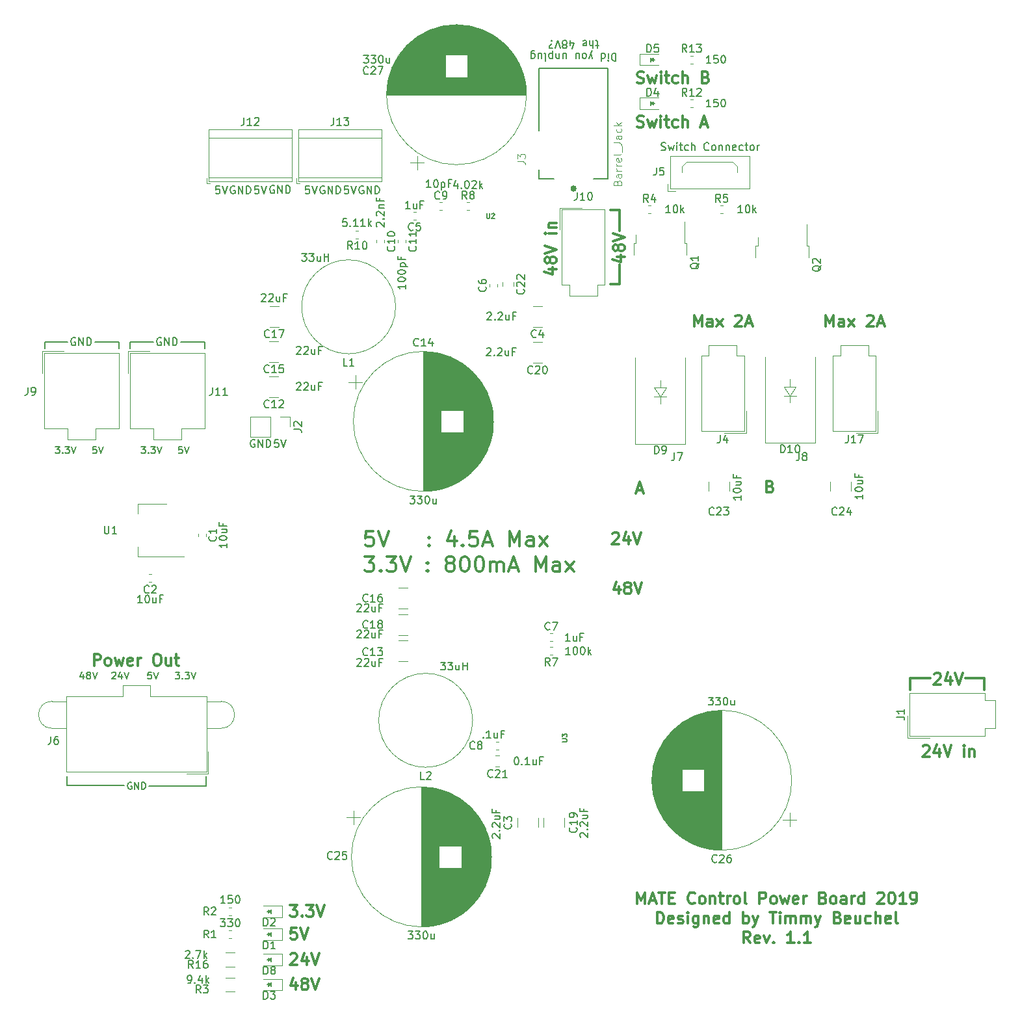
<source format=gto>
G04 #@! TF.GenerationSoftware,KiCad,Pcbnew,(5.0.0)*
G04 #@! TF.CreationDate,2019-03-27T17:13:10-04:00*
G04 #@! TF.ProjectId,control board power,636F6E74726F6C20626F61726420706F,rev?*
G04 #@! TF.SameCoordinates,Original*
G04 #@! TF.FileFunction,Legend,Top*
G04 #@! TF.FilePolarity,Positive*
%FSLAX46Y46*%
G04 Gerber Fmt 4.6, Leading zero omitted, Abs format (unit mm)*
G04 Created by KiCad (PCBNEW (5.0.0)) date 03/27/19 17:13:10*
%MOMM*%
%LPD*%
G01*
G04 APERTURE LIST*
%ADD10C,0.200000*%
%ADD11C,0.150000*%
%ADD12C,0.300000*%
%ADD13C,0.120000*%
%ADD14C,0.400000*%
%ADD15C,0.127000*%
%ADD16C,0.100000*%
%ADD17C,0.050000*%
%ADD18C,0.152400*%
G04 APERTURE END LIST*
D10*
X56959500Y-131000500D02*
X56959500Y-129730500D01*
X49466500Y-131000500D02*
X56959500Y-131000500D01*
X38798500Y-130937000D02*
X38798500Y-129730500D01*
X46228000Y-130937000D02*
X38798500Y-130937000D01*
D11*
X75438023Y-52855880D02*
X74961833Y-52855880D01*
X74914214Y-53332071D01*
X74961833Y-53284452D01*
X75057071Y-53236833D01*
X75295166Y-53236833D01*
X75390404Y-53284452D01*
X75438023Y-53332071D01*
X75485642Y-53427309D01*
X75485642Y-53665404D01*
X75438023Y-53760642D01*
X75390404Y-53808261D01*
X75295166Y-53855880D01*
X75057071Y-53855880D01*
X74961833Y-53808261D01*
X74914214Y-53760642D01*
X75771357Y-52855880D02*
X76104690Y-53855880D01*
X76438023Y-52855880D01*
X77406595Y-52903500D02*
X77311357Y-52855880D01*
X77168500Y-52855880D01*
X77025642Y-52903500D01*
X76930404Y-52998738D01*
X76882785Y-53093976D01*
X76835166Y-53284452D01*
X76835166Y-53427309D01*
X76882785Y-53617785D01*
X76930404Y-53713023D01*
X77025642Y-53808261D01*
X77168500Y-53855880D01*
X77263738Y-53855880D01*
X77406595Y-53808261D01*
X77454214Y-53760642D01*
X77454214Y-53427309D01*
X77263738Y-53427309D01*
X77882785Y-53855880D02*
X77882785Y-52855880D01*
X78454214Y-53855880D01*
X78454214Y-52855880D01*
X78930404Y-53855880D02*
X78930404Y-52855880D01*
X79168500Y-52855880D01*
X79311357Y-52903500D01*
X79406595Y-52998738D01*
X79454214Y-53093976D01*
X79501833Y-53284452D01*
X79501833Y-53427309D01*
X79454214Y-53617785D01*
X79406595Y-53713023D01*
X79311357Y-53808261D01*
X79168500Y-53855880D01*
X78930404Y-53855880D01*
X70358023Y-52855880D02*
X69881833Y-52855880D01*
X69834214Y-53332071D01*
X69881833Y-53284452D01*
X69977071Y-53236833D01*
X70215166Y-53236833D01*
X70310404Y-53284452D01*
X70358023Y-53332071D01*
X70405642Y-53427309D01*
X70405642Y-53665404D01*
X70358023Y-53760642D01*
X70310404Y-53808261D01*
X70215166Y-53855880D01*
X69977071Y-53855880D01*
X69881833Y-53808261D01*
X69834214Y-53760642D01*
X70691357Y-52855880D02*
X71024690Y-53855880D01*
X71358023Y-52855880D01*
X72326595Y-52903500D02*
X72231357Y-52855880D01*
X72088500Y-52855880D01*
X71945642Y-52903500D01*
X71850404Y-52998738D01*
X71802785Y-53093976D01*
X71755166Y-53284452D01*
X71755166Y-53427309D01*
X71802785Y-53617785D01*
X71850404Y-53713023D01*
X71945642Y-53808261D01*
X72088500Y-53855880D01*
X72183738Y-53855880D01*
X72326595Y-53808261D01*
X72374214Y-53760642D01*
X72374214Y-53427309D01*
X72183738Y-53427309D01*
X72802785Y-53855880D02*
X72802785Y-52855880D01*
X73374214Y-53855880D01*
X73374214Y-52855880D01*
X73850404Y-53855880D02*
X73850404Y-52855880D01*
X74088500Y-52855880D01*
X74231357Y-52903500D01*
X74326595Y-52998738D01*
X74374214Y-53093976D01*
X74421833Y-53284452D01*
X74421833Y-53427309D01*
X74374214Y-53617785D01*
X74326595Y-53713023D01*
X74231357Y-53808261D01*
X74088500Y-53855880D01*
X73850404Y-53855880D01*
X63754023Y-52855880D02*
X63277833Y-52855880D01*
X63230214Y-53332071D01*
X63277833Y-53284452D01*
X63373071Y-53236833D01*
X63611166Y-53236833D01*
X63706404Y-53284452D01*
X63754023Y-53332071D01*
X63801642Y-53427309D01*
X63801642Y-53665404D01*
X63754023Y-53760642D01*
X63706404Y-53808261D01*
X63611166Y-53855880D01*
X63373071Y-53855880D01*
X63277833Y-53808261D01*
X63230214Y-53760642D01*
X64087357Y-52855880D02*
X64420690Y-53855880D01*
X64754023Y-52855880D01*
X65786095Y-52840000D02*
X65690857Y-52792380D01*
X65548000Y-52792380D01*
X65405142Y-52840000D01*
X65309904Y-52935238D01*
X65262285Y-53030476D01*
X65214666Y-53220952D01*
X65214666Y-53363809D01*
X65262285Y-53554285D01*
X65309904Y-53649523D01*
X65405142Y-53744761D01*
X65548000Y-53792380D01*
X65643238Y-53792380D01*
X65786095Y-53744761D01*
X65833714Y-53697142D01*
X65833714Y-53363809D01*
X65643238Y-53363809D01*
X66262285Y-53792380D02*
X66262285Y-52792380D01*
X66833714Y-53792380D01*
X66833714Y-52792380D01*
X67309904Y-53792380D02*
X67309904Y-52792380D01*
X67548000Y-52792380D01*
X67690857Y-52840000D01*
X67786095Y-52935238D01*
X67833714Y-53030476D01*
X67881333Y-53220952D01*
X67881333Y-53363809D01*
X67833714Y-53554285D01*
X67786095Y-53649523D01*
X67690857Y-53744761D01*
X67548000Y-53792380D01*
X67309904Y-53792380D01*
X60642595Y-52903500D02*
X60547357Y-52855880D01*
X60404500Y-52855880D01*
X60261642Y-52903500D01*
X60166404Y-52998738D01*
X60118785Y-53093976D01*
X60071166Y-53284452D01*
X60071166Y-53427309D01*
X60118785Y-53617785D01*
X60166404Y-53713023D01*
X60261642Y-53808261D01*
X60404500Y-53855880D01*
X60499738Y-53855880D01*
X60642595Y-53808261D01*
X60690214Y-53760642D01*
X60690214Y-53427309D01*
X60499738Y-53427309D01*
X61118785Y-53855880D02*
X61118785Y-52855880D01*
X61690214Y-53855880D01*
X61690214Y-52855880D01*
X62166404Y-53855880D02*
X62166404Y-52855880D01*
X62404500Y-52855880D01*
X62547357Y-52903500D01*
X62642595Y-52998738D01*
X62690214Y-53093976D01*
X62737833Y-53284452D01*
X62737833Y-53427309D01*
X62690214Y-53617785D01*
X62642595Y-53713023D01*
X62547357Y-53808261D01*
X62404500Y-53855880D01*
X62166404Y-53855880D01*
X58674023Y-52855880D02*
X58197833Y-52855880D01*
X58150214Y-53332071D01*
X58197833Y-53284452D01*
X58293071Y-53236833D01*
X58531166Y-53236833D01*
X58626404Y-53284452D01*
X58674023Y-53332071D01*
X58721642Y-53427309D01*
X58721642Y-53665404D01*
X58674023Y-53760642D01*
X58626404Y-53808261D01*
X58531166Y-53855880D01*
X58293071Y-53855880D01*
X58197833Y-53808261D01*
X58150214Y-53760642D01*
X59007357Y-52855880D02*
X59340690Y-53855880D01*
X59674023Y-52855880D01*
D12*
X110744000Y-65659000D02*
X109601000Y-65659000D01*
X110744000Y-63119000D02*
X110744000Y-65659000D01*
X110744000Y-56007000D02*
X109601000Y-56007000D01*
X110744000Y-58674000D02*
X110744000Y-56007000D01*
X110422571Y-62031428D02*
X111422571Y-62031428D01*
X109851142Y-62388571D02*
X110922571Y-62745714D01*
X110922571Y-61817142D01*
X110565428Y-61031428D02*
X110494000Y-61174285D01*
X110422571Y-61245714D01*
X110279714Y-61317142D01*
X110208285Y-61317142D01*
X110065428Y-61245714D01*
X109994000Y-61174285D01*
X109922571Y-61031428D01*
X109922571Y-60745714D01*
X109994000Y-60602857D01*
X110065428Y-60531428D01*
X110208285Y-60460000D01*
X110279714Y-60460000D01*
X110422571Y-60531428D01*
X110494000Y-60602857D01*
X110565428Y-60745714D01*
X110565428Y-61031428D01*
X110636857Y-61174285D01*
X110708285Y-61245714D01*
X110851142Y-61317142D01*
X111136857Y-61317142D01*
X111279714Y-61245714D01*
X111351142Y-61174285D01*
X111422571Y-61031428D01*
X111422571Y-60745714D01*
X111351142Y-60602857D01*
X111279714Y-60531428D01*
X111136857Y-60460000D01*
X110851142Y-60460000D01*
X110708285Y-60531428D01*
X110636857Y-60602857D01*
X110565428Y-60745714D01*
X109922571Y-60031428D02*
X111422571Y-59531428D01*
X109922571Y-59031428D01*
X158242000Y-116967000D02*
X158242000Y-118491000D01*
X155829000Y-116967000D02*
X158242000Y-116967000D01*
X148590000Y-116967000D02*
X148590000Y-118491000D01*
X151257000Y-116967000D02*
X148590000Y-116967000D01*
X151757285Y-116415428D02*
X151828714Y-116344000D01*
X151971571Y-116272571D01*
X152328714Y-116272571D01*
X152471571Y-116344000D01*
X152543000Y-116415428D01*
X152614428Y-116558285D01*
X152614428Y-116701142D01*
X152543000Y-116915428D01*
X151685857Y-117772571D01*
X152614428Y-117772571D01*
X153900142Y-116772571D02*
X153900142Y-117772571D01*
X153543000Y-116201142D02*
X153185857Y-117272571D01*
X154114428Y-117272571D01*
X154471571Y-116272571D02*
X154971571Y-117772571D01*
X155471571Y-116272571D01*
X101532571Y-63638571D02*
X102532571Y-63638571D01*
X100961142Y-63995714D02*
X102032571Y-64352857D01*
X102032571Y-63424285D01*
X101675428Y-62638571D02*
X101604000Y-62781428D01*
X101532571Y-62852857D01*
X101389714Y-62924285D01*
X101318285Y-62924285D01*
X101175428Y-62852857D01*
X101104000Y-62781428D01*
X101032571Y-62638571D01*
X101032571Y-62352857D01*
X101104000Y-62210000D01*
X101175428Y-62138571D01*
X101318285Y-62067142D01*
X101389714Y-62067142D01*
X101532571Y-62138571D01*
X101604000Y-62210000D01*
X101675428Y-62352857D01*
X101675428Y-62638571D01*
X101746857Y-62781428D01*
X101818285Y-62852857D01*
X101961142Y-62924285D01*
X102246857Y-62924285D01*
X102389714Y-62852857D01*
X102461142Y-62781428D01*
X102532571Y-62638571D01*
X102532571Y-62352857D01*
X102461142Y-62210000D01*
X102389714Y-62138571D01*
X102246857Y-62067142D01*
X101961142Y-62067142D01*
X101818285Y-62138571D01*
X101746857Y-62210000D01*
X101675428Y-62352857D01*
X101032571Y-61638571D02*
X102532571Y-61138571D01*
X101032571Y-60638571D01*
X102532571Y-58995714D02*
X101532571Y-58995714D01*
X101032571Y-58995714D02*
X101104000Y-59067142D01*
X101175428Y-58995714D01*
X101104000Y-58924285D01*
X101032571Y-58995714D01*
X101175428Y-58995714D01*
X101532571Y-58281428D02*
X102532571Y-58281428D01*
X101675428Y-58281428D02*
X101604000Y-58210000D01*
X101532571Y-58067142D01*
X101532571Y-57852857D01*
X101604000Y-57710000D01*
X101746857Y-57638571D01*
X102532571Y-57638571D01*
D11*
X63246095Y-85923500D02*
X63150857Y-85875880D01*
X63008000Y-85875880D01*
X62865142Y-85923500D01*
X62769904Y-86018738D01*
X62722285Y-86113976D01*
X62674666Y-86304452D01*
X62674666Y-86447309D01*
X62722285Y-86637785D01*
X62769904Y-86733023D01*
X62865142Y-86828261D01*
X63008000Y-86875880D01*
X63103238Y-86875880D01*
X63246095Y-86828261D01*
X63293714Y-86780642D01*
X63293714Y-86447309D01*
X63103238Y-86447309D01*
X63722285Y-86875880D02*
X63722285Y-85875880D01*
X64293714Y-86875880D01*
X64293714Y-85875880D01*
X64769904Y-86875880D02*
X64769904Y-85875880D01*
X65008000Y-85875880D01*
X65150857Y-85923500D01*
X65246095Y-86018738D01*
X65293714Y-86113976D01*
X65341333Y-86304452D01*
X65341333Y-86447309D01*
X65293714Y-86637785D01*
X65246095Y-86733023D01*
X65150857Y-86828261D01*
X65008000Y-86875880D01*
X64769904Y-86875880D01*
X66357523Y-85875880D02*
X65881333Y-85875880D01*
X65833714Y-86352071D01*
X65881333Y-86304452D01*
X65976571Y-86256833D01*
X66214666Y-86256833D01*
X66309904Y-86304452D01*
X66357523Y-86352071D01*
X66405142Y-86447309D01*
X66405142Y-86685404D01*
X66357523Y-86780642D01*
X66309904Y-86828261D01*
X66214666Y-86875880D01*
X65976571Y-86875880D01*
X65881333Y-86828261D01*
X65833714Y-86780642D01*
X66690857Y-85875880D02*
X67024190Y-86875880D01*
X67357523Y-85875880D01*
D12*
X150277142Y-125813428D02*
X150348571Y-125742000D01*
X150491428Y-125670571D01*
X150848571Y-125670571D01*
X150991428Y-125742000D01*
X151062857Y-125813428D01*
X151134285Y-125956285D01*
X151134285Y-126099142D01*
X151062857Y-126313428D01*
X150205714Y-127170571D01*
X151134285Y-127170571D01*
X152420000Y-126170571D02*
X152420000Y-127170571D01*
X152062857Y-125599142D02*
X151705714Y-126670571D01*
X152634285Y-126670571D01*
X152991428Y-125670571D02*
X153491428Y-127170571D01*
X153991428Y-125670571D01*
X155634285Y-127170571D02*
X155634285Y-126170571D01*
X155634285Y-125670571D02*
X155562857Y-125742000D01*
X155634285Y-125813428D01*
X155705714Y-125742000D01*
X155634285Y-125670571D01*
X155634285Y-125813428D01*
X156348571Y-126170571D02*
X156348571Y-127170571D01*
X156348571Y-126313428D02*
X156420000Y-126242000D01*
X156562857Y-126170571D01*
X156777142Y-126170571D01*
X156920000Y-126242000D01*
X156991428Y-126384857D01*
X156991428Y-127170571D01*
X78712571Y-97775261D02*
X77760190Y-97775261D01*
X77664952Y-98727642D01*
X77760190Y-98632404D01*
X77950666Y-98537166D01*
X78426857Y-98537166D01*
X78617333Y-98632404D01*
X78712571Y-98727642D01*
X78807809Y-98918119D01*
X78807809Y-99394309D01*
X78712571Y-99584785D01*
X78617333Y-99680023D01*
X78426857Y-99775261D01*
X77950666Y-99775261D01*
X77760190Y-99680023D01*
X77664952Y-99584785D01*
X79379238Y-97775261D02*
X80045904Y-99775261D01*
X80712571Y-97775261D01*
X85950666Y-99584785D02*
X86045904Y-99680023D01*
X85950666Y-99775261D01*
X85855428Y-99680023D01*
X85950666Y-99584785D01*
X85950666Y-99775261D01*
X85950666Y-98537166D02*
X86045904Y-98632404D01*
X85950666Y-98727642D01*
X85855428Y-98632404D01*
X85950666Y-98537166D01*
X85950666Y-98727642D01*
X89284000Y-98441928D02*
X89284000Y-99775261D01*
X88807809Y-97680023D02*
X88331619Y-99108595D01*
X89569714Y-99108595D01*
X90331619Y-99584785D02*
X90426857Y-99680023D01*
X90331619Y-99775261D01*
X90236380Y-99680023D01*
X90331619Y-99584785D01*
X90331619Y-99775261D01*
X92236380Y-97775261D02*
X91284000Y-97775261D01*
X91188761Y-98727642D01*
X91284000Y-98632404D01*
X91474476Y-98537166D01*
X91950666Y-98537166D01*
X92141142Y-98632404D01*
X92236380Y-98727642D01*
X92331619Y-98918119D01*
X92331619Y-99394309D01*
X92236380Y-99584785D01*
X92141142Y-99680023D01*
X91950666Y-99775261D01*
X91474476Y-99775261D01*
X91284000Y-99680023D01*
X91188761Y-99584785D01*
X93093523Y-99203833D02*
X94045904Y-99203833D01*
X92903047Y-99775261D02*
X93569714Y-97775261D01*
X94236380Y-99775261D01*
X96426857Y-99775261D02*
X96426857Y-97775261D01*
X97093523Y-99203833D01*
X97760190Y-97775261D01*
X97760190Y-99775261D01*
X99569714Y-99775261D02*
X99569714Y-98727642D01*
X99474476Y-98537166D01*
X99284000Y-98441928D01*
X98903047Y-98441928D01*
X98712571Y-98537166D01*
X99569714Y-99680023D02*
X99379238Y-99775261D01*
X98903047Y-99775261D01*
X98712571Y-99680023D01*
X98617333Y-99489547D01*
X98617333Y-99299071D01*
X98712571Y-99108595D01*
X98903047Y-99013357D01*
X99379238Y-99013357D01*
X99569714Y-98918119D01*
X100331619Y-99775261D02*
X101379238Y-98441928D01*
X100331619Y-98441928D02*
X101379238Y-99775261D01*
X77569714Y-101075261D02*
X78807809Y-101075261D01*
X78141142Y-101837166D01*
X78426857Y-101837166D01*
X78617333Y-101932404D01*
X78712571Y-102027642D01*
X78807809Y-102218119D01*
X78807809Y-102694309D01*
X78712571Y-102884785D01*
X78617333Y-102980023D01*
X78426857Y-103075261D01*
X77855428Y-103075261D01*
X77664952Y-102980023D01*
X77569714Y-102884785D01*
X79664952Y-102884785D02*
X79760190Y-102980023D01*
X79664952Y-103075261D01*
X79569714Y-102980023D01*
X79664952Y-102884785D01*
X79664952Y-103075261D01*
X80426857Y-101075261D02*
X81664952Y-101075261D01*
X80998285Y-101837166D01*
X81284000Y-101837166D01*
X81474476Y-101932404D01*
X81569714Y-102027642D01*
X81664952Y-102218119D01*
X81664952Y-102694309D01*
X81569714Y-102884785D01*
X81474476Y-102980023D01*
X81284000Y-103075261D01*
X80712571Y-103075261D01*
X80522095Y-102980023D01*
X80426857Y-102884785D01*
X82236380Y-101075261D02*
X82903047Y-103075261D01*
X83569714Y-101075261D01*
X85760190Y-102884785D02*
X85855428Y-102980023D01*
X85760190Y-103075261D01*
X85664952Y-102980023D01*
X85760190Y-102884785D01*
X85760190Y-103075261D01*
X85760190Y-101837166D02*
X85855428Y-101932404D01*
X85760190Y-102027642D01*
X85664952Y-101932404D01*
X85760190Y-101837166D01*
X85760190Y-102027642D01*
X88522095Y-101932404D02*
X88331619Y-101837166D01*
X88236380Y-101741928D01*
X88141142Y-101551452D01*
X88141142Y-101456214D01*
X88236380Y-101265738D01*
X88331619Y-101170500D01*
X88522095Y-101075261D01*
X88903047Y-101075261D01*
X89093523Y-101170500D01*
X89188761Y-101265738D01*
X89284000Y-101456214D01*
X89284000Y-101551452D01*
X89188761Y-101741928D01*
X89093523Y-101837166D01*
X88903047Y-101932404D01*
X88522095Y-101932404D01*
X88331619Y-102027642D01*
X88236380Y-102122880D01*
X88141142Y-102313357D01*
X88141142Y-102694309D01*
X88236380Y-102884785D01*
X88331619Y-102980023D01*
X88522095Y-103075261D01*
X88903047Y-103075261D01*
X89093523Y-102980023D01*
X89188761Y-102884785D01*
X89284000Y-102694309D01*
X89284000Y-102313357D01*
X89188761Y-102122880D01*
X89093523Y-102027642D01*
X88903047Y-101932404D01*
X90522095Y-101075261D02*
X90712571Y-101075261D01*
X90903047Y-101170500D01*
X90998285Y-101265738D01*
X91093523Y-101456214D01*
X91188761Y-101837166D01*
X91188761Y-102313357D01*
X91093523Y-102694309D01*
X90998285Y-102884785D01*
X90903047Y-102980023D01*
X90712571Y-103075261D01*
X90522095Y-103075261D01*
X90331619Y-102980023D01*
X90236380Y-102884785D01*
X90141142Y-102694309D01*
X90045904Y-102313357D01*
X90045904Y-101837166D01*
X90141142Y-101456214D01*
X90236380Y-101265738D01*
X90331619Y-101170500D01*
X90522095Y-101075261D01*
X92426857Y-101075261D02*
X92617333Y-101075261D01*
X92807809Y-101170500D01*
X92903047Y-101265738D01*
X92998285Y-101456214D01*
X93093523Y-101837166D01*
X93093523Y-102313357D01*
X92998285Y-102694309D01*
X92903047Y-102884785D01*
X92807809Y-102980023D01*
X92617333Y-103075261D01*
X92426857Y-103075261D01*
X92236380Y-102980023D01*
X92141142Y-102884785D01*
X92045904Y-102694309D01*
X91950666Y-102313357D01*
X91950666Y-101837166D01*
X92045904Y-101456214D01*
X92141142Y-101265738D01*
X92236380Y-101170500D01*
X92426857Y-101075261D01*
X93950666Y-103075261D02*
X93950666Y-101741928D01*
X93950666Y-101932404D02*
X94045904Y-101837166D01*
X94236380Y-101741928D01*
X94522095Y-101741928D01*
X94712571Y-101837166D01*
X94807809Y-102027642D01*
X94807809Y-103075261D01*
X94807809Y-102027642D02*
X94903047Y-101837166D01*
X95093523Y-101741928D01*
X95379238Y-101741928D01*
X95569714Y-101837166D01*
X95664952Y-102027642D01*
X95664952Y-103075261D01*
X96522095Y-102503833D02*
X97474476Y-102503833D01*
X96331619Y-103075261D02*
X96998285Y-101075261D01*
X97664952Y-103075261D01*
X99855428Y-103075261D02*
X99855428Y-101075261D01*
X100522095Y-102503833D01*
X101188761Y-101075261D01*
X101188761Y-103075261D01*
X102998285Y-103075261D02*
X102998285Y-102027642D01*
X102903047Y-101837166D01*
X102712571Y-101741928D01*
X102331619Y-101741928D01*
X102141142Y-101837166D01*
X102998285Y-102980023D02*
X102807809Y-103075261D01*
X102331619Y-103075261D01*
X102141142Y-102980023D01*
X102045904Y-102789547D01*
X102045904Y-102599071D01*
X102141142Y-102408595D01*
X102331619Y-102313357D01*
X102807809Y-102313357D01*
X102998285Y-102218119D01*
X103760190Y-103075261D02*
X104807809Y-101741928D01*
X103760190Y-101741928D02*
X104807809Y-103075261D01*
D11*
X116197857Y-48156761D02*
X116340714Y-48204380D01*
X116578809Y-48204380D01*
X116674047Y-48156761D01*
X116721666Y-48109142D01*
X116769285Y-48013904D01*
X116769285Y-47918666D01*
X116721666Y-47823428D01*
X116674047Y-47775809D01*
X116578809Y-47728190D01*
X116388333Y-47680571D01*
X116293095Y-47632952D01*
X116245476Y-47585333D01*
X116197857Y-47490095D01*
X116197857Y-47394857D01*
X116245476Y-47299619D01*
X116293095Y-47252000D01*
X116388333Y-47204380D01*
X116626428Y-47204380D01*
X116769285Y-47252000D01*
X117102619Y-47537714D02*
X117293095Y-48204380D01*
X117483571Y-47728190D01*
X117674047Y-48204380D01*
X117864523Y-47537714D01*
X118245476Y-48204380D02*
X118245476Y-47537714D01*
X118245476Y-47204380D02*
X118197857Y-47252000D01*
X118245476Y-47299619D01*
X118293095Y-47252000D01*
X118245476Y-47204380D01*
X118245476Y-47299619D01*
X118578809Y-47537714D02*
X118959761Y-47537714D01*
X118721666Y-47204380D02*
X118721666Y-48061523D01*
X118769285Y-48156761D01*
X118864523Y-48204380D01*
X118959761Y-48204380D01*
X119721666Y-48156761D02*
X119626428Y-48204380D01*
X119435952Y-48204380D01*
X119340714Y-48156761D01*
X119293095Y-48109142D01*
X119245476Y-48013904D01*
X119245476Y-47728190D01*
X119293095Y-47632952D01*
X119340714Y-47585333D01*
X119435952Y-47537714D01*
X119626428Y-47537714D01*
X119721666Y-47585333D01*
X120150238Y-48204380D02*
X120150238Y-47204380D01*
X120578809Y-48204380D02*
X120578809Y-47680571D01*
X120531190Y-47585333D01*
X120435952Y-47537714D01*
X120293095Y-47537714D01*
X120197857Y-47585333D01*
X120150238Y-47632952D01*
X122388333Y-48109142D02*
X122340714Y-48156761D01*
X122197857Y-48204380D01*
X122102619Y-48204380D01*
X121959761Y-48156761D01*
X121864523Y-48061523D01*
X121816904Y-47966285D01*
X121769285Y-47775809D01*
X121769285Y-47632952D01*
X121816904Y-47442476D01*
X121864523Y-47347238D01*
X121959761Y-47252000D01*
X122102619Y-47204380D01*
X122197857Y-47204380D01*
X122340714Y-47252000D01*
X122388333Y-47299619D01*
X122959761Y-48204380D02*
X122864523Y-48156761D01*
X122816904Y-48109142D01*
X122769285Y-48013904D01*
X122769285Y-47728190D01*
X122816904Y-47632952D01*
X122864523Y-47585333D01*
X122959761Y-47537714D01*
X123102619Y-47537714D01*
X123197857Y-47585333D01*
X123245476Y-47632952D01*
X123293095Y-47728190D01*
X123293095Y-48013904D01*
X123245476Y-48109142D01*
X123197857Y-48156761D01*
X123102619Y-48204380D01*
X122959761Y-48204380D01*
X123721666Y-47537714D02*
X123721666Y-48204380D01*
X123721666Y-47632952D02*
X123769285Y-47585333D01*
X123864523Y-47537714D01*
X124007380Y-47537714D01*
X124102619Y-47585333D01*
X124150238Y-47680571D01*
X124150238Y-48204380D01*
X124626428Y-47537714D02*
X124626428Y-48204380D01*
X124626428Y-47632952D02*
X124674047Y-47585333D01*
X124769285Y-47537714D01*
X124912142Y-47537714D01*
X125007380Y-47585333D01*
X125055000Y-47680571D01*
X125055000Y-48204380D01*
X125912142Y-48156761D02*
X125816904Y-48204380D01*
X125626428Y-48204380D01*
X125531190Y-48156761D01*
X125483571Y-48061523D01*
X125483571Y-47680571D01*
X125531190Y-47585333D01*
X125626428Y-47537714D01*
X125816904Y-47537714D01*
X125912142Y-47585333D01*
X125959761Y-47680571D01*
X125959761Y-47775809D01*
X125483571Y-47871047D01*
X126816904Y-48156761D02*
X126721666Y-48204380D01*
X126531190Y-48204380D01*
X126435952Y-48156761D01*
X126388333Y-48109142D01*
X126340714Y-48013904D01*
X126340714Y-47728190D01*
X126388333Y-47632952D01*
X126435952Y-47585333D01*
X126531190Y-47537714D01*
X126721666Y-47537714D01*
X126816904Y-47585333D01*
X127102619Y-47537714D02*
X127483571Y-47537714D01*
X127245476Y-47204380D02*
X127245476Y-48061523D01*
X127293095Y-48156761D01*
X127388333Y-48204380D01*
X127483571Y-48204380D01*
X127959761Y-48204380D02*
X127864523Y-48156761D01*
X127816904Y-48109142D01*
X127769285Y-48013904D01*
X127769285Y-47728190D01*
X127816904Y-47632952D01*
X127864523Y-47585333D01*
X127959761Y-47537714D01*
X128102619Y-47537714D01*
X128197857Y-47585333D01*
X128245476Y-47632952D01*
X128293095Y-47728190D01*
X128293095Y-48013904D01*
X128245476Y-48109142D01*
X128197857Y-48156761D01*
X128102619Y-48204380D01*
X127959761Y-48204380D01*
X128721666Y-48204380D02*
X128721666Y-47537714D01*
X128721666Y-47728190D02*
X128769285Y-47632952D01*
X128816904Y-47585333D01*
X128912142Y-47537714D01*
X129007380Y-47537714D01*
X56769000Y-73152000D02*
X56769000Y-74041000D01*
X53594000Y-73152000D02*
X56769000Y-73152000D01*
X46990000Y-73152000D02*
X46990000Y-74041000D01*
X50038000Y-73152000D02*
X46990000Y-73152000D01*
X45593000Y-73152000D02*
X45593000Y-74041000D01*
X42418000Y-73152000D02*
X45593000Y-73152000D01*
X35941000Y-73152000D02*
X35941000Y-74041000D01*
X38862000Y-73152000D02*
X35941000Y-73152000D01*
X48455428Y-86756142D02*
X49012571Y-86756142D01*
X48712571Y-87099000D01*
X48841142Y-87099000D01*
X48926857Y-87141857D01*
X48969714Y-87184714D01*
X49012571Y-87270428D01*
X49012571Y-87484714D01*
X48969714Y-87570428D01*
X48926857Y-87613285D01*
X48841142Y-87656142D01*
X48584000Y-87656142D01*
X48498285Y-87613285D01*
X48455428Y-87570428D01*
X49398285Y-87570428D02*
X49441142Y-87613285D01*
X49398285Y-87656142D01*
X49355428Y-87613285D01*
X49398285Y-87570428D01*
X49398285Y-87656142D01*
X49741142Y-86756142D02*
X50298285Y-86756142D01*
X49998285Y-87099000D01*
X50126857Y-87099000D01*
X50212571Y-87141857D01*
X50255428Y-87184714D01*
X50298285Y-87270428D01*
X50298285Y-87484714D01*
X50255428Y-87570428D01*
X50212571Y-87613285D01*
X50126857Y-87656142D01*
X49869714Y-87656142D01*
X49784000Y-87613285D01*
X49741142Y-87570428D01*
X50555428Y-86756142D02*
X50855428Y-87656142D01*
X51155428Y-86756142D01*
X53803571Y-86756142D02*
X53375000Y-86756142D01*
X53332142Y-87184714D01*
X53375000Y-87141857D01*
X53460714Y-87099000D01*
X53675000Y-87099000D01*
X53760714Y-87141857D01*
X53803571Y-87184714D01*
X53846428Y-87270428D01*
X53846428Y-87484714D01*
X53803571Y-87570428D01*
X53760714Y-87613285D01*
X53675000Y-87656142D01*
X53460714Y-87656142D01*
X53375000Y-87613285D01*
X53332142Y-87570428D01*
X54103571Y-86756142D02*
X54403571Y-87656142D01*
X54703571Y-86756142D01*
X42627571Y-86756142D02*
X42199000Y-86756142D01*
X42156142Y-87184714D01*
X42199000Y-87141857D01*
X42284714Y-87099000D01*
X42499000Y-87099000D01*
X42584714Y-87141857D01*
X42627571Y-87184714D01*
X42670428Y-87270428D01*
X42670428Y-87484714D01*
X42627571Y-87570428D01*
X42584714Y-87613285D01*
X42499000Y-87656142D01*
X42284714Y-87656142D01*
X42199000Y-87613285D01*
X42156142Y-87570428D01*
X42927571Y-86756142D02*
X43227571Y-87656142D01*
X43527571Y-86756142D01*
X37279428Y-86756142D02*
X37836571Y-86756142D01*
X37536571Y-87099000D01*
X37665142Y-87099000D01*
X37750857Y-87141857D01*
X37793714Y-87184714D01*
X37836571Y-87270428D01*
X37836571Y-87484714D01*
X37793714Y-87570428D01*
X37750857Y-87613285D01*
X37665142Y-87656142D01*
X37408000Y-87656142D01*
X37322285Y-87613285D01*
X37279428Y-87570428D01*
X38222285Y-87570428D02*
X38265142Y-87613285D01*
X38222285Y-87656142D01*
X38179428Y-87613285D01*
X38222285Y-87570428D01*
X38222285Y-87656142D01*
X38565142Y-86756142D02*
X39122285Y-86756142D01*
X38822285Y-87099000D01*
X38950857Y-87099000D01*
X39036571Y-87141857D01*
X39079428Y-87184714D01*
X39122285Y-87270428D01*
X39122285Y-87484714D01*
X39079428Y-87570428D01*
X39036571Y-87613285D01*
X38950857Y-87656142D01*
X38693714Y-87656142D01*
X38608000Y-87613285D01*
X38565142Y-87570428D01*
X39379428Y-86756142D02*
X39679428Y-87656142D01*
X39979428Y-86756142D01*
X51054095Y-72652000D02*
X50958857Y-72604380D01*
X50816000Y-72604380D01*
X50673142Y-72652000D01*
X50577904Y-72747238D01*
X50530285Y-72842476D01*
X50482666Y-73032952D01*
X50482666Y-73175809D01*
X50530285Y-73366285D01*
X50577904Y-73461523D01*
X50673142Y-73556761D01*
X50816000Y-73604380D01*
X50911238Y-73604380D01*
X51054095Y-73556761D01*
X51101714Y-73509142D01*
X51101714Y-73175809D01*
X50911238Y-73175809D01*
X51530285Y-73604380D02*
X51530285Y-72604380D01*
X52101714Y-73604380D01*
X52101714Y-72604380D01*
X52577904Y-73604380D02*
X52577904Y-72604380D01*
X52816000Y-72604380D01*
X52958857Y-72652000D01*
X53054095Y-72747238D01*
X53101714Y-72842476D01*
X53149333Y-73032952D01*
X53149333Y-73175809D01*
X53101714Y-73366285D01*
X53054095Y-73461523D01*
X52958857Y-73556761D01*
X52816000Y-73604380D01*
X52577904Y-73604380D01*
X39878095Y-72652000D02*
X39782857Y-72604380D01*
X39640000Y-72604380D01*
X39497142Y-72652000D01*
X39401904Y-72747238D01*
X39354285Y-72842476D01*
X39306666Y-73032952D01*
X39306666Y-73175809D01*
X39354285Y-73366285D01*
X39401904Y-73461523D01*
X39497142Y-73556761D01*
X39640000Y-73604380D01*
X39735238Y-73604380D01*
X39878095Y-73556761D01*
X39925714Y-73509142D01*
X39925714Y-73175809D01*
X39735238Y-73175809D01*
X40354285Y-73604380D02*
X40354285Y-72604380D01*
X40925714Y-73604380D01*
X40925714Y-72604380D01*
X41401904Y-73604380D02*
X41401904Y-72604380D01*
X41640000Y-72604380D01*
X41782857Y-72652000D01*
X41878095Y-72747238D01*
X41925714Y-72842476D01*
X41973333Y-73032952D01*
X41973333Y-73175809D01*
X41925714Y-73366285D01*
X41878095Y-73461523D01*
X41782857Y-73556761D01*
X41640000Y-73604380D01*
X41401904Y-73604380D01*
D12*
X137636714Y-71163571D02*
X137636714Y-69663571D01*
X138136714Y-70735000D01*
X138636714Y-69663571D01*
X138636714Y-71163571D01*
X139993857Y-71163571D02*
X139993857Y-70377857D01*
X139922428Y-70235000D01*
X139779571Y-70163571D01*
X139493857Y-70163571D01*
X139351000Y-70235000D01*
X139993857Y-71092142D02*
X139851000Y-71163571D01*
X139493857Y-71163571D01*
X139351000Y-71092142D01*
X139279571Y-70949285D01*
X139279571Y-70806428D01*
X139351000Y-70663571D01*
X139493857Y-70592142D01*
X139851000Y-70592142D01*
X139993857Y-70520714D01*
X140565285Y-71163571D02*
X141351000Y-70163571D01*
X140565285Y-70163571D02*
X141351000Y-71163571D01*
X142993857Y-69806428D02*
X143065285Y-69735000D01*
X143208142Y-69663571D01*
X143565285Y-69663571D01*
X143708142Y-69735000D01*
X143779571Y-69806428D01*
X143851000Y-69949285D01*
X143851000Y-70092142D01*
X143779571Y-70306428D01*
X142922428Y-71163571D01*
X143851000Y-71163571D01*
X144422428Y-70735000D02*
X145136714Y-70735000D01*
X144279571Y-71163571D02*
X144779571Y-69663571D01*
X145279571Y-71163571D01*
X120491714Y-71163571D02*
X120491714Y-69663571D01*
X120991714Y-70735000D01*
X121491714Y-69663571D01*
X121491714Y-71163571D01*
X122848857Y-71163571D02*
X122848857Y-70377857D01*
X122777428Y-70235000D01*
X122634571Y-70163571D01*
X122348857Y-70163571D01*
X122206000Y-70235000D01*
X122848857Y-71092142D02*
X122706000Y-71163571D01*
X122348857Y-71163571D01*
X122206000Y-71092142D01*
X122134571Y-70949285D01*
X122134571Y-70806428D01*
X122206000Y-70663571D01*
X122348857Y-70592142D01*
X122706000Y-70592142D01*
X122848857Y-70520714D01*
X123420285Y-71163571D02*
X124206000Y-70163571D01*
X123420285Y-70163571D02*
X124206000Y-71163571D01*
X125848857Y-69806428D02*
X125920285Y-69735000D01*
X126063142Y-69663571D01*
X126420285Y-69663571D01*
X126563142Y-69735000D01*
X126634571Y-69806428D01*
X126706000Y-69949285D01*
X126706000Y-70092142D01*
X126634571Y-70306428D01*
X125777428Y-71163571D01*
X126706000Y-71163571D01*
X127277428Y-70735000D02*
X127991714Y-70735000D01*
X127134571Y-71163571D02*
X127634571Y-69663571D01*
X128134571Y-71163571D01*
X130409142Y-91967857D02*
X130623428Y-92039285D01*
X130694857Y-92110714D01*
X130766285Y-92253571D01*
X130766285Y-92467857D01*
X130694857Y-92610714D01*
X130623428Y-92682142D01*
X130480571Y-92753571D01*
X129909142Y-92753571D01*
X129909142Y-91253571D01*
X130409142Y-91253571D01*
X130552000Y-91325000D01*
X130623428Y-91396428D01*
X130694857Y-91539285D01*
X130694857Y-91682142D01*
X130623428Y-91825000D01*
X130552000Y-91896428D01*
X130409142Y-91967857D01*
X129909142Y-91967857D01*
X113053857Y-92452000D02*
X113768142Y-92452000D01*
X112911000Y-92880571D02*
X113411000Y-91380571D01*
X113911000Y-92880571D01*
X110688571Y-104961571D02*
X110688571Y-105961571D01*
X110331428Y-104390142D02*
X109974285Y-105461571D01*
X110902857Y-105461571D01*
X111688571Y-105104428D02*
X111545714Y-105033000D01*
X111474285Y-104961571D01*
X111402857Y-104818714D01*
X111402857Y-104747285D01*
X111474285Y-104604428D01*
X111545714Y-104533000D01*
X111688571Y-104461571D01*
X111974285Y-104461571D01*
X112117142Y-104533000D01*
X112188571Y-104604428D01*
X112260000Y-104747285D01*
X112260000Y-104818714D01*
X112188571Y-104961571D01*
X112117142Y-105033000D01*
X111974285Y-105104428D01*
X111688571Y-105104428D01*
X111545714Y-105175857D01*
X111474285Y-105247285D01*
X111402857Y-105390142D01*
X111402857Y-105675857D01*
X111474285Y-105818714D01*
X111545714Y-105890142D01*
X111688571Y-105961571D01*
X111974285Y-105961571D01*
X112117142Y-105890142D01*
X112188571Y-105818714D01*
X112260000Y-105675857D01*
X112260000Y-105390142D01*
X112188571Y-105247285D01*
X112117142Y-105175857D01*
X111974285Y-105104428D01*
X112688571Y-104461571D02*
X113188571Y-105961571D01*
X113688571Y-104461571D01*
X109847285Y-98127428D02*
X109918714Y-98056000D01*
X110061571Y-97984571D01*
X110418714Y-97984571D01*
X110561571Y-98056000D01*
X110633000Y-98127428D01*
X110704428Y-98270285D01*
X110704428Y-98413142D01*
X110633000Y-98627428D01*
X109775857Y-99484571D01*
X110704428Y-99484571D01*
X111990142Y-98484571D02*
X111990142Y-99484571D01*
X111633000Y-97913142D02*
X111275857Y-98984571D01*
X112204428Y-98984571D01*
X112561571Y-97984571D02*
X113061571Y-99484571D01*
X113561571Y-97984571D01*
D11*
X110298809Y-35551619D02*
X110298809Y-36551619D01*
X110060714Y-36551619D01*
X109917857Y-36504000D01*
X109822619Y-36408761D01*
X109775000Y-36313523D01*
X109727380Y-36123047D01*
X109727380Y-35980190D01*
X109775000Y-35789714D01*
X109822619Y-35694476D01*
X109917857Y-35599238D01*
X110060714Y-35551619D01*
X110298809Y-35551619D01*
X109298809Y-35551619D02*
X109298809Y-36218285D01*
X109298809Y-36551619D02*
X109346428Y-36504000D01*
X109298809Y-36456380D01*
X109251190Y-36504000D01*
X109298809Y-36551619D01*
X109298809Y-36456380D01*
X108394047Y-35551619D02*
X108394047Y-36551619D01*
X108394047Y-35599238D02*
X108489285Y-35551619D01*
X108679761Y-35551619D01*
X108775000Y-35599238D01*
X108822619Y-35646857D01*
X108870238Y-35742095D01*
X108870238Y-36027809D01*
X108822619Y-36123047D01*
X108775000Y-36170666D01*
X108679761Y-36218285D01*
X108489285Y-36218285D01*
X108394047Y-36170666D01*
X107251190Y-36218285D02*
X107013095Y-35551619D01*
X106775000Y-36218285D02*
X107013095Y-35551619D01*
X107108333Y-35313523D01*
X107155952Y-35265904D01*
X107251190Y-35218285D01*
X106251190Y-35551619D02*
X106346428Y-35599238D01*
X106394047Y-35646857D01*
X106441666Y-35742095D01*
X106441666Y-36027809D01*
X106394047Y-36123047D01*
X106346428Y-36170666D01*
X106251190Y-36218285D01*
X106108333Y-36218285D01*
X106013095Y-36170666D01*
X105965476Y-36123047D01*
X105917857Y-36027809D01*
X105917857Y-35742095D01*
X105965476Y-35646857D01*
X106013095Y-35599238D01*
X106108333Y-35551619D01*
X106251190Y-35551619D01*
X105060714Y-36218285D02*
X105060714Y-35551619D01*
X105489285Y-36218285D02*
X105489285Y-35694476D01*
X105441666Y-35599238D01*
X105346428Y-35551619D01*
X105203571Y-35551619D01*
X105108333Y-35599238D01*
X105060714Y-35646857D01*
X103394047Y-36218285D02*
X103394047Y-35551619D01*
X103822619Y-36218285D02*
X103822619Y-35694476D01*
X103775000Y-35599238D01*
X103679761Y-35551619D01*
X103536904Y-35551619D01*
X103441666Y-35599238D01*
X103394047Y-35646857D01*
X102917857Y-36218285D02*
X102917857Y-35551619D01*
X102917857Y-36123047D02*
X102870238Y-36170666D01*
X102775000Y-36218285D01*
X102632142Y-36218285D01*
X102536904Y-36170666D01*
X102489285Y-36075428D01*
X102489285Y-35551619D01*
X102013095Y-36218285D02*
X102013095Y-35218285D01*
X102013095Y-36170666D02*
X101917857Y-36218285D01*
X101727380Y-36218285D01*
X101632142Y-36170666D01*
X101584523Y-36123047D01*
X101536904Y-36027809D01*
X101536904Y-35742095D01*
X101584523Y-35646857D01*
X101632142Y-35599238D01*
X101727380Y-35551619D01*
X101917857Y-35551619D01*
X102013095Y-35599238D01*
X100965476Y-35551619D02*
X101060714Y-35599238D01*
X101108333Y-35694476D01*
X101108333Y-36551619D01*
X100155952Y-36218285D02*
X100155952Y-35551619D01*
X100584523Y-36218285D02*
X100584523Y-35694476D01*
X100536904Y-35599238D01*
X100441666Y-35551619D01*
X100298809Y-35551619D01*
X100203571Y-35599238D01*
X100155952Y-35646857D01*
X99251190Y-36218285D02*
X99251190Y-35408761D01*
X99298809Y-35313523D01*
X99346428Y-35265904D01*
X99441666Y-35218285D01*
X99584523Y-35218285D01*
X99679761Y-35265904D01*
X99251190Y-35599238D02*
X99346428Y-35551619D01*
X99536904Y-35551619D01*
X99632142Y-35599238D01*
X99679761Y-35646857D01*
X99727380Y-35742095D01*
X99727380Y-36027809D01*
X99679761Y-36123047D01*
X99632142Y-36170666D01*
X99536904Y-36218285D01*
X99346428Y-36218285D01*
X99251190Y-36170666D01*
X108036904Y-34568285D02*
X107655952Y-34568285D01*
X107894047Y-34901619D02*
X107894047Y-34044476D01*
X107846428Y-33949238D01*
X107751190Y-33901619D01*
X107655952Y-33901619D01*
X107322619Y-33901619D02*
X107322619Y-34901619D01*
X106894047Y-33901619D02*
X106894047Y-34425428D01*
X106941666Y-34520666D01*
X107036904Y-34568285D01*
X107179761Y-34568285D01*
X107275000Y-34520666D01*
X107322619Y-34473047D01*
X106036904Y-33949238D02*
X106132142Y-33901619D01*
X106322619Y-33901619D01*
X106417857Y-33949238D01*
X106465476Y-34044476D01*
X106465476Y-34425428D01*
X106417857Y-34520666D01*
X106322619Y-34568285D01*
X106132142Y-34568285D01*
X106036904Y-34520666D01*
X105989285Y-34425428D01*
X105989285Y-34330190D01*
X106465476Y-34234952D01*
X104370238Y-34568285D02*
X104370238Y-33901619D01*
X104608333Y-34949238D02*
X104846428Y-34234952D01*
X104227380Y-34234952D01*
X103703571Y-34473047D02*
X103798809Y-34520666D01*
X103846428Y-34568285D01*
X103894047Y-34663523D01*
X103894047Y-34711142D01*
X103846428Y-34806380D01*
X103798809Y-34854000D01*
X103703571Y-34901619D01*
X103513095Y-34901619D01*
X103417857Y-34854000D01*
X103370238Y-34806380D01*
X103322619Y-34711142D01*
X103322619Y-34663523D01*
X103370238Y-34568285D01*
X103417857Y-34520666D01*
X103513095Y-34473047D01*
X103703571Y-34473047D01*
X103798809Y-34425428D01*
X103846428Y-34377809D01*
X103894047Y-34282571D01*
X103894047Y-34092095D01*
X103846428Y-33996857D01*
X103798809Y-33949238D01*
X103703571Y-33901619D01*
X103513095Y-33901619D01*
X103417857Y-33949238D01*
X103370238Y-33996857D01*
X103322619Y-34092095D01*
X103322619Y-34282571D01*
X103370238Y-34377809D01*
X103417857Y-34425428D01*
X103513095Y-34473047D01*
X103036904Y-34901619D02*
X102703571Y-33901619D01*
X102370238Y-34901619D01*
X101894047Y-33996857D02*
X101846428Y-33949238D01*
X101894047Y-33901619D01*
X101941666Y-33949238D01*
X101894047Y-33996857D01*
X101894047Y-33901619D01*
X102084523Y-34854000D02*
X101989285Y-34901619D01*
X101751190Y-34901619D01*
X101655952Y-34854000D01*
X101608333Y-34758761D01*
X101608333Y-34663523D01*
X101655952Y-34568285D01*
X101703571Y-34520666D01*
X101798809Y-34473047D01*
X101846428Y-34425428D01*
X101894047Y-34330190D01*
X101894047Y-34282571D01*
X47193285Y-130550500D02*
X47107571Y-130507642D01*
X46979000Y-130507642D01*
X46850428Y-130550500D01*
X46764714Y-130636214D01*
X46721857Y-130721928D01*
X46679000Y-130893357D01*
X46679000Y-131021928D01*
X46721857Y-131193357D01*
X46764714Y-131279071D01*
X46850428Y-131364785D01*
X46979000Y-131407642D01*
X47064714Y-131407642D01*
X47193285Y-131364785D01*
X47236142Y-131321928D01*
X47236142Y-131021928D01*
X47064714Y-131021928D01*
X47621857Y-131407642D02*
X47621857Y-130507642D01*
X48136142Y-131407642D01*
X48136142Y-130507642D01*
X48564714Y-131407642D02*
X48564714Y-130507642D01*
X48779000Y-130507642D01*
X48907571Y-130550500D01*
X48993285Y-130636214D01*
X49036142Y-130721928D01*
X49079000Y-130893357D01*
X49079000Y-131021928D01*
X49036142Y-131193357D01*
X48993285Y-131279071D01*
X48907571Y-131364785D01*
X48779000Y-131407642D01*
X48564714Y-131407642D01*
X52900428Y-116156642D02*
X53457571Y-116156642D01*
X53157571Y-116499500D01*
X53286142Y-116499500D01*
X53371857Y-116542357D01*
X53414714Y-116585214D01*
X53457571Y-116670928D01*
X53457571Y-116885214D01*
X53414714Y-116970928D01*
X53371857Y-117013785D01*
X53286142Y-117056642D01*
X53029000Y-117056642D01*
X52943285Y-117013785D01*
X52900428Y-116970928D01*
X53843285Y-116970928D02*
X53886142Y-117013785D01*
X53843285Y-117056642D01*
X53800428Y-117013785D01*
X53843285Y-116970928D01*
X53843285Y-117056642D01*
X54186142Y-116156642D02*
X54743285Y-116156642D01*
X54443285Y-116499500D01*
X54571857Y-116499500D01*
X54657571Y-116542357D01*
X54700428Y-116585214D01*
X54743285Y-116670928D01*
X54743285Y-116885214D01*
X54700428Y-116970928D01*
X54657571Y-117013785D01*
X54571857Y-117056642D01*
X54314714Y-117056642D01*
X54229000Y-117013785D01*
X54186142Y-116970928D01*
X55000428Y-116156642D02*
X55300428Y-117056642D01*
X55600428Y-116156642D01*
X49803071Y-116156642D02*
X49374500Y-116156642D01*
X49331642Y-116585214D01*
X49374500Y-116542357D01*
X49460214Y-116499500D01*
X49674500Y-116499500D01*
X49760214Y-116542357D01*
X49803071Y-116585214D01*
X49845928Y-116670928D01*
X49845928Y-116885214D01*
X49803071Y-116970928D01*
X49760214Y-117013785D01*
X49674500Y-117056642D01*
X49460214Y-117056642D01*
X49374500Y-117013785D01*
X49331642Y-116970928D01*
X50103071Y-116156642D02*
X50403071Y-117056642D01*
X50703071Y-116156642D01*
X44648571Y-116242357D02*
X44691428Y-116199500D01*
X44777142Y-116156642D01*
X44991428Y-116156642D01*
X45077142Y-116199500D01*
X45120000Y-116242357D01*
X45162857Y-116328071D01*
X45162857Y-116413785D01*
X45120000Y-116542357D01*
X44605714Y-117056642D01*
X45162857Y-117056642D01*
X45934285Y-116456642D02*
X45934285Y-117056642D01*
X45720000Y-116113785D02*
X45505714Y-116756642D01*
X46062857Y-116756642D01*
X46277142Y-116156642D02*
X46577142Y-117056642D01*
X46877142Y-116156642D01*
X40949642Y-116456642D02*
X40949642Y-117056642D01*
X40735357Y-116113785D02*
X40521071Y-116756642D01*
X41078214Y-116756642D01*
X41549642Y-116542357D02*
X41463928Y-116499500D01*
X41421071Y-116456642D01*
X41378214Y-116370928D01*
X41378214Y-116328071D01*
X41421071Y-116242357D01*
X41463928Y-116199500D01*
X41549642Y-116156642D01*
X41721071Y-116156642D01*
X41806785Y-116199500D01*
X41849642Y-116242357D01*
X41892500Y-116328071D01*
X41892500Y-116370928D01*
X41849642Y-116456642D01*
X41806785Y-116499500D01*
X41721071Y-116542357D01*
X41549642Y-116542357D01*
X41463928Y-116585214D01*
X41421071Y-116628071D01*
X41378214Y-116713785D01*
X41378214Y-116885214D01*
X41421071Y-116970928D01*
X41463928Y-117013785D01*
X41549642Y-117056642D01*
X41721071Y-117056642D01*
X41806785Y-117013785D01*
X41849642Y-116970928D01*
X41892500Y-116885214D01*
X41892500Y-116713785D01*
X41849642Y-116628071D01*
X41806785Y-116585214D01*
X41721071Y-116542357D01*
X42149642Y-116156642D02*
X42449642Y-117056642D01*
X42749642Y-116156642D01*
D12*
X42323428Y-115296071D02*
X42323428Y-113796071D01*
X42894857Y-113796071D01*
X43037714Y-113867500D01*
X43109142Y-113938928D01*
X43180571Y-114081785D01*
X43180571Y-114296071D01*
X43109142Y-114438928D01*
X43037714Y-114510357D01*
X42894857Y-114581785D01*
X42323428Y-114581785D01*
X44037714Y-115296071D02*
X43894857Y-115224642D01*
X43823428Y-115153214D01*
X43752000Y-115010357D01*
X43752000Y-114581785D01*
X43823428Y-114438928D01*
X43894857Y-114367500D01*
X44037714Y-114296071D01*
X44252000Y-114296071D01*
X44394857Y-114367500D01*
X44466285Y-114438928D01*
X44537714Y-114581785D01*
X44537714Y-115010357D01*
X44466285Y-115153214D01*
X44394857Y-115224642D01*
X44252000Y-115296071D01*
X44037714Y-115296071D01*
X45037714Y-114296071D02*
X45323428Y-115296071D01*
X45609142Y-114581785D01*
X45894857Y-115296071D01*
X46180571Y-114296071D01*
X47323428Y-115224642D02*
X47180571Y-115296071D01*
X46894857Y-115296071D01*
X46752000Y-115224642D01*
X46680571Y-115081785D01*
X46680571Y-114510357D01*
X46752000Y-114367500D01*
X46894857Y-114296071D01*
X47180571Y-114296071D01*
X47323428Y-114367500D01*
X47394857Y-114510357D01*
X47394857Y-114653214D01*
X46680571Y-114796071D01*
X48037714Y-115296071D02*
X48037714Y-114296071D01*
X48037714Y-114581785D02*
X48109142Y-114438928D01*
X48180571Y-114367500D01*
X48323428Y-114296071D01*
X48466285Y-114296071D01*
X50394857Y-113796071D02*
X50680571Y-113796071D01*
X50823428Y-113867500D01*
X50966285Y-114010357D01*
X51037714Y-114296071D01*
X51037714Y-114796071D01*
X50966285Y-115081785D01*
X50823428Y-115224642D01*
X50680571Y-115296071D01*
X50394857Y-115296071D01*
X50252000Y-115224642D01*
X50109142Y-115081785D01*
X50037714Y-114796071D01*
X50037714Y-114296071D01*
X50109142Y-114010357D01*
X50252000Y-113867500D01*
X50394857Y-113796071D01*
X52323428Y-114296071D02*
X52323428Y-115296071D01*
X51680571Y-114296071D02*
X51680571Y-115081785D01*
X51752000Y-115224642D01*
X51894857Y-115296071D01*
X52109142Y-115296071D01*
X52252000Y-115224642D01*
X52323428Y-115153214D01*
X52823428Y-114296071D02*
X53394857Y-114296071D01*
X53037714Y-113796071D02*
X53037714Y-115081785D01*
X53109142Y-115224642D01*
X53252000Y-115296071D01*
X53394857Y-115296071D01*
X68632000Y-156523571D02*
X68632000Y-157523571D01*
X68274857Y-155952142D02*
X67917714Y-157023571D01*
X68846285Y-157023571D01*
X69632000Y-156666428D02*
X69489142Y-156595000D01*
X69417714Y-156523571D01*
X69346285Y-156380714D01*
X69346285Y-156309285D01*
X69417714Y-156166428D01*
X69489142Y-156095000D01*
X69632000Y-156023571D01*
X69917714Y-156023571D01*
X70060571Y-156095000D01*
X70132000Y-156166428D01*
X70203428Y-156309285D01*
X70203428Y-156380714D01*
X70132000Y-156523571D01*
X70060571Y-156595000D01*
X69917714Y-156666428D01*
X69632000Y-156666428D01*
X69489142Y-156737857D01*
X69417714Y-156809285D01*
X69346285Y-156952142D01*
X69346285Y-157237857D01*
X69417714Y-157380714D01*
X69489142Y-157452142D01*
X69632000Y-157523571D01*
X69917714Y-157523571D01*
X70060571Y-157452142D01*
X70132000Y-157380714D01*
X70203428Y-157237857D01*
X70203428Y-156952142D01*
X70132000Y-156809285D01*
X70060571Y-156737857D01*
X69917714Y-156666428D01*
X70632000Y-156023571D02*
X71132000Y-157523571D01*
X71632000Y-156023571D01*
X67917714Y-152927928D02*
X67989142Y-152856500D01*
X68132000Y-152785071D01*
X68489142Y-152785071D01*
X68632000Y-152856500D01*
X68703428Y-152927928D01*
X68774857Y-153070785D01*
X68774857Y-153213642D01*
X68703428Y-153427928D01*
X67846285Y-154285071D01*
X68774857Y-154285071D01*
X70060571Y-153285071D02*
X70060571Y-154285071D01*
X69703428Y-152713642D02*
X69346285Y-153785071D01*
X70274857Y-153785071D01*
X70632000Y-152785071D02*
X71132000Y-154285071D01*
X71632000Y-152785071D01*
X68703428Y-149483071D02*
X67989142Y-149483071D01*
X67917714Y-150197357D01*
X67989142Y-150125928D01*
X68132000Y-150054500D01*
X68489142Y-150054500D01*
X68632000Y-150125928D01*
X68703428Y-150197357D01*
X68774857Y-150340214D01*
X68774857Y-150697357D01*
X68703428Y-150840214D01*
X68632000Y-150911642D01*
X68489142Y-150983071D01*
X68132000Y-150983071D01*
X67989142Y-150911642D01*
X67917714Y-150840214D01*
X69203428Y-149483071D02*
X69703428Y-150983071D01*
X70203428Y-149483071D01*
X67846285Y-146498571D02*
X68774857Y-146498571D01*
X68274857Y-147070000D01*
X68489142Y-147070000D01*
X68632000Y-147141428D01*
X68703428Y-147212857D01*
X68774857Y-147355714D01*
X68774857Y-147712857D01*
X68703428Y-147855714D01*
X68632000Y-147927142D01*
X68489142Y-147998571D01*
X68060571Y-147998571D01*
X67917714Y-147927142D01*
X67846285Y-147855714D01*
X69417714Y-147855714D02*
X69489142Y-147927142D01*
X69417714Y-147998571D01*
X69346285Y-147927142D01*
X69417714Y-147855714D01*
X69417714Y-147998571D01*
X69989142Y-146498571D02*
X70917714Y-146498571D01*
X70417714Y-147070000D01*
X70632000Y-147070000D01*
X70774857Y-147141428D01*
X70846285Y-147212857D01*
X70917714Y-147355714D01*
X70917714Y-147712857D01*
X70846285Y-147855714D01*
X70774857Y-147927142D01*
X70632000Y-147998571D01*
X70203428Y-147998571D01*
X70060571Y-147927142D01*
X69989142Y-147855714D01*
X71346285Y-146498571D02*
X71846285Y-147998571D01*
X72346285Y-146498571D01*
X113066285Y-45120642D02*
X113280571Y-45192071D01*
X113637714Y-45192071D01*
X113780571Y-45120642D01*
X113852000Y-45049214D01*
X113923428Y-44906357D01*
X113923428Y-44763500D01*
X113852000Y-44620642D01*
X113780571Y-44549214D01*
X113637714Y-44477785D01*
X113352000Y-44406357D01*
X113209142Y-44334928D01*
X113137714Y-44263500D01*
X113066285Y-44120642D01*
X113066285Y-43977785D01*
X113137714Y-43834928D01*
X113209142Y-43763500D01*
X113352000Y-43692071D01*
X113709142Y-43692071D01*
X113923428Y-43763500D01*
X114423428Y-44192071D02*
X114709142Y-45192071D01*
X114994857Y-44477785D01*
X115280571Y-45192071D01*
X115566285Y-44192071D01*
X116137714Y-45192071D02*
X116137714Y-44192071D01*
X116137714Y-43692071D02*
X116066285Y-43763500D01*
X116137714Y-43834928D01*
X116209142Y-43763500D01*
X116137714Y-43692071D01*
X116137714Y-43834928D01*
X116637714Y-44192071D02*
X117209142Y-44192071D01*
X116852000Y-43692071D02*
X116852000Y-44977785D01*
X116923428Y-45120642D01*
X117066285Y-45192071D01*
X117209142Y-45192071D01*
X118352000Y-45120642D02*
X118209142Y-45192071D01*
X117923428Y-45192071D01*
X117780571Y-45120642D01*
X117709142Y-45049214D01*
X117637714Y-44906357D01*
X117637714Y-44477785D01*
X117709142Y-44334928D01*
X117780571Y-44263500D01*
X117923428Y-44192071D01*
X118209142Y-44192071D01*
X118352000Y-44263500D01*
X118994857Y-45192071D02*
X118994857Y-43692071D01*
X119637714Y-45192071D02*
X119637714Y-44406357D01*
X119566285Y-44263500D01*
X119423428Y-44192071D01*
X119209142Y-44192071D01*
X119066285Y-44263500D01*
X118994857Y-44334928D01*
X121423428Y-44763500D02*
X122137714Y-44763500D01*
X121280571Y-45192071D02*
X121780571Y-43692071D01*
X122280571Y-45192071D01*
X113086142Y-39405642D02*
X113300428Y-39477071D01*
X113657571Y-39477071D01*
X113800428Y-39405642D01*
X113871857Y-39334214D01*
X113943285Y-39191357D01*
X113943285Y-39048500D01*
X113871857Y-38905642D01*
X113800428Y-38834214D01*
X113657571Y-38762785D01*
X113371857Y-38691357D01*
X113229000Y-38619928D01*
X113157571Y-38548500D01*
X113086142Y-38405642D01*
X113086142Y-38262785D01*
X113157571Y-38119928D01*
X113229000Y-38048500D01*
X113371857Y-37977071D01*
X113729000Y-37977071D01*
X113943285Y-38048500D01*
X114443285Y-38477071D02*
X114729000Y-39477071D01*
X115014714Y-38762785D01*
X115300428Y-39477071D01*
X115586142Y-38477071D01*
X116157571Y-39477071D02*
X116157571Y-38477071D01*
X116157571Y-37977071D02*
X116086142Y-38048500D01*
X116157571Y-38119928D01*
X116229000Y-38048500D01*
X116157571Y-37977071D01*
X116157571Y-38119928D01*
X116657571Y-38477071D02*
X117229000Y-38477071D01*
X116871857Y-37977071D02*
X116871857Y-39262785D01*
X116943285Y-39405642D01*
X117086142Y-39477071D01*
X117229000Y-39477071D01*
X118371857Y-39405642D02*
X118229000Y-39477071D01*
X117943285Y-39477071D01*
X117800428Y-39405642D01*
X117729000Y-39334214D01*
X117657571Y-39191357D01*
X117657571Y-38762785D01*
X117729000Y-38619928D01*
X117800428Y-38548500D01*
X117943285Y-38477071D01*
X118229000Y-38477071D01*
X118371857Y-38548500D01*
X119014714Y-39477071D02*
X119014714Y-37977071D01*
X119657571Y-39477071D02*
X119657571Y-38691357D01*
X119586142Y-38548500D01*
X119443285Y-38477071D01*
X119229000Y-38477071D01*
X119086142Y-38548500D01*
X119014714Y-38619928D01*
X122014714Y-38691357D02*
X122229000Y-38762785D01*
X122300428Y-38834214D01*
X122371857Y-38977071D01*
X122371857Y-39191357D01*
X122300428Y-39334214D01*
X122229000Y-39405642D01*
X122086142Y-39477071D01*
X121514714Y-39477071D01*
X121514714Y-37977071D01*
X122014714Y-37977071D01*
X122157571Y-38048500D01*
X122229000Y-38119928D01*
X122300428Y-38262785D01*
X122300428Y-38405642D01*
X122229000Y-38548500D01*
X122157571Y-38619928D01*
X122014714Y-38691357D01*
X121514714Y-38691357D01*
X113075928Y-146337571D02*
X113075928Y-144837571D01*
X113575928Y-145909000D01*
X114075928Y-144837571D01*
X114075928Y-146337571D01*
X114718785Y-145909000D02*
X115433071Y-145909000D01*
X114575928Y-146337571D02*
X115075928Y-144837571D01*
X115575928Y-146337571D01*
X115861642Y-144837571D02*
X116718785Y-144837571D01*
X116290214Y-146337571D02*
X116290214Y-144837571D01*
X117218785Y-145551857D02*
X117718785Y-145551857D01*
X117933071Y-146337571D02*
X117218785Y-146337571D01*
X117218785Y-144837571D01*
X117933071Y-144837571D01*
X120575928Y-146194714D02*
X120504500Y-146266142D01*
X120290214Y-146337571D01*
X120147357Y-146337571D01*
X119933071Y-146266142D01*
X119790214Y-146123285D01*
X119718785Y-145980428D01*
X119647357Y-145694714D01*
X119647357Y-145480428D01*
X119718785Y-145194714D01*
X119790214Y-145051857D01*
X119933071Y-144909000D01*
X120147357Y-144837571D01*
X120290214Y-144837571D01*
X120504500Y-144909000D01*
X120575928Y-144980428D01*
X121433071Y-146337571D02*
X121290214Y-146266142D01*
X121218785Y-146194714D01*
X121147357Y-146051857D01*
X121147357Y-145623285D01*
X121218785Y-145480428D01*
X121290214Y-145409000D01*
X121433071Y-145337571D01*
X121647357Y-145337571D01*
X121790214Y-145409000D01*
X121861642Y-145480428D01*
X121933071Y-145623285D01*
X121933071Y-146051857D01*
X121861642Y-146194714D01*
X121790214Y-146266142D01*
X121647357Y-146337571D01*
X121433071Y-146337571D01*
X122575928Y-145337571D02*
X122575928Y-146337571D01*
X122575928Y-145480428D02*
X122647357Y-145409000D01*
X122790214Y-145337571D01*
X123004500Y-145337571D01*
X123147357Y-145409000D01*
X123218785Y-145551857D01*
X123218785Y-146337571D01*
X123718785Y-145337571D02*
X124290214Y-145337571D01*
X123933071Y-144837571D02*
X123933071Y-146123285D01*
X124004500Y-146266142D01*
X124147357Y-146337571D01*
X124290214Y-146337571D01*
X124790214Y-146337571D02*
X124790214Y-145337571D01*
X124790214Y-145623285D02*
X124861642Y-145480428D01*
X124933071Y-145409000D01*
X125075928Y-145337571D01*
X125218785Y-145337571D01*
X125933071Y-146337571D02*
X125790214Y-146266142D01*
X125718785Y-146194714D01*
X125647357Y-146051857D01*
X125647357Y-145623285D01*
X125718785Y-145480428D01*
X125790214Y-145409000D01*
X125933071Y-145337571D01*
X126147357Y-145337571D01*
X126290214Y-145409000D01*
X126361642Y-145480428D01*
X126433071Y-145623285D01*
X126433071Y-146051857D01*
X126361642Y-146194714D01*
X126290214Y-146266142D01*
X126147357Y-146337571D01*
X125933071Y-146337571D01*
X127290214Y-146337571D02*
X127147357Y-146266142D01*
X127075928Y-146123285D01*
X127075928Y-144837571D01*
X129004500Y-146337571D02*
X129004500Y-144837571D01*
X129575928Y-144837571D01*
X129718785Y-144909000D01*
X129790214Y-144980428D01*
X129861642Y-145123285D01*
X129861642Y-145337571D01*
X129790214Y-145480428D01*
X129718785Y-145551857D01*
X129575928Y-145623285D01*
X129004500Y-145623285D01*
X130718785Y-146337571D02*
X130575928Y-146266142D01*
X130504500Y-146194714D01*
X130433071Y-146051857D01*
X130433071Y-145623285D01*
X130504500Y-145480428D01*
X130575928Y-145409000D01*
X130718785Y-145337571D01*
X130933071Y-145337571D01*
X131075928Y-145409000D01*
X131147357Y-145480428D01*
X131218785Y-145623285D01*
X131218785Y-146051857D01*
X131147357Y-146194714D01*
X131075928Y-146266142D01*
X130933071Y-146337571D01*
X130718785Y-146337571D01*
X131718785Y-145337571D02*
X132004500Y-146337571D01*
X132290214Y-145623285D01*
X132575928Y-146337571D01*
X132861642Y-145337571D01*
X134004500Y-146266142D02*
X133861642Y-146337571D01*
X133575928Y-146337571D01*
X133433071Y-146266142D01*
X133361642Y-146123285D01*
X133361642Y-145551857D01*
X133433071Y-145409000D01*
X133575928Y-145337571D01*
X133861642Y-145337571D01*
X134004500Y-145409000D01*
X134075928Y-145551857D01*
X134075928Y-145694714D01*
X133361642Y-145837571D01*
X134718785Y-146337571D02*
X134718785Y-145337571D01*
X134718785Y-145623285D02*
X134790214Y-145480428D01*
X134861642Y-145409000D01*
X135004500Y-145337571D01*
X135147357Y-145337571D01*
X137290214Y-145551857D02*
X137504500Y-145623285D01*
X137575928Y-145694714D01*
X137647357Y-145837571D01*
X137647357Y-146051857D01*
X137575928Y-146194714D01*
X137504500Y-146266142D01*
X137361642Y-146337571D01*
X136790214Y-146337571D01*
X136790214Y-144837571D01*
X137290214Y-144837571D01*
X137433071Y-144909000D01*
X137504500Y-144980428D01*
X137575928Y-145123285D01*
X137575928Y-145266142D01*
X137504500Y-145409000D01*
X137433071Y-145480428D01*
X137290214Y-145551857D01*
X136790214Y-145551857D01*
X138504500Y-146337571D02*
X138361642Y-146266142D01*
X138290214Y-146194714D01*
X138218785Y-146051857D01*
X138218785Y-145623285D01*
X138290214Y-145480428D01*
X138361642Y-145409000D01*
X138504500Y-145337571D01*
X138718785Y-145337571D01*
X138861642Y-145409000D01*
X138933071Y-145480428D01*
X139004500Y-145623285D01*
X139004500Y-146051857D01*
X138933071Y-146194714D01*
X138861642Y-146266142D01*
X138718785Y-146337571D01*
X138504500Y-146337571D01*
X140290214Y-146337571D02*
X140290214Y-145551857D01*
X140218785Y-145409000D01*
X140075928Y-145337571D01*
X139790214Y-145337571D01*
X139647357Y-145409000D01*
X140290214Y-146266142D02*
X140147357Y-146337571D01*
X139790214Y-146337571D01*
X139647357Y-146266142D01*
X139575928Y-146123285D01*
X139575928Y-145980428D01*
X139647357Y-145837571D01*
X139790214Y-145766142D01*
X140147357Y-145766142D01*
X140290214Y-145694714D01*
X141004500Y-146337571D02*
X141004500Y-145337571D01*
X141004500Y-145623285D02*
X141075928Y-145480428D01*
X141147357Y-145409000D01*
X141290214Y-145337571D01*
X141433071Y-145337571D01*
X142575928Y-146337571D02*
X142575928Y-144837571D01*
X142575928Y-146266142D02*
X142433071Y-146337571D01*
X142147357Y-146337571D01*
X142004500Y-146266142D01*
X141933071Y-146194714D01*
X141861642Y-146051857D01*
X141861642Y-145623285D01*
X141933071Y-145480428D01*
X142004500Y-145409000D01*
X142147357Y-145337571D01*
X142433071Y-145337571D01*
X142575928Y-145409000D01*
X144361642Y-144980428D02*
X144433071Y-144909000D01*
X144575928Y-144837571D01*
X144933071Y-144837571D01*
X145075928Y-144909000D01*
X145147357Y-144980428D01*
X145218785Y-145123285D01*
X145218785Y-145266142D01*
X145147357Y-145480428D01*
X144290214Y-146337571D01*
X145218785Y-146337571D01*
X146147357Y-144837571D02*
X146290214Y-144837571D01*
X146433071Y-144909000D01*
X146504500Y-144980428D01*
X146575928Y-145123285D01*
X146647357Y-145409000D01*
X146647357Y-145766142D01*
X146575928Y-146051857D01*
X146504500Y-146194714D01*
X146433071Y-146266142D01*
X146290214Y-146337571D01*
X146147357Y-146337571D01*
X146004500Y-146266142D01*
X145933071Y-146194714D01*
X145861642Y-146051857D01*
X145790214Y-145766142D01*
X145790214Y-145409000D01*
X145861642Y-145123285D01*
X145933071Y-144980428D01*
X146004500Y-144909000D01*
X146147357Y-144837571D01*
X148075928Y-146337571D02*
X147218785Y-146337571D01*
X147647357Y-146337571D02*
X147647357Y-144837571D01*
X147504500Y-145051857D01*
X147361642Y-145194714D01*
X147218785Y-145266142D01*
X148790214Y-146337571D02*
X149075928Y-146337571D01*
X149218785Y-146266142D01*
X149290214Y-146194714D01*
X149433071Y-145980428D01*
X149504500Y-145694714D01*
X149504500Y-145123285D01*
X149433071Y-144980428D01*
X149361642Y-144909000D01*
X149218785Y-144837571D01*
X148933071Y-144837571D01*
X148790214Y-144909000D01*
X148718785Y-144980428D01*
X148647357Y-145123285D01*
X148647357Y-145480428D01*
X148718785Y-145623285D01*
X148790214Y-145694714D01*
X148933071Y-145766142D01*
X149218785Y-145766142D01*
X149361642Y-145694714D01*
X149433071Y-145623285D01*
X149504500Y-145480428D01*
X115683071Y-148887571D02*
X115683071Y-147387571D01*
X116040214Y-147387571D01*
X116254500Y-147459000D01*
X116397357Y-147601857D01*
X116468785Y-147744714D01*
X116540214Y-148030428D01*
X116540214Y-148244714D01*
X116468785Y-148530428D01*
X116397357Y-148673285D01*
X116254500Y-148816142D01*
X116040214Y-148887571D01*
X115683071Y-148887571D01*
X117754500Y-148816142D02*
X117611642Y-148887571D01*
X117325928Y-148887571D01*
X117183071Y-148816142D01*
X117111642Y-148673285D01*
X117111642Y-148101857D01*
X117183071Y-147959000D01*
X117325928Y-147887571D01*
X117611642Y-147887571D01*
X117754500Y-147959000D01*
X117825928Y-148101857D01*
X117825928Y-148244714D01*
X117111642Y-148387571D01*
X118397357Y-148816142D02*
X118540214Y-148887571D01*
X118825928Y-148887571D01*
X118968785Y-148816142D01*
X119040214Y-148673285D01*
X119040214Y-148601857D01*
X118968785Y-148459000D01*
X118825928Y-148387571D01*
X118611642Y-148387571D01*
X118468785Y-148316142D01*
X118397357Y-148173285D01*
X118397357Y-148101857D01*
X118468785Y-147959000D01*
X118611642Y-147887571D01*
X118825928Y-147887571D01*
X118968785Y-147959000D01*
X119683071Y-148887571D02*
X119683071Y-147887571D01*
X119683071Y-147387571D02*
X119611642Y-147459000D01*
X119683071Y-147530428D01*
X119754500Y-147459000D01*
X119683071Y-147387571D01*
X119683071Y-147530428D01*
X121040214Y-147887571D02*
X121040214Y-149101857D01*
X120968785Y-149244714D01*
X120897357Y-149316142D01*
X120754500Y-149387571D01*
X120540214Y-149387571D01*
X120397357Y-149316142D01*
X121040214Y-148816142D02*
X120897357Y-148887571D01*
X120611642Y-148887571D01*
X120468785Y-148816142D01*
X120397357Y-148744714D01*
X120325928Y-148601857D01*
X120325928Y-148173285D01*
X120397357Y-148030428D01*
X120468785Y-147959000D01*
X120611642Y-147887571D01*
X120897357Y-147887571D01*
X121040214Y-147959000D01*
X121754500Y-147887571D02*
X121754500Y-148887571D01*
X121754500Y-148030428D02*
X121825928Y-147959000D01*
X121968785Y-147887571D01*
X122183071Y-147887571D01*
X122325928Y-147959000D01*
X122397357Y-148101857D01*
X122397357Y-148887571D01*
X123683071Y-148816142D02*
X123540214Y-148887571D01*
X123254500Y-148887571D01*
X123111642Y-148816142D01*
X123040214Y-148673285D01*
X123040214Y-148101857D01*
X123111642Y-147959000D01*
X123254500Y-147887571D01*
X123540214Y-147887571D01*
X123683071Y-147959000D01*
X123754500Y-148101857D01*
X123754500Y-148244714D01*
X123040214Y-148387571D01*
X125040214Y-148887571D02*
X125040214Y-147387571D01*
X125040214Y-148816142D02*
X124897357Y-148887571D01*
X124611642Y-148887571D01*
X124468785Y-148816142D01*
X124397357Y-148744714D01*
X124325928Y-148601857D01*
X124325928Y-148173285D01*
X124397357Y-148030428D01*
X124468785Y-147959000D01*
X124611642Y-147887571D01*
X124897357Y-147887571D01*
X125040214Y-147959000D01*
X126897357Y-148887571D02*
X126897357Y-147387571D01*
X126897357Y-147959000D02*
X127040214Y-147887571D01*
X127325928Y-147887571D01*
X127468785Y-147959000D01*
X127540214Y-148030428D01*
X127611642Y-148173285D01*
X127611642Y-148601857D01*
X127540214Y-148744714D01*
X127468785Y-148816142D01*
X127325928Y-148887571D01*
X127040214Y-148887571D01*
X126897357Y-148816142D01*
X128111642Y-147887571D02*
X128468785Y-148887571D01*
X128825928Y-147887571D02*
X128468785Y-148887571D01*
X128325928Y-149244714D01*
X128254500Y-149316142D01*
X128111642Y-149387571D01*
X130325928Y-147387571D02*
X131183071Y-147387571D01*
X130754500Y-148887571D02*
X130754500Y-147387571D01*
X131683071Y-148887571D02*
X131683071Y-147887571D01*
X131683071Y-147387571D02*
X131611642Y-147459000D01*
X131683071Y-147530428D01*
X131754500Y-147459000D01*
X131683071Y-147387571D01*
X131683071Y-147530428D01*
X132397357Y-148887571D02*
X132397357Y-147887571D01*
X132397357Y-148030428D02*
X132468785Y-147959000D01*
X132611642Y-147887571D01*
X132825928Y-147887571D01*
X132968785Y-147959000D01*
X133040214Y-148101857D01*
X133040214Y-148887571D01*
X133040214Y-148101857D02*
X133111642Y-147959000D01*
X133254500Y-147887571D01*
X133468785Y-147887571D01*
X133611642Y-147959000D01*
X133683071Y-148101857D01*
X133683071Y-148887571D01*
X134397357Y-148887571D02*
X134397357Y-147887571D01*
X134397357Y-148030428D02*
X134468785Y-147959000D01*
X134611642Y-147887571D01*
X134825928Y-147887571D01*
X134968785Y-147959000D01*
X135040214Y-148101857D01*
X135040214Y-148887571D01*
X135040214Y-148101857D02*
X135111642Y-147959000D01*
X135254500Y-147887571D01*
X135468785Y-147887571D01*
X135611642Y-147959000D01*
X135683071Y-148101857D01*
X135683071Y-148887571D01*
X136254500Y-147887571D02*
X136611642Y-148887571D01*
X136968785Y-147887571D02*
X136611642Y-148887571D01*
X136468785Y-149244714D01*
X136397357Y-149316142D01*
X136254500Y-149387571D01*
X139183071Y-148101857D02*
X139397357Y-148173285D01*
X139468785Y-148244714D01*
X139540214Y-148387571D01*
X139540214Y-148601857D01*
X139468785Y-148744714D01*
X139397357Y-148816142D01*
X139254500Y-148887571D01*
X138683071Y-148887571D01*
X138683071Y-147387571D01*
X139183071Y-147387571D01*
X139325928Y-147459000D01*
X139397357Y-147530428D01*
X139468785Y-147673285D01*
X139468785Y-147816142D01*
X139397357Y-147959000D01*
X139325928Y-148030428D01*
X139183071Y-148101857D01*
X138683071Y-148101857D01*
X140754500Y-148816142D02*
X140611642Y-148887571D01*
X140325928Y-148887571D01*
X140183071Y-148816142D01*
X140111642Y-148673285D01*
X140111642Y-148101857D01*
X140183071Y-147959000D01*
X140325928Y-147887571D01*
X140611642Y-147887571D01*
X140754500Y-147959000D01*
X140825928Y-148101857D01*
X140825928Y-148244714D01*
X140111642Y-148387571D01*
X142111642Y-147887571D02*
X142111642Y-148887571D01*
X141468785Y-147887571D02*
X141468785Y-148673285D01*
X141540214Y-148816142D01*
X141683071Y-148887571D01*
X141897357Y-148887571D01*
X142040214Y-148816142D01*
X142111642Y-148744714D01*
X143468785Y-148816142D02*
X143325928Y-148887571D01*
X143040214Y-148887571D01*
X142897357Y-148816142D01*
X142825928Y-148744714D01*
X142754500Y-148601857D01*
X142754500Y-148173285D01*
X142825928Y-148030428D01*
X142897357Y-147959000D01*
X143040214Y-147887571D01*
X143325928Y-147887571D01*
X143468785Y-147959000D01*
X144111642Y-148887571D02*
X144111642Y-147387571D01*
X144754500Y-148887571D02*
X144754500Y-148101857D01*
X144683071Y-147959000D01*
X144540214Y-147887571D01*
X144325928Y-147887571D01*
X144183071Y-147959000D01*
X144111642Y-148030428D01*
X146040214Y-148816142D02*
X145897357Y-148887571D01*
X145611642Y-148887571D01*
X145468785Y-148816142D01*
X145397357Y-148673285D01*
X145397357Y-148101857D01*
X145468785Y-147959000D01*
X145611642Y-147887571D01*
X145897357Y-147887571D01*
X146040214Y-147959000D01*
X146111642Y-148101857D01*
X146111642Y-148244714D01*
X145397357Y-148387571D01*
X146968785Y-148887571D02*
X146825928Y-148816142D01*
X146754500Y-148673285D01*
X146754500Y-147387571D01*
X127790214Y-151437571D02*
X127290214Y-150723285D01*
X126933071Y-151437571D02*
X126933071Y-149937571D01*
X127504500Y-149937571D01*
X127647357Y-150009000D01*
X127718785Y-150080428D01*
X127790214Y-150223285D01*
X127790214Y-150437571D01*
X127718785Y-150580428D01*
X127647357Y-150651857D01*
X127504500Y-150723285D01*
X126933071Y-150723285D01*
X129004500Y-151366142D02*
X128861642Y-151437571D01*
X128575928Y-151437571D01*
X128433071Y-151366142D01*
X128361642Y-151223285D01*
X128361642Y-150651857D01*
X128433071Y-150509000D01*
X128575928Y-150437571D01*
X128861642Y-150437571D01*
X129004500Y-150509000D01*
X129075928Y-150651857D01*
X129075928Y-150794714D01*
X128361642Y-150937571D01*
X129575928Y-150437571D02*
X129933071Y-151437571D01*
X130290214Y-150437571D01*
X130861642Y-151294714D02*
X130933071Y-151366142D01*
X130861642Y-151437571D01*
X130790214Y-151366142D01*
X130861642Y-151294714D01*
X130861642Y-151437571D01*
X133504500Y-151437571D02*
X132647357Y-151437571D01*
X133075928Y-151437571D02*
X133075928Y-149937571D01*
X132933071Y-150151857D01*
X132790214Y-150294714D01*
X132647357Y-150366142D01*
X134147357Y-151294714D02*
X134218785Y-151366142D01*
X134147357Y-151437571D01*
X134075928Y-151366142D01*
X134147357Y-151294714D01*
X134147357Y-151437571D01*
X135647357Y-151437571D02*
X134790214Y-151437571D01*
X135218785Y-151437571D02*
X135218785Y-149937571D01*
X135075928Y-150151857D01*
X134933071Y-150294714D01*
X134790214Y-150366142D01*
D13*
G04 #@! TO.C,C2*
X49485733Y-104396000D02*
X49828267Y-104396000D01*
X49485733Y-103376000D02*
X49828267Y-103376000D01*
G04 #@! TO.C,C1*
X55878000Y-98126733D02*
X55878000Y-98469267D01*
X56898000Y-98126733D02*
X56898000Y-98469267D01*
G04 #@! TO.C,C5*
X84245267Y-56259000D02*
X83902733Y-56259000D01*
X84245267Y-57279000D02*
X83902733Y-57279000D01*
G04 #@! TO.C,C6*
X93851000Y-65614733D02*
X93851000Y-65957267D01*
X94871000Y-65614733D02*
X94871000Y-65957267D01*
G04 #@! TO.C,C7*
X101682733Y-112143000D02*
X102025267Y-112143000D01*
X101682733Y-111123000D02*
X102025267Y-111123000D01*
G04 #@! TO.C,C8*
X95040267Y-125220000D02*
X94697733Y-125220000D01*
X95040267Y-126240000D02*
X94697733Y-126240000D01*
G04 #@! TO.C,C9*
X87674267Y-54989000D02*
X87331733Y-54989000D01*
X87674267Y-56009000D02*
X87331733Y-56009000D01*
G04 #@! TO.C,C10*
X79119000Y-59899733D02*
X79119000Y-60242267D01*
X80139000Y-59899733D02*
X80139000Y-60242267D01*
G04 #@! TO.C,C11*
X81913000Y-59899733D02*
X81913000Y-60242267D01*
X82933000Y-59899733D02*
X82933000Y-60242267D01*
G04 #@! TO.C,J2*
X67878000Y-82871000D02*
X67878000Y-84201000D01*
X66548000Y-82871000D02*
X67878000Y-82871000D01*
X65278000Y-82871000D02*
X65278000Y-85531000D01*
X65278000Y-85531000D02*
X62678000Y-85531000D01*
X65278000Y-82871000D02*
X62678000Y-82871000D01*
X62678000Y-82871000D02*
X62678000Y-85531000D01*
D14*
G04 #@! TO.C,J3*
X104975000Y-53181000D02*
G75*
G03X104975000Y-53181000I-200000J0D01*
G01*
D15*
X102225000Y-51881000D02*
X100275000Y-51881000D01*
X100275000Y-45631000D02*
X100275000Y-37481000D01*
X109275000Y-51881000D02*
X107425000Y-51881000D01*
X100275000Y-51881000D02*
X100275000Y-50731000D01*
X109275000Y-37481000D02*
X109275000Y-51881000D01*
X100275000Y-37481000D02*
X109275000Y-37481000D01*
D13*
G04 #@! TO.C,J6*
X57215500Y-129346000D02*
X57215500Y-126496000D01*
X54365500Y-129346000D02*
X57215500Y-129346000D01*
X46055500Y-117886000D02*
X47865500Y-117886000D01*
X46055500Y-119286000D02*
X46055500Y-117886000D01*
X38755500Y-119286000D02*
X46055500Y-119286000D01*
X38755500Y-129106000D02*
X38755500Y-119286000D01*
X47865500Y-129106000D02*
X38755500Y-129106000D01*
X49675500Y-117886000D02*
X47865500Y-117886000D01*
X49675500Y-119286000D02*
X49675500Y-117886000D01*
X56975500Y-119286000D02*
X49675500Y-119286000D01*
X56975500Y-129106000D02*
X56975500Y-119286000D01*
X47865500Y-129106000D02*
X56975500Y-129106000D01*
X36865500Y-119946000D02*
X38755500Y-119946000D01*
X36865500Y-123466000D02*
X38755500Y-123466000D01*
X58865500Y-119946000D02*
X56975500Y-119946000D01*
X58865500Y-123466000D02*
X56975500Y-123466000D01*
X36865500Y-119946000D02*
G75*
G03X36865500Y-123466000I0J-1760000D01*
G01*
X58865500Y-123466000D02*
G75*
G03X58865500Y-119946000I0J1760000D01*
G01*
G04 #@! TO.C,L1*
X81606000Y-68580000D02*
G75*
G03X81606000Y-68580000I-6120000J0D01*
G01*
G04 #@! TO.C,L2*
X91639000Y-122428000D02*
G75*
G03X91639000Y-122428000I-6120000J0D01*
G01*
G04 #@! TO.C,R1*
X60242267Y-149794500D02*
X59899733Y-149794500D01*
X60242267Y-150814500D02*
X59899733Y-150814500D01*
G04 #@! TO.C,R2*
X60242267Y-146810000D02*
X59899733Y-146810000D01*
X60242267Y-147830000D02*
X59899733Y-147830000D01*
G04 #@! TO.C,R4*
X114852267Y-55370000D02*
X114509733Y-55370000D01*
X114852267Y-56390000D02*
X114509733Y-56390000D01*
G04 #@! TO.C,R5*
X124250267Y-55370000D02*
X123907733Y-55370000D01*
X124250267Y-56390000D02*
X123907733Y-56390000D01*
G04 #@! TO.C,R7*
X102025267Y-112901000D02*
X101682733Y-112901000D01*
X102025267Y-113921000D02*
X101682733Y-113921000D01*
G04 #@! TO.C,R8*
X90887733Y-56009000D02*
X91230267Y-56009000D01*
X90887733Y-54989000D02*
X91230267Y-54989000D01*
G04 #@! TO.C,R10*
X76766267Y-58672000D02*
X76423733Y-58672000D01*
X76766267Y-59692000D02*
X76423733Y-59692000D01*
G04 #@! TO.C,U1*
X54011000Y-101073000D02*
X48001000Y-101073000D01*
X51761000Y-94253000D02*
X48001000Y-94253000D01*
X48001000Y-101073000D02*
X48001000Y-99813000D01*
X48001000Y-94253000D02*
X48001000Y-95513000D01*
G04 #@! TO.C,J10*
X102995000Y-55693000D02*
X102995000Y-58543000D01*
X105845000Y-55693000D02*
X102995000Y-55693000D01*
X107855000Y-67153000D02*
X106045000Y-67153000D01*
X107855000Y-65753000D02*
X107855000Y-67153000D01*
X108855000Y-65753000D02*
X107855000Y-65753000D01*
X108855000Y-55933000D02*
X108855000Y-65753000D01*
X106045000Y-55933000D02*
X108855000Y-55933000D01*
X104235000Y-67153000D02*
X106045000Y-67153000D01*
X104235000Y-65753000D02*
X104235000Y-67153000D01*
X103235000Y-65753000D02*
X104235000Y-65753000D01*
X103235000Y-55933000D02*
X103235000Y-65753000D01*
X106045000Y-55933000D02*
X103235000Y-55933000D01*
G04 #@! TO.C,R12*
X119984733Y-42610500D02*
X120327267Y-42610500D01*
X119984733Y-41590500D02*
X120327267Y-41590500D01*
G04 #@! TO.C,R13*
X119984733Y-36895500D02*
X120327267Y-36895500D01*
X119984733Y-35875500D02*
X120327267Y-35875500D01*
G04 #@! TO.C,C15*
X66351564Y-73062000D02*
X65147436Y-73062000D01*
X66351564Y-75782000D02*
X65147436Y-75782000D01*
G04 #@! TO.C,C17*
X66388064Y-68490000D02*
X65183936Y-68490000D01*
X66388064Y-71210000D02*
X65183936Y-71210000D01*
G04 #@! TO.C,C12*
X66351564Y-77634000D02*
X65147436Y-77634000D01*
X66351564Y-80354000D02*
X65147436Y-80354000D01*
G04 #@! TO.C,C4*
X100678064Y-68490000D02*
X99473936Y-68490000D01*
X100678064Y-71210000D02*
X99473936Y-71210000D01*
G04 #@! TO.C,C20*
X100678064Y-73189000D02*
X99473936Y-73189000D01*
X100678064Y-75909000D02*
X99473936Y-75909000D01*
G04 #@! TO.C,C22*
X95556000Y-65397748D02*
X95556000Y-65920252D01*
X96976000Y-65397748D02*
X96976000Y-65920252D01*
G04 #@! TO.C,C3*
X97446000Y-135160936D02*
X97446000Y-136365064D01*
X100166000Y-135160936D02*
X100166000Y-136365064D01*
G04 #@! TO.C,C13*
X81947936Y-114771000D02*
X83152064Y-114771000D01*
X81947936Y-112051000D02*
X83152064Y-112051000D01*
G04 #@! TO.C,C16*
X81947936Y-107913000D02*
X83152064Y-107913000D01*
X81947936Y-105193000D02*
X83152064Y-105193000D01*
G04 #@! TO.C,C18*
X81947936Y-111342000D02*
X83152064Y-111342000D01*
X81947936Y-108622000D02*
X83152064Y-108622000D01*
G04 #@! TO.C,C19*
X100875000Y-135160936D02*
X100875000Y-136365064D01*
X103595000Y-135160936D02*
X103595000Y-136365064D01*
G04 #@! TO.C,C21*
X95130252Y-127052000D02*
X94607748Y-127052000D01*
X95130252Y-128472000D02*
X94607748Y-128472000D01*
G04 #@! TO.C,R3*
X59468936Y-157755000D02*
X60673064Y-157755000D01*
X59468936Y-155935000D02*
X60673064Y-155935000D01*
G04 #@! TO.C,R16*
X59468936Y-154516500D02*
X60673064Y-154516500D01*
X59468936Y-152696500D02*
X60673064Y-152696500D01*
G04 #@! TO.C,C23*
X122338000Y-91345936D02*
X122338000Y-92550064D01*
X125058000Y-91345936D02*
X125058000Y-92550064D01*
G04 #@! TO.C,C24*
X138213000Y-91345936D02*
X138213000Y-92550064D01*
X140933000Y-91345936D02*
X140933000Y-92550064D01*
G04 #@! TO.C,J4*
X127256000Y-85023000D02*
X127256000Y-82173000D01*
X124406000Y-85023000D02*
X127256000Y-85023000D01*
X122396000Y-73563000D02*
X124206000Y-73563000D01*
X122396000Y-74963000D02*
X122396000Y-73563000D01*
X121396000Y-74963000D02*
X122396000Y-74963000D01*
X121396000Y-84783000D02*
X121396000Y-74963000D01*
X124206000Y-84783000D02*
X121396000Y-84783000D01*
X126016000Y-73563000D02*
X124206000Y-73563000D01*
X126016000Y-74963000D02*
X126016000Y-73563000D01*
X127016000Y-74963000D02*
X126016000Y-74963000D01*
X127016000Y-84783000D02*
X127016000Y-74963000D01*
X124206000Y-84783000D02*
X127016000Y-84783000D01*
G04 #@! TO.C,J17*
X144401000Y-85023000D02*
X144401000Y-82173000D01*
X141551000Y-85023000D02*
X144401000Y-85023000D01*
X139541000Y-73563000D02*
X141351000Y-73563000D01*
X139541000Y-74963000D02*
X139541000Y-73563000D01*
X138541000Y-74963000D02*
X139541000Y-74963000D01*
X138541000Y-84783000D02*
X138541000Y-74963000D01*
X141351000Y-84783000D02*
X138541000Y-84783000D01*
X143161000Y-73563000D02*
X141351000Y-73563000D01*
X143161000Y-74963000D02*
X143161000Y-73563000D01*
X144161000Y-74963000D02*
X143161000Y-74963000D01*
X144161000Y-84783000D02*
X144161000Y-74963000D01*
X141351000Y-84783000D02*
X144161000Y-84783000D01*
G04 #@! TO.C,Q1*
X112898000Y-60327000D02*
X112898000Y-59227000D01*
X112628000Y-60327000D02*
X112898000Y-60327000D01*
X112628000Y-61827000D02*
X112628000Y-60327000D01*
X119258000Y-60327000D02*
X119258000Y-57497000D01*
X119528000Y-60327000D02*
X119258000Y-60327000D01*
X119528000Y-61827000D02*
X119528000Y-60327000D01*
G04 #@! TO.C,Q2*
X128773000Y-60649000D02*
X128773000Y-59549000D01*
X128503000Y-60649000D02*
X128773000Y-60649000D01*
X128503000Y-62149000D02*
X128503000Y-60649000D01*
X135133000Y-60649000D02*
X135133000Y-57819000D01*
X135403000Y-60649000D02*
X135133000Y-60649000D01*
X135403000Y-62149000D02*
X135403000Y-60649000D01*
D16*
G04 #@! TO.C,D9*
X116079020Y-80278440D02*
X116828320Y-79127820D01*
X116079020Y-79127820D02*
X116079020Y-78129600D01*
X116828320Y-79127820D02*
X115278920Y-79127820D01*
X116079020Y-80278440D02*
X116079020Y-81180140D01*
X115278920Y-80278440D02*
X116879120Y-80278440D01*
X116079020Y-80278440D02*
X115278920Y-79127820D01*
D13*
X112828000Y-86429000D02*
X112828000Y-75229000D01*
X119328000Y-86429000D02*
X119328000Y-75229000D01*
X119328000Y-86429000D02*
X112828000Y-86429000D01*
D16*
G04 #@! TO.C,D10*
X132970020Y-80151440D02*
X133719320Y-79000820D01*
X132970020Y-79000820D02*
X132970020Y-78002600D01*
X133719320Y-79000820D02*
X132169920Y-79000820D01*
X132970020Y-80151440D02*
X132970020Y-81053140D01*
X132169920Y-80151440D02*
X133770120Y-80151440D01*
X132970020Y-80151440D02*
X132169920Y-79000820D01*
D13*
X129719000Y-86302000D02*
X129719000Y-75102000D01*
X136219000Y-86302000D02*
X136219000Y-75102000D01*
X136219000Y-86302000D02*
X129719000Y-86302000D01*
D11*
G04 #@! TO.C,D1*
X65405000Y-150114000D02*
X65405000Y-150050500D01*
X65405000Y-150558500D02*
X65405000Y-150114000D01*
X65341500Y-150304500D02*
X65087500Y-150495000D01*
X65087500Y-150114000D02*
X65341500Y-150304500D01*
X65087500Y-150304500D02*
X65087500Y-150114000D01*
X65087500Y-150304500D02*
X65087500Y-150495000D01*
X64897000Y-150304500D02*
X65087500Y-150304500D01*
D13*
X64351000Y-151039500D02*
X66811000Y-151039500D01*
X66811000Y-151039500D02*
X66811000Y-149569500D01*
X66811000Y-149569500D02*
X64351000Y-149569500D01*
D11*
G04 #@! TO.C,D2*
X65405000Y-147129500D02*
X65405000Y-147066000D01*
X65405000Y-147574000D02*
X65405000Y-147129500D01*
X65341500Y-147320000D02*
X65087500Y-147510500D01*
X65087500Y-147129500D02*
X65341500Y-147320000D01*
X65087500Y-147320000D02*
X65087500Y-147129500D01*
X65087500Y-147320000D02*
X65087500Y-147510500D01*
X64897000Y-147320000D02*
X65087500Y-147320000D01*
D13*
X64351000Y-148055000D02*
X66811000Y-148055000D01*
X66811000Y-148055000D02*
X66811000Y-146585000D01*
X66811000Y-146585000D02*
X64351000Y-146585000D01*
D11*
G04 #@! TO.C,D3*
X65405000Y-156654500D02*
X65405000Y-156591000D01*
X65405000Y-157099000D02*
X65405000Y-156654500D01*
X65341500Y-156845000D02*
X65087500Y-157035500D01*
X65087500Y-156654500D02*
X65341500Y-156845000D01*
X65087500Y-156845000D02*
X65087500Y-156654500D01*
X65087500Y-156845000D02*
X65087500Y-157035500D01*
X64897000Y-156845000D02*
X65087500Y-156845000D01*
D13*
X64351000Y-157580000D02*
X66811000Y-157580000D01*
X66811000Y-157580000D02*
X66811000Y-156110000D01*
X66811000Y-156110000D02*
X64351000Y-156110000D01*
D11*
G04 #@! TO.C,D4*
X114822000Y-42291000D02*
X114822000Y-42354500D01*
X114822000Y-41846500D02*
X114822000Y-42291000D01*
X114885500Y-42100500D02*
X115139500Y-41910000D01*
X115139500Y-42291000D02*
X114885500Y-42100500D01*
X115139500Y-42100500D02*
X115139500Y-42291000D01*
X115139500Y-42100500D02*
X115139500Y-41910000D01*
X115330000Y-42100500D02*
X115139500Y-42100500D01*
D13*
X115876000Y-41365500D02*
X113416000Y-41365500D01*
X113416000Y-41365500D02*
X113416000Y-42835500D01*
X113416000Y-42835500D02*
X115876000Y-42835500D01*
D11*
G04 #@! TO.C,D5*
X114822000Y-36576000D02*
X114822000Y-36639500D01*
X114822000Y-36131500D02*
X114822000Y-36576000D01*
X114885500Y-36385500D02*
X115139500Y-36195000D01*
X115139500Y-36576000D02*
X114885500Y-36385500D01*
X115139500Y-36385500D02*
X115139500Y-36576000D01*
X115139500Y-36385500D02*
X115139500Y-36195000D01*
X115330000Y-36385500D02*
X115139500Y-36385500D01*
D13*
X115876000Y-35650500D02*
X113416000Y-35650500D01*
X113416000Y-35650500D02*
X113416000Y-37120500D01*
X113416000Y-37120500D02*
X115876000Y-37120500D01*
D11*
G04 #@! TO.C,D8*
X65405000Y-153416000D02*
X65405000Y-153352500D01*
X65405000Y-153860500D02*
X65405000Y-153416000D01*
X65341500Y-153606500D02*
X65087500Y-153797000D01*
X65087500Y-153416000D02*
X65341500Y-153606500D01*
X65087500Y-153606500D02*
X65087500Y-153416000D01*
X65087500Y-153606500D02*
X65087500Y-153797000D01*
X64897000Y-153606500D02*
X65087500Y-153606500D01*
D13*
X64351000Y-154341500D02*
X66811000Y-154341500D01*
X66811000Y-154341500D02*
X66811000Y-152871500D01*
X66811000Y-152871500D02*
X64351000Y-152871500D01*
G04 #@! TO.C,J1*
X148276000Y-124716000D02*
X151126000Y-124716000D01*
X148276000Y-121866000D02*
X148276000Y-124716000D01*
X159736000Y-119856000D02*
X159736000Y-121666000D01*
X158336000Y-119856000D02*
X159736000Y-119856000D01*
X158336000Y-118856000D02*
X158336000Y-119856000D01*
X148516000Y-118856000D02*
X158336000Y-118856000D01*
X148516000Y-121666000D02*
X148516000Y-118856000D01*
X159736000Y-123476000D02*
X159736000Y-121666000D01*
X158336000Y-123476000D02*
X159736000Y-123476000D01*
X158336000Y-124476000D02*
X158336000Y-123476000D01*
X148516000Y-124476000D02*
X158336000Y-124476000D01*
X148516000Y-121666000D02*
X148516000Y-124476000D01*
G04 #@! TO.C,J9*
X35558000Y-74362000D02*
X35558000Y-77212000D01*
X38408000Y-74362000D02*
X35558000Y-74362000D01*
X42518000Y-85822000D02*
X40708000Y-85822000D01*
X42518000Y-84422000D02*
X42518000Y-85822000D01*
X45618000Y-84422000D02*
X42518000Y-84422000D01*
X45618000Y-74602000D02*
X45618000Y-84422000D01*
X40708000Y-74602000D02*
X45618000Y-74602000D01*
X38898000Y-85822000D02*
X40708000Y-85822000D01*
X38898000Y-84422000D02*
X38898000Y-85822000D01*
X35798000Y-84422000D02*
X38898000Y-84422000D01*
X35798000Y-74602000D02*
X35798000Y-84422000D01*
X40708000Y-74602000D02*
X35798000Y-74602000D01*
G04 #@! TO.C,J11*
X46734000Y-74362000D02*
X46734000Y-77212000D01*
X49584000Y-74362000D02*
X46734000Y-74362000D01*
X53694000Y-85822000D02*
X51884000Y-85822000D01*
X53694000Y-84422000D02*
X53694000Y-85822000D01*
X56794000Y-84422000D02*
X53694000Y-84422000D01*
X56794000Y-74602000D02*
X56794000Y-84422000D01*
X51884000Y-74602000D02*
X56794000Y-74602000D01*
X50074000Y-85822000D02*
X51884000Y-85822000D01*
X50074000Y-84422000D02*
X50074000Y-85822000D01*
X46974000Y-84422000D02*
X50074000Y-84422000D01*
X46974000Y-74602000D02*
X46974000Y-84422000D01*
X51884000Y-74602000D02*
X46974000Y-74602000D01*
G04 #@! TO.C,C14*
X94340500Y-83502500D02*
G75*
G03X94340500Y-83502500I-9120000J0D01*
G01*
X85220500Y-74421500D02*
X85220500Y-92583500D01*
X85260500Y-74422500D02*
X85260500Y-92582500D01*
X85300500Y-74422500D02*
X85300500Y-92582500D01*
X85340500Y-74422500D02*
X85340500Y-92582500D01*
X85380500Y-74423500D02*
X85380500Y-92581500D01*
X85420500Y-74424500D02*
X85420500Y-92580500D01*
X85460500Y-74425500D02*
X85460500Y-92579500D01*
X85500500Y-74426500D02*
X85500500Y-92578500D01*
X85540500Y-74427500D02*
X85540500Y-92577500D01*
X85580500Y-74429500D02*
X85580500Y-92575500D01*
X85620500Y-74430500D02*
X85620500Y-92574500D01*
X85660500Y-74432500D02*
X85660500Y-92572500D01*
X85700500Y-74434500D02*
X85700500Y-92570500D01*
X85740500Y-74436500D02*
X85740500Y-92568500D01*
X85780500Y-74439500D02*
X85780500Y-92565500D01*
X85820500Y-74441500D02*
X85820500Y-92563500D01*
X85860500Y-74444500D02*
X85860500Y-92560500D01*
X85900500Y-74447500D02*
X85900500Y-92557500D01*
X85941500Y-74450500D02*
X85941500Y-92554500D01*
X85981500Y-74453500D02*
X85981500Y-92551500D01*
X86021500Y-74457500D02*
X86021500Y-92547500D01*
X86061500Y-74460500D02*
X86061500Y-92544500D01*
X86101500Y-74464500D02*
X86101500Y-92540500D01*
X86141500Y-74468500D02*
X86141500Y-92536500D01*
X86181500Y-74472500D02*
X86181500Y-92532500D01*
X86221500Y-74476500D02*
X86221500Y-92528500D01*
X86261500Y-74481500D02*
X86261500Y-92523500D01*
X86301500Y-74486500D02*
X86301500Y-92518500D01*
X86341500Y-74491500D02*
X86341500Y-92513500D01*
X86381500Y-74496500D02*
X86381500Y-92508500D01*
X86421500Y-74501500D02*
X86421500Y-92503500D01*
X86461500Y-74506500D02*
X86461500Y-92498500D01*
X86501500Y-74512500D02*
X86501500Y-92492500D01*
X86541500Y-74518500D02*
X86541500Y-92486500D01*
X86581500Y-74523500D02*
X86581500Y-92481500D01*
X86621500Y-74530500D02*
X86621500Y-92474500D01*
X86661500Y-74536500D02*
X86661500Y-92468500D01*
X86701500Y-74542500D02*
X86701500Y-92462500D01*
X86741500Y-74549500D02*
X86741500Y-92455500D01*
X86781500Y-74556500D02*
X86781500Y-92448500D01*
X86821500Y-74563500D02*
X86821500Y-92441500D01*
X86861500Y-74570500D02*
X86861500Y-92434500D01*
X86901500Y-74578500D02*
X86901500Y-92426500D01*
X86941500Y-74585500D02*
X86941500Y-92419500D01*
X86981500Y-74593500D02*
X86981500Y-92411500D01*
X87021500Y-74601500D02*
X87021500Y-92403500D01*
X87061500Y-74609500D02*
X87061500Y-92395500D01*
X87101500Y-74617500D02*
X87101500Y-92387500D01*
X87141500Y-74626500D02*
X87141500Y-92378500D01*
X87181500Y-74635500D02*
X87181500Y-92369500D01*
X87221500Y-74644500D02*
X87221500Y-92360500D01*
X87261500Y-74653500D02*
X87261500Y-92351500D01*
X87301500Y-74662500D02*
X87301500Y-92342500D01*
X87341500Y-74671500D02*
X87341500Y-92333500D01*
X87381500Y-74681500D02*
X87381500Y-92323500D01*
X87421500Y-74691500D02*
X87421500Y-92313500D01*
X87461500Y-74701500D02*
X87461500Y-92303500D01*
X87501500Y-74711500D02*
X87501500Y-92293500D01*
X87541500Y-74722500D02*
X87541500Y-82062500D01*
X87541500Y-84942500D02*
X87541500Y-92282500D01*
X87581500Y-74732500D02*
X87581500Y-82062500D01*
X87581500Y-84942500D02*
X87581500Y-92272500D01*
X87621500Y-74743500D02*
X87621500Y-82062500D01*
X87621500Y-84942500D02*
X87621500Y-92261500D01*
X87661500Y-74754500D02*
X87661500Y-82062500D01*
X87661500Y-84942500D02*
X87661500Y-92250500D01*
X87701500Y-74765500D02*
X87701500Y-82062500D01*
X87701500Y-84942500D02*
X87701500Y-92239500D01*
X87741500Y-74777500D02*
X87741500Y-82062500D01*
X87741500Y-84942500D02*
X87741500Y-92227500D01*
X87781500Y-74788500D02*
X87781500Y-82062500D01*
X87781500Y-84942500D02*
X87781500Y-92216500D01*
X87821500Y-74800500D02*
X87821500Y-82062500D01*
X87821500Y-84942500D02*
X87821500Y-92204500D01*
X87861500Y-74812500D02*
X87861500Y-82062500D01*
X87861500Y-84942500D02*
X87861500Y-92192500D01*
X87901500Y-74824500D02*
X87901500Y-82062500D01*
X87901500Y-84942500D02*
X87901500Y-92180500D01*
X87941500Y-74837500D02*
X87941500Y-82062500D01*
X87941500Y-84942500D02*
X87941500Y-92167500D01*
X87981500Y-74849500D02*
X87981500Y-82062500D01*
X87981500Y-84942500D02*
X87981500Y-92155500D01*
X88021500Y-74862500D02*
X88021500Y-82062500D01*
X88021500Y-84942500D02*
X88021500Y-92142500D01*
X88061500Y-74875500D02*
X88061500Y-82062500D01*
X88061500Y-84942500D02*
X88061500Y-92129500D01*
X88101500Y-74888500D02*
X88101500Y-82062500D01*
X88101500Y-84942500D02*
X88101500Y-92116500D01*
X88141500Y-74902500D02*
X88141500Y-82062500D01*
X88141500Y-84942500D02*
X88141500Y-92102500D01*
X88181500Y-74915500D02*
X88181500Y-82062500D01*
X88181500Y-84942500D02*
X88181500Y-92089500D01*
X88221500Y-74929500D02*
X88221500Y-82062500D01*
X88221500Y-84942500D02*
X88221500Y-92075500D01*
X88261500Y-74943500D02*
X88261500Y-82062500D01*
X88261500Y-84942500D02*
X88261500Y-92061500D01*
X88301500Y-74957500D02*
X88301500Y-82062500D01*
X88301500Y-84942500D02*
X88301500Y-92047500D01*
X88341500Y-74972500D02*
X88341500Y-82062500D01*
X88341500Y-84942500D02*
X88341500Y-92032500D01*
X88381500Y-74986500D02*
X88381500Y-82062500D01*
X88381500Y-84942500D02*
X88381500Y-92018500D01*
X88421500Y-75001500D02*
X88421500Y-82062500D01*
X88421500Y-84942500D02*
X88421500Y-92003500D01*
X88461500Y-75016500D02*
X88461500Y-82062500D01*
X88461500Y-84942500D02*
X88461500Y-91988500D01*
X88501500Y-75032500D02*
X88501500Y-82062500D01*
X88501500Y-84942500D02*
X88501500Y-91972500D01*
X88541500Y-75047500D02*
X88541500Y-82062500D01*
X88541500Y-84942500D02*
X88541500Y-91957500D01*
X88581500Y-75063500D02*
X88581500Y-82062500D01*
X88581500Y-84942500D02*
X88581500Y-91941500D01*
X88621500Y-75079500D02*
X88621500Y-82062500D01*
X88621500Y-84942500D02*
X88621500Y-91925500D01*
X88661500Y-75095500D02*
X88661500Y-82062500D01*
X88661500Y-84942500D02*
X88661500Y-91909500D01*
X88701500Y-75112500D02*
X88701500Y-82062500D01*
X88701500Y-84942500D02*
X88701500Y-91892500D01*
X88741500Y-75128500D02*
X88741500Y-82062500D01*
X88741500Y-84942500D02*
X88741500Y-91876500D01*
X88781500Y-75145500D02*
X88781500Y-82062500D01*
X88781500Y-84942500D02*
X88781500Y-91859500D01*
X88821500Y-75162500D02*
X88821500Y-82062500D01*
X88821500Y-84942500D02*
X88821500Y-91842500D01*
X88861500Y-75179500D02*
X88861500Y-82062500D01*
X88861500Y-84942500D02*
X88861500Y-91825500D01*
X88901500Y-75197500D02*
X88901500Y-82062500D01*
X88901500Y-84942500D02*
X88901500Y-91807500D01*
X88941500Y-75215500D02*
X88941500Y-82062500D01*
X88941500Y-84942500D02*
X88941500Y-91789500D01*
X88981500Y-75233500D02*
X88981500Y-82062500D01*
X88981500Y-84942500D02*
X88981500Y-91771500D01*
X89021500Y-75251500D02*
X89021500Y-82062500D01*
X89021500Y-84942500D02*
X89021500Y-91753500D01*
X89061500Y-75269500D02*
X89061500Y-82062500D01*
X89061500Y-84942500D02*
X89061500Y-91735500D01*
X89101500Y-75288500D02*
X89101500Y-82062500D01*
X89101500Y-84942500D02*
X89101500Y-91716500D01*
X89141500Y-75307500D02*
X89141500Y-82062500D01*
X89141500Y-84942500D02*
X89141500Y-91697500D01*
X89181500Y-75326500D02*
X89181500Y-82062500D01*
X89181500Y-84942500D02*
X89181500Y-91678500D01*
X89221500Y-75346500D02*
X89221500Y-82062500D01*
X89221500Y-84942500D02*
X89221500Y-91658500D01*
X89261500Y-75365500D02*
X89261500Y-82062500D01*
X89261500Y-84942500D02*
X89261500Y-91639500D01*
X89301500Y-75385500D02*
X89301500Y-82062500D01*
X89301500Y-84942500D02*
X89301500Y-91619500D01*
X89341500Y-75405500D02*
X89341500Y-82062500D01*
X89341500Y-84942500D02*
X89341500Y-91599500D01*
X89381500Y-75426500D02*
X89381500Y-82062500D01*
X89381500Y-84942500D02*
X89381500Y-91578500D01*
X89421500Y-75446500D02*
X89421500Y-82062500D01*
X89421500Y-84942500D02*
X89421500Y-91558500D01*
X89461500Y-75467500D02*
X89461500Y-82062500D01*
X89461500Y-84942500D02*
X89461500Y-91537500D01*
X89501500Y-75488500D02*
X89501500Y-82062500D01*
X89501500Y-84942500D02*
X89501500Y-91516500D01*
X89541500Y-75510500D02*
X89541500Y-82062500D01*
X89541500Y-84942500D02*
X89541500Y-91494500D01*
X89581500Y-75531500D02*
X89581500Y-82062500D01*
X89581500Y-84942500D02*
X89581500Y-91473500D01*
X89621500Y-75553500D02*
X89621500Y-82062500D01*
X89621500Y-84942500D02*
X89621500Y-91451500D01*
X89661500Y-75575500D02*
X89661500Y-82062500D01*
X89661500Y-84942500D02*
X89661500Y-91429500D01*
X89701500Y-75598500D02*
X89701500Y-82062500D01*
X89701500Y-84942500D02*
X89701500Y-91406500D01*
X89741500Y-75620500D02*
X89741500Y-82062500D01*
X89741500Y-84942500D02*
X89741500Y-91384500D01*
X89781500Y-75643500D02*
X89781500Y-82062500D01*
X89781500Y-84942500D02*
X89781500Y-91361500D01*
X89821500Y-75667500D02*
X89821500Y-82062500D01*
X89821500Y-84942500D02*
X89821500Y-91337500D01*
X89861500Y-75690500D02*
X89861500Y-82062500D01*
X89861500Y-84942500D02*
X89861500Y-91314500D01*
X89901500Y-75714500D02*
X89901500Y-82062500D01*
X89901500Y-84942500D02*
X89901500Y-91290500D01*
X89941500Y-75738500D02*
X89941500Y-82062500D01*
X89941500Y-84942500D02*
X89941500Y-91266500D01*
X89981500Y-75762500D02*
X89981500Y-82062500D01*
X89981500Y-84942500D02*
X89981500Y-91242500D01*
X90021500Y-75787500D02*
X90021500Y-82062500D01*
X90021500Y-84942500D02*
X90021500Y-91217500D01*
X90061500Y-75812500D02*
X90061500Y-82062500D01*
X90061500Y-84942500D02*
X90061500Y-91192500D01*
X90101500Y-75837500D02*
X90101500Y-82062500D01*
X90101500Y-84942500D02*
X90101500Y-91167500D01*
X90141500Y-75862500D02*
X90141500Y-82062500D01*
X90141500Y-84942500D02*
X90141500Y-91142500D01*
X90181500Y-75888500D02*
X90181500Y-82062500D01*
X90181500Y-84942500D02*
X90181500Y-91116500D01*
X90221500Y-75914500D02*
X90221500Y-82062500D01*
X90221500Y-84942500D02*
X90221500Y-91090500D01*
X90261500Y-75941500D02*
X90261500Y-82062500D01*
X90261500Y-84942500D02*
X90261500Y-91063500D01*
X90301500Y-75967500D02*
X90301500Y-82062500D01*
X90301500Y-84942500D02*
X90301500Y-91037500D01*
X90341500Y-75994500D02*
X90341500Y-82062500D01*
X90341500Y-84942500D02*
X90341500Y-91010500D01*
X90381500Y-76022500D02*
X90381500Y-82062500D01*
X90381500Y-84942500D02*
X90381500Y-90982500D01*
X90421500Y-76049500D02*
X90421500Y-90955500D01*
X90461500Y-76077500D02*
X90461500Y-90927500D01*
X90501500Y-76105500D02*
X90501500Y-90899500D01*
X90541500Y-76134500D02*
X90541500Y-90870500D01*
X90581500Y-76163500D02*
X90581500Y-90841500D01*
X90621500Y-76192500D02*
X90621500Y-90812500D01*
X90661500Y-76222500D02*
X90661500Y-90782500D01*
X90701500Y-76252500D02*
X90701500Y-90752500D01*
X90741500Y-76282500D02*
X90741500Y-90722500D01*
X90781500Y-76312500D02*
X90781500Y-90692500D01*
X90821500Y-76343500D02*
X90821500Y-90661500D01*
X90861500Y-76375500D02*
X90861500Y-90629500D01*
X90901500Y-76406500D02*
X90901500Y-90598500D01*
X90941500Y-76438500D02*
X90941500Y-90566500D01*
X90981500Y-76471500D02*
X90981500Y-90533500D01*
X91021500Y-76503500D02*
X91021500Y-90501500D01*
X91061500Y-76537500D02*
X91061500Y-90467500D01*
X91101500Y-76570500D02*
X91101500Y-90434500D01*
X91141500Y-76604500D02*
X91141500Y-90400500D01*
X91181500Y-76638500D02*
X91181500Y-90366500D01*
X91221500Y-76673500D02*
X91221500Y-90331500D01*
X91261500Y-76708500D02*
X91261500Y-90296500D01*
X91301500Y-76744500D02*
X91301500Y-90260500D01*
X91341500Y-76780500D02*
X91341500Y-90224500D01*
X91381500Y-76816500D02*
X91381500Y-90188500D01*
X91421500Y-76853500D02*
X91421500Y-90151500D01*
X91461500Y-76890500D02*
X91461500Y-90114500D01*
X91501500Y-76928500D02*
X91501500Y-90076500D01*
X91541500Y-76966500D02*
X91541500Y-90038500D01*
X91581500Y-77005500D02*
X91581500Y-89999500D01*
X91621500Y-77044500D02*
X91621500Y-89960500D01*
X91661500Y-77084500D02*
X91661500Y-89920500D01*
X91701500Y-77124500D02*
X91701500Y-89880500D01*
X91741500Y-77165500D02*
X91741500Y-89839500D01*
X91781500Y-77206500D02*
X91781500Y-89798500D01*
X91821500Y-77248500D02*
X91821500Y-89756500D01*
X91861500Y-77290500D02*
X91861500Y-89714500D01*
X91901500Y-77332500D02*
X91901500Y-89672500D01*
X91941500Y-77376500D02*
X91941500Y-89628500D01*
X91981500Y-77420500D02*
X91981500Y-89584500D01*
X92021500Y-77464500D02*
X92021500Y-89540500D01*
X92061500Y-77509500D02*
X92061500Y-89495500D01*
X92101500Y-77555500D02*
X92101500Y-89449500D01*
X92141500Y-77601500D02*
X92141500Y-89403500D01*
X92181500Y-77648500D02*
X92181500Y-89356500D01*
X92221500Y-77696500D02*
X92221500Y-89308500D01*
X92261500Y-77744500D02*
X92261500Y-89260500D01*
X92301500Y-77793500D02*
X92301500Y-89211500D01*
X92341500Y-77842500D02*
X92341500Y-89162500D01*
X92381500Y-77893500D02*
X92381500Y-89111500D01*
X92421500Y-77944500D02*
X92421500Y-89060500D01*
X92461500Y-77996500D02*
X92461500Y-89008500D01*
X92501500Y-78048500D02*
X92501500Y-88956500D01*
X92541500Y-78102500D02*
X92541500Y-88902500D01*
X92581500Y-78156500D02*
X92581500Y-88848500D01*
X92621500Y-78211500D02*
X92621500Y-88793500D01*
X92661500Y-78267500D02*
X92661500Y-88737500D01*
X92701500Y-78324500D02*
X92701500Y-88680500D01*
X92741500Y-78382500D02*
X92741500Y-88622500D01*
X92781500Y-78440500D02*
X92781500Y-88564500D01*
X92821500Y-78500500D02*
X92821500Y-88504500D01*
X92861500Y-78561500D02*
X92861500Y-88443500D01*
X92901500Y-78623500D02*
X92901500Y-88381500D01*
X92941500Y-78686500D02*
X92941500Y-88318500D01*
X92981500Y-78750500D02*
X92981500Y-88254500D01*
X93021500Y-78816500D02*
X93021500Y-88188500D01*
X93061500Y-78882500D02*
X93061500Y-88122500D01*
X93101500Y-78950500D02*
X93101500Y-88054500D01*
X93141500Y-79020500D02*
X93141500Y-87984500D01*
X93181500Y-79090500D02*
X93181500Y-87914500D01*
X93221500Y-79163500D02*
X93221500Y-87841500D01*
X93261500Y-79237500D02*
X93261500Y-87767500D01*
X93301500Y-79312500D02*
X93301500Y-87692500D01*
X93341500Y-79389500D02*
X93341500Y-87615500D01*
X93381500Y-79469500D02*
X93381500Y-87535500D01*
X93420500Y-79550500D02*
X93420500Y-87454500D01*
X93460500Y-79633500D02*
X93460500Y-87371500D01*
X93500500Y-79718500D02*
X93500500Y-87286500D01*
X93540500Y-79806500D02*
X93540500Y-87198500D01*
X93580500Y-79897500D02*
X93580500Y-87107500D01*
X93620500Y-79990500D02*
X93620500Y-87014500D01*
X93660500Y-80086500D02*
X93660500Y-86918500D01*
X93700500Y-80185500D02*
X93700500Y-86819500D01*
X93740500Y-80288500D02*
X93740500Y-86716500D01*
X93780500Y-80395500D02*
X93780500Y-86609500D01*
X93820500Y-80506500D02*
X93820500Y-86498500D01*
X93860500Y-80622500D02*
X93860500Y-86382500D01*
X93900500Y-80743500D02*
X93900500Y-86261500D01*
X93940500Y-80870500D02*
X93940500Y-86134500D01*
X93980500Y-81004500D02*
X93980500Y-86000500D01*
X94020500Y-81147500D02*
X94020500Y-85857500D01*
X94060500Y-81299500D02*
X94060500Y-85705500D01*
X94100500Y-81463500D02*
X94100500Y-85541500D01*
X94140500Y-81642500D02*
X94140500Y-85362500D01*
X94180500Y-81841500D02*
X94180500Y-85163500D01*
X94220500Y-82067500D02*
X94220500Y-84937500D01*
X94260500Y-82336500D02*
X94260500Y-84668500D01*
X94300500Y-82688500D02*
X94300500Y-84316500D01*
X94340500Y-83462500D02*
X94340500Y-83542500D01*
X75461060Y-78387500D02*
X77261060Y-78387500D01*
X76361060Y-77487500D02*
X76361060Y-79287500D01*
G04 #@! TO.C,C25*
X76107060Y-134193000D02*
X76107060Y-135993000D01*
X75207060Y-135093000D02*
X77007060Y-135093000D01*
X94086500Y-140168000D02*
X94086500Y-140248000D01*
X94046500Y-139394000D02*
X94046500Y-141022000D01*
X94006500Y-139042000D02*
X94006500Y-141374000D01*
X93966500Y-138773000D02*
X93966500Y-141643000D01*
X93926500Y-138547000D02*
X93926500Y-141869000D01*
X93886500Y-138348000D02*
X93886500Y-142068000D01*
X93846500Y-138169000D02*
X93846500Y-142247000D01*
X93806500Y-138005000D02*
X93806500Y-142411000D01*
X93766500Y-137853000D02*
X93766500Y-142563000D01*
X93726500Y-137710000D02*
X93726500Y-142706000D01*
X93686500Y-137576000D02*
X93686500Y-142840000D01*
X93646500Y-137449000D02*
X93646500Y-142967000D01*
X93606500Y-137328000D02*
X93606500Y-143088000D01*
X93566500Y-137212000D02*
X93566500Y-143204000D01*
X93526500Y-137101000D02*
X93526500Y-143315000D01*
X93486500Y-136994000D02*
X93486500Y-143422000D01*
X93446500Y-136891000D02*
X93446500Y-143525000D01*
X93406500Y-136792000D02*
X93406500Y-143624000D01*
X93366500Y-136696000D02*
X93366500Y-143720000D01*
X93326500Y-136603000D02*
X93326500Y-143813000D01*
X93286500Y-136512000D02*
X93286500Y-143904000D01*
X93246500Y-136424000D02*
X93246500Y-143992000D01*
X93206500Y-136339000D02*
X93206500Y-144077000D01*
X93166500Y-136256000D02*
X93166500Y-144160000D01*
X93127500Y-136175000D02*
X93127500Y-144241000D01*
X93087500Y-136095000D02*
X93087500Y-144321000D01*
X93047500Y-136018000D02*
X93047500Y-144398000D01*
X93007500Y-135943000D02*
X93007500Y-144473000D01*
X92967500Y-135869000D02*
X92967500Y-144547000D01*
X92927500Y-135796000D02*
X92927500Y-144620000D01*
X92887500Y-135726000D02*
X92887500Y-144690000D01*
X92847500Y-135656000D02*
X92847500Y-144760000D01*
X92807500Y-135588000D02*
X92807500Y-144828000D01*
X92767500Y-135522000D02*
X92767500Y-144894000D01*
X92727500Y-135456000D02*
X92727500Y-144960000D01*
X92687500Y-135392000D02*
X92687500Y-145024000D01*
X92647500Y-135329000D02*
X92647500Y-145087000D01*
X92607500Y-135267000D02*
X92607500Y-145149000D01*
X92567500Y-135206000D02*
X92567500Y-145210000D01*
X92527500Y-135146000D02*
X92527500Y-145270000D01*
X92487500Y-135088000D02*
X92487500Y-145328000D01*
X92447500Y-135030000D02*
X92447500Y-145386000D01*
X92407500Y-134973000D02*
X92407500Y-145443000D01*
X92367500Y-134917000D02*
X92367500Y-145499000D01*
X92327500Y-134862000D02*
X92327500Y-145554000D01*
X92287500Y-134808000D02*
X92287500Y-145608000D01*
X92247500Y-134754000D02*
X92247500Y-145662000D01*
X92207500Y-134702000D02*
X92207500Y-145714000D01*
X92167500Y-134650000D02*
X92167500Y-145766000D01*
X92127500Y-134599000D02*
X92127500Y-145817000D01*
X92087500Y-134548000D02*
X92087500Y-145868000D01*
X92047500Y-134499000D02*
X92047500Y-145917000D01*
X92007500Y-134450000D02*
X92007500Y-145966000D01*
X91967500Y-134402000D02*
X91967500Y-146014000D01*
X91927500Y-134354000D02*
X91927500Y-146062000D01*
X91887500Y-134307000D02*
X91887500Y-146109000D01*
X91847500Y-134261000D02*
X91847500Y-146155000D01*
X91807500Y-134215000D02*
X91807500Y-146201000D01*
X91767500Y-134170000D02*
X91767500Y-146246000D01*
X91727500Y-134126000D02*
X91727500Y-146290000D01*
X91687500Y-134082000D02*
X91687500Y-146334000D01*
X91647500Y-134038000D02*
X91647500Y-146378000D01*
X91607500Y-133996000D02*
X91607500Y-146420000D01*
X91567500Y-133954000D02*
X91567500Y-146462000D01*
X91527500Y-133912000D02*
X91527500Y-146504000D01*
X91487500Y-133871000D02*
X91487500Y-146545000D01*
X91447500Y-133830000D02*
X91447500Y-146586000D01*
X91407500Y-133790000D02*
X91407500Y-146626000D01*
X91367500Y-133750000D02*
X91367500Y-146666000D01*
X91327500Y-133711000D02*
X91327500Y-146705000D01*
X91287500Y-133672000D02*
X91287500Y-146744000D01*
X91247500Y-133634000D02*
X91247500Y-146782000D01*
X91207500Y-133596000D02*
X91207500Y-146820000D01*
X91167500Y-133559000D02*
X91167500Y-146857000D01*
X91127500Y-133522000D02*
X91127500Y-146894000D01*
X91087500Y-133486000D02*
X91087500Y-146930000D01*
X91047500Y-133450000D02*
X91047500Y-146966000D01*
X91007500Y-133414000D02*
X91007500Y-147002000D01*
X90967500Y-133379000D02*
X90967500Y-147037000D01*
X90927500Y-133344000D02*
X90927500Y-147072000D01*
X90887500Y-133310000D02*
X90887500Y-147106000D01*
X90847500Y-133276000D02*
X90847500Y-147140000D01*
X90807500Y-133243000D02*
X90807500Y-147173000D01*
X90767500Y-133209000D02*
X90767500Y-147207000D01*
X90727500Y-133177000D02*
X90727500Y-147239000D01*
X90687500Y-133144000D02*
X90687500Y-147272000D01*
X90647500Y-133112000D02*
X90647500Y-147304000D01*
X90607500Y-133081000D02*
X90607500Y-147335000D01*
X90567500Y-133049000D02*
X90567500Y-147367000D01*
X90527500Y-133018000D02*
X90527500Y-147398000D01*
X90487500Y-132988000D02*
X90487500Y-147428000D01*
X90447500Y-132958000D02*
X90447500Y-147458000D01*
X90407500Y-132928000D02*
X90407500Y-147488000D01*
X90367500Y-132898000D02*
X90367500Y-147518000D01*
X90327500Y-132869000D02*
X90327500Y-147547000D01*
X90287500Y-132840000D02*
X90287500Y-147576000D01*
X90247500Y-132811000D02*
X90247500Y-147605000D01*
X90207500Y-132783000D02*
X90207500Y-147633000D01*
X90167500Y-132755000D02*
X90167500Y-147661000D01*
X90127500Y-141648000D02*
X90127500Y-147688000D01*
X90127500Y-132728000D02*
X90127500Y-138768000D01*
X90087500Y-141648000D02*
X90087500Y-147716000D01*
X90087500Y-132700000D02*
X90087500Y-138768000D01*
X90047500Y-141648000D02*
X90047500Y-147743000D01*
X90047500Y-132673000D02*
X90047500Y-138768000D01*
X90007500Y-141648000D02*
X90007500Y-147769000D01*
X90007500Y-132647000D02*
X90007500Y-138768000D01*
X89967500Y-141648000D02*
X89967500Y-147796000D01*
X89967500Y-132620000D02*
X89967500Y-138768000D01*
X89927500Y-141648000D02*
X89927500Y-147822000D01*
X89927500Y-132594000D02*
X89927500Y-138768000D01*
X89887500Y-141648000D02*
X89887500Y-147848000D01*
X89887500Y-132568000D02*
X89887500Y-138768000D01*
X89847500Y-141648000D02*
X89847500Y-147873000D01*
X89847500Y-132543000D02*
X89847500Y-138768000D01*
X89807500Y-141648000D02*
X89807500Y-147898000D01*
X89807500Y-132518000D02*
X89807500Y-138768000D01*
X89767500Y-141648000D02*
X89767500Y-147923000D01*
X89767500Y-132493000D02*
X89767500Y-138768000D01*
X89727500Y-141648000D02*
X89727500Y-147948000D01*
X89727500Y-132468000D02*
X89727500Y-138768000D01*
X89687500Y-141648000D02*
X89687500Y-147972000D01*
X89687500Y-132444000D02*
X89687500Y-138768000D01*
X89647500Y-141648000D02*
X89647500Y-147996000D01*
X89647500Y-132420000D02*
X89647500Y-138768000D01*
X89607500Y-141648000D02*
X89607500Y-148020000D01*
X89607500Y-132396000D02*
X89607500Y-138768000D01*
X89567500Y-141648000D02*
X89567500Y-148043000D01*
X89567500Y-132373000D02*
X89567500Y-138768000D01*
X89527500Y-141648000D02*
X89527500Y-148067000D01*
X89527500Y-132349000D02*
X89527500Y-138768000D01*
X89487500Y-141648000D02*
X89487500Y-148090000D01*
X89487500Y-132326000D02*
X89487500Y-138768000D01*
X89447500Y-141648000D02*
X89447500Y-148112000D01*
X89447500Y-132304000D02*
X89447500Y-138768000D01*
X89407500Y-141648000D02*
X89407500Y-148135000D01*
X89407500Y-132281000D02*
X89407500Y-138768000D01*
X89367500Y-141648000D02*
X89367500Y-148157000D01*
X89367500Y-132259000D02*
X89367500Y-138768000D01*
X89327500Y-141648000D02*
X89327500Y-148179000D01*
X89327500Y-132237000D02*
X89327500Y-138768000D01*
X89287500Y-141648000D02*
X89287500Y-148200000D01*
X89287500Y-132216000D02*
X89287500Y-138768000D01*
X89247500Y-141648000D02*
X89247500Y-148222000D01*
X89247500Y-132194000D02*
X89247500Y-138768000D01*
X89207500Y-141648000D02*
X89207500Y-148243000D01*
X89207500Y-132173000D02*
X89207500Y-138768000D01*
X89167500Y-141648000D02*
X89167500Y-148264000D01*
X89167500Y-132152000D02*
X89167500Y-138768000D01*
X89127500Y-141648000D02*
X89127500Y-148284000D01*
X89127500Y-132132000D02*
X89127500Y-138768000D01*
X89087500Y-141648000D02*
X89087500Y-148305000D01*
X89087500Y-132111000D02*
X89087500Y-138768000D01*
X89047500Y-141648000D02*
X89047500Y-148325000D01*
X89047500Y-132091000D02*
X89047500Y-138768000D01*
X89007500Y-141648000D02*
X89007500Y-148345000D01*
X89007500Y-132071000D02*
X89007500Y-138768000D01*
X88967500Y-141648000D02*
X88967500Y-148364000D01*
X88967500Y-132052000D02*
X88967500Y-138768000D01*
X88927500Y-141648000D02*
X88927500Y-148384000D01*
X88927500Y-132032000D02*
X88927500Y-138768000D01*
X88887500Y-141648000D02*
X88887500Y-148403000D01*
X88887500Y-132013000D02*
X88887500Y-138768000D01*
X88847500Y-141648000D02*
X88847500Y-148422000D01*
X88847500Y-131994000D02*
X88847500Y-138768000D01*
X88807500Y-141648000D02*
X88807500Y-148441000D01*
X88807500Y-131975000D02*
X88807500Y-138768000D01*
X88767500Y-141648000D02*
X88767500Y-148459000D01*
X88767500Y-131957000D02*
X88767500Y-138768000D01*
X88727500Y-141648000D02*
X88727500Y-148477000D01*
X88727500Y-131939000D02*
X88727500Y-138768000D01*
X88687500Y-141648000D02*
X88687500Y-148495000D01*
X88687500Y-131921000D02*
X88687500Y-138768000D01*
X88647500Y-141648000D02*
X88647500Y-148513000D01*
X88647500Y-131903000D02*
X88647500Y-138768000D01*
X88607500Y-141648000D02*
X88607500Y-148531000D01*
X88607500Y-131885000D02*
X88607500Y-138768000D01*
X88567500Y-141648000D02*
X88567500Y-148548000D01*
X88567500Y-131868000D02*
X88567500Y-138768000D01*
X88527500Y-141648000D02*
X88527500Y-148565000D01*
X88527500Y-131851000D02*
X88527500Y-138768000D01*
X88487500Y-141648000D02*
X88487500Y-148582000D01*
X88487500Y-131834000D02*
X88487500Y-138768000D01*
X88447500Y-141648000D02*
X88447500Y-148598000D01*
X88447500Y-131818000D02*
X88447500Y-138768000D01*
X88407500Y-141648000D02*
X88407500Y-148615000D01*
X88407500Y-131801000D02*
X88407500Y-138768000D01*
X88367500Y-141648000D02*
X88367500Y-148631000D01*
X88367500Y-131785000D02*
X88367500Y-138768000D01*
X88327500Y-141648000D02*
X88327500Y-148647000D01*
X88327500Y-131769000D02*
X88327500Y-138768000D01*
X88287500Y-141648000D02*
X88287500Y-148663000D01*
X88287500Y-131753000D02*
X88287500Y-138768000D01*
X88247500Y-141648000D02*
X88247500Y-148678000D01*
X88247500Y-131738000D02*
X88247500Y-138768000D01*
X88207500Y-141648000D02*
X88207500Y-148694000D01*
X88207500Y-131722000D02*
X88207500Y-138768000D01*
X88167500Y-141648000D02*
X88167500Y-148709000D01*
X88167500Y-131707000D02*
X88167500Y-138768000D01*
X88127500Y-141648000D02*
X88127500Y-148724000D01*
X88127500Y-131692000D02*
X88127500Y-138768000D01*
X88087500Y-141648000D02*
X88087500Y-148738000D01*
X88087500Y-131678000D02*
X88087500Y-138768000D01*
X88047500Y-141648000D02*
X88047500Y-148753000D01*
X88047500Y-131663000D02*
X88047500Y-138768000D01*
X88007500Y-141648000D02*
X88007500Y-148767000D01*
X88007500Y-131649000D02*
X88007500Y-138768000D01*
X87967500Y-141648000D02*
X87967500Y-148781000D01*
X87967500Y-131635000D02*
X87967500Y-138768000D01*
X87927500Y-141648000D02*
X87927500Y-148795000D01*
X87927500Y-131621000D02*
X87927500Y-138768000D01*
X87887500Y-141648000D02*
X87887500Y-148808000D01*
X87887500Y-131608000D02*
X87887500Y-138768000D01*
X87847500Y-141648000D02*
X87847500Y-148822000D01*
X87847500Y-131594000D02*
X87847500Y-138768000D01*
X87807500Y-141648000D02*
X87807500Y-148835000D01*
X87807500Y-131581000D02*
X87807500Y-138768000D01*
X87767500Y-141648000D02*
X87767500Y-148848000D01*
X87767500Y-131568000D02*
X87767500Y-138768000D01*
X87727500Y-141648000D02*
X87727500Y-148861000D01*
X87727500Y-131555000D02*
X87727500Y-138768000D01*
X87687500Y-141648000D02*
X87687500Y-148873000D01*
X87687500Y-131543000D02*
X87687500Y-138768000D01*
X87647500Y-141648000D02*
X87647500Y-148886000D01*
X87647500Y-131530000D02*
X87647500Y-138768000D01*
X87607500Y-141648000D02*
X87607500Y-148898000D01*
X87607500Y-131518000D02*
X87607500Y-138768000D01*
X87567500Y-141648000D02*
X87567500Y-148910000D01*
X87567500Y-131506000D02*
X87567500Y-138768000D01*
X87527500Y-141648000D02*
X87527500Y-148922000D01*
X87527500Y-131494000D02*
X87527500Y-138768000D01*
X87487500Y-141648000D02*
X87487500Y-148933000D01*
X87487500Y-131483000D02*
X87487500Y-138768000D01*
X87447500Y-141648000D02*
X87447500Y-148945000D01*
X87447500Y-131471000D02*
X87447500Y-138768000D01*
X87407500Y-141648000D02*
X87407500Y-148956000D01*
X87407500Y-131460000D02*
X87407500Y-138768000D01*
X87367500Y-141648000D02*
X87367500Y-148967000D01*
X87367500Y-131449000D02*
X87367500Y-138768000D01*
X87327500Y-141648000D02*
X87327500Y-148978000D01*
X87327500Y-131438000D02*
X87327500Y-138768000D01*
X87287500Y-141648000D02*
X87287500Y-148988000D01*
X87287500Y-131428000D02*
X87287500Y-138768000D01*
X87247500Y-131417000D02*
X87247500Y-148999000D01*
X87207500Y-131407000D02*
X87207500Y-149009000D01*
X87167500Y-131397000D02*
X87167500Y-149019000D01*
X87127500Y-131387000D02*
X87127500Y-149029000D01*
X87087500Y-131377000D02*
X87087500Y-149039000D01*
X87047500Y-131368000D02*
X87047500Y-149048000D01*
X87007500Y-131359000D02*
X87007500Y-149057000D01*
X86967500Y-131350000D02*
X86967500Y-149066000D01*
X86927500Y-131341000D02*
X86927500Y-149075000D01*
X86887500Y-131332000D02*
X86887500Y-149084000D01*
X86847500Y-131323000D02*
X86847500Y-149093000D01*
X86807500Y-131315000D02*
X86807500Y-149101000D01*
X86767500Y-131307000D02*
X86767500Y-149109000D01*
X86727500Y-131299000D02*
X86727500Y-149117000D01*
X86687500Y-131291000D02*
X86687500Y-149125000D01*
X86647500Y-131284000D02*
X86647500Y-149132000D01*
X86607500Y-131276000D02*
X86607500Y-149140000D01*
X86567500Y-131269000D02*
X86567500Y-149147000D01*
X86527500Y-131262000D02*
X86527500Y-149154000D01*
X86487500Y-131255000D02*
X86487500Y-149161000D01*
X86447500Y-131248000D02*
X86447500Y-149168000D01*
X86407500Y-131242000D02*
X86407500Y-149174000D01*
X86367500Y-131236000D02*
X86367500Y-149180000D01*
X86327500Y-131229000D02*
X86327500Y-149187000D01*
X86287500Y-131224000D02*
X86287500Y-149192000D01*
X86247500Y-131218000D02*
X86247500Y-149198000D01*
X86207500Y-131212000D02*
X86207500Y-149204000D01*
X86167500Y-131207000D02*
X86167500Y-149209000D01*
X86127500Y-131202000D02*
X86127500Y-149214000D01*
X86087500Y-131197000D02*
X86087500Y-149219000D01*
X86047500Y-131192000D02*
X86047500Y-149224000D01*
X86007500Y-131187000D02*
X86007500Y-149229000D01*
X85967500Y-131182000D02*
X85967500Y-149234000D01*
X85927500Y-131178000D02*
X85927500Y-149238000D01*
X85887500Y-131174000D02*
X85887500Y-149242000D01*
X85847500Y-131170000D02*
X85847500Y-149246000D01*
X85807500Y-131166000D02*
X85807500Y-149250000D01*
X85767500Y-131163000D02*
X85767500Y-149253000D01*
X85727500Y-131159000D02*
X85727500Y-149257000D01*
X85687500Y-131156000D02*
X85687500Y-149260000D01*
X85646500Y-131153000D02*
X85646500Y-149263000D01*
X85606500Y-131150000D02*
X85606500Y-149266000D01*
X85566500Y-131147000D02*
X85566500Y-149269000D01*
X85526500Y-131145000D02*
X85526500Y-149271000D01*
X85486500Y-131142000D02*
X85486500Y-149274000D01*
X85446500Y-131140000D02*
X85446500Y-149276000D01*
X85406500Y-131138000D02*
X85406500Y-149278000D01*
X85366500Y-131136000D02*
X85366500Y-149280000D01*
X85326500Y-131135000D02*
X85326500Y-149281000D01*
X85286500Y-131133000D02*
X85286500Y-149283000D01*
X85246500Y-131132000D02*
X85246500Y-149284000D01*
X85206500Y-131131000D02*
X85206500Y-149285000D01*
X85166500Y-131130000D02*
X85166500Y-149286000D01*
X85126500Y-131129000D02*
X85126500Y-149287000D01*
X85086500Y-131128000D02*
X85086500Y-149288000D01*
X85046500Y-131128000D02*
X85046500Y-149288000D01*
X85006500Y-131128000D02*
X85006500Y-149288000D01*
X84966500Y-131127000D02*
X84966500Y-149289000D01*
X94086500Y-140208000D02*
G75*
G03X94086500Y-140208000I-9120000J0D01*
G01*
G04 #@! TO.C,C26*
X133195500Y-130238500D02*
G75*
G03X133195500Y-130238500I-9120000J0D01*
G01*
X124075500Y-139319500D02*
X124075500Y-121157500D01*
X124035500Y-139318500D02*
X124035500Y-121158500D01*
X123995500Y-139318500D02*
X123995500Y-121158500D01*
X123955500Y-139318500D02*
X123955500Y-121158500D01*
X123915500Y-139317500D02*
X123915500Y-121159500D01*
X123875500Y-139316500D02*
X123875500Y-121160500D01*
X123835500Y-139315500D02*
X123835500Y-121161500D01*
X123795500Y-139314500D02*
X123795500Y-121162500D01*
X123755500Y-139313500D02*
X123755500Y-121163500D01*
X123715500Y-139311500D02*
X123715500Y-121165500D01*
X123675500Y-139310500D02*
X123675500Y-121166500D01*
X123635500Y-139308500D02*
X123635500Y-121168500D01*
X123595500Y-139306500D02*
X123595500Y-121170500D01*
X123555500Y-139304500D02*
X123555500Y-121172500D01*
X123515500Y-139301500D02*
X123515500Y-121175500D01*
X123475500Y-139299500D02*
X123475500Y-121177500D01*
X123435500Y-139296500D02*
X123435500Y-121180500D01*
X123395500Y-139293500D02*
X123395500Y-121183500D01*
X123354500Y-139290500D02*
X123354500Y-121186500D01*
X123314500Y-139287500D02*
X123314500Y-121189500D01*
X123274500Y-139283500D02*
X123274500Y-121193500D01*
X123234500Y-139280500D02*
X123234500Y-121196500D01*
X123194500Y-139276500D02*
X123194500Y-121200500D01*
X123154500Y-139272500D02*
X123154500Y-121204500D01*
X123114500Y-139268500D02*
X123114500Y-121208500D01*
X123074500Y-139264500D02*
X123074500Y-121212500D01*
X123034500Y-139259500D02*
X123034500Y-121217500D01*
X122994500Y-139254500D02*
X122994500Y-121222500D01*
X122954500Y-139249500D02*
X122954500Y-121227500D01*
X122914500Y-139244500D02*
X122914500Y-121232500D01*
X122874500Y-139239500D02*
X122874500Y-121237500D01*
X122834500Y-139234500D02*
X122834500Y-121242500D01*
X122794500Y-139228500D02*
X122794500Y-121248500D01*
X122754500Y-139222500D02*
X122754500Y-121254500D01*
X122714500Y-139217500D02*
X122714500Y-121259500D01*
X122674500Y-139210500D02*
X122674500Y-121266500D01*
X122634500Y-139204500D02*
X122634500Y-121272500D01*
X122594500Y-139198500D02*
X122594500Y-121278500D01*
X122554500Y-139191500D02*
X122554500Y-121285500D01*
X122514500Y-139184500D02*
X122514500Y-121292500D01*
X122474500Y-139177500D02*
X122474500Y-121299500D01*
X122434500Y-139170500D02*
X122434500Y-121306500D01*
X122394500Y-139162500D02*
X122394500Y-121314500D01*
X122354500Y-139155500D02*
X122354500Y-121321500D01*
X122314500Y-139147500D02*
X122314500Y-121329500D01*
X122274500Y-139139500D02*
X122274500Y-121337500D01*
X122234500Y-139131500D02*
X122234500Y-121345500D01*
X122194500Y-139123500D02*
X122194500Y-121353500D01*
X122154500Y-139114500D02*
X122154500Y-121362500D01*
X122114500Y-139105500D02*
X122114500Y-121371500D01*
X122074500Y-139096500D02*
X122074500Y-121380500D01*
X122034500Y-139087500D02*
X122034500Y-121389500D01*
X121994500Y-139078500D02*
X121994500Y-121398500D01*
X121954500Y-139069500D02*
X121954500Y-121407500D01*
X121914500Y-139059500D02*
X121914500Y-121417500D01*
X121874500Y-139049500D02*
X121874500Y-121427500D01*
X121834500Y-139039500D02*
X121834500Y-121437500D01*
X121794500Y-139029500D02*
X121794500Y-121447500D01*
X121754500Y-139018500D02*
X121754500Y-131678500D01*
X121754500Y-128798500D02*
X121754500Y-121458500D01*
X121714500Y-139008500D02*
X121714500Y-131678500D01*
X121714500Y-128798500D02*
X121714500Y-121468500D01*
X121674500Y-138997500D02*
X121674500Y-131678500D01*
X121674500Y-128798500D02*
X121674500Y-121479500D01*
X121634500Y-138986500D02*
X121634500Y-131678500D01*
X121634500Y-128798500D02*
X121634500Y-121490500D01*
X121594500Y-138975500D02*
X121594500Y-131678500D01*
X121594500Y-128798500D02*
X121594500Y-121501500D01*
X121554500Y-138963500D02*
X121554500Y-131678500D01*
X121554500Y-128798500D02*
X121554500Y-121513500D01*
X121514500Y-138952500D02*
X121514500Y-131678500D01*
X121514500Y-128798500D02*
X121514500Y-121524500D01*
X121474500Y-138940500D02*
X121474500Y-131678500D01*
X121474500Y-128798500D02*
X121474500Y-121536500D01*
X121434500Y-138928500D02*
X121434500Y-131678500D01*
X121434500Y-128798500D02*
X121434500Y-121548500D01*
X121394500Y-138916500D02*
X121394500Y-131678500D01*
X121394500Y-128798500D02*
X121394500Y-121560500D01*
X121354500Y-138903500D02*
X121354500Y-131678500D01*
X121354500Y-128798500D02*
X121354500Y-121573500D01*
X121314500Y-138891500D02*
X121314500Y-131678500D01*
X121314500Y-128798500D02*
X121314500Y-121585500D01*
X121274500Y-138878500D02*
X121274500Y-131678500D01*
X121274500Y-128798500D02*
X121274500Y-121598500D01*
X121234500Y-138865500D02*
X121234500Y-131678500D01*
X121234500Y-128798500D02*
X121234500Y-121611500D01*
X121194500Y-138852500D02*
X121194500Y-131678500D01*
X121194500Y-128798500D02*
X121194500Y-121624500D01*
X121154500Y-138838500D02*
X121154500Y-131678500D01*
X121154500Y-128798500D02*
X121154500Y-121638500D01*
X121114500Y-138825500D02*
X121114500Y-131678500D01*
X121114500Y-128798500D02*
X121114500Y-121651500D01*
X121074500Y-138811500D02*
X121074500Y-131678500D01*
X121074500Y-128798500D02*
X121074500Y-121665500D01*
X121034500Y-138797500D02*
X121034500Y-131678500D01*
X121034500Y-128798500D02*
X121034500Y-121679500D01*
X120994500Y-138783500D02*
X120994500Y-131678500D01*
X120994500Y-128798500D02*
X120994500Y-121693500D01*
X120954500Y-138768500D02*
X120954500Y-131678500D01*
X120954500Y-128798500D02*
X120954500Y-121708500D01*
X120914500Y-138754500D02*
X120914500Y-131678500D01*
X120914500Y-128798500D02*
X120914500Y-121722500D01*
X120874500Y-138739500D02*
X120874500Y-131678500D01*
X120874500Y-128798500D02*
X120874500Y-121737500D01*
X120834500Y-138724500D02*
X120834500Y-131678500D01*
X120834500Y-128798500D02*
X120834500Y-121752500D01*
X120794500Y-138708500D02*
X120794500Y-131678500D01*
X120794500Y-128798500D02*
X120794500Y-121768500D01*
X120754500Y-138693500D02*
X120754500Y-131678500D01*
X120754500Y-128798500D02*
X120754500Y-121783500D01*
X120714500Y-138677500D02*
X120714500Y-131678500D01*
X120714500Y-128798500D02*
X120714500Y-121799500D01*
X120674500Y-138661500D02*
X120674500Y-131678500D01*
X120674500Y-128798500D02*
X120674500Y-121815500D01*
X120634500Y-138645500D02*
X120634500Y-131678500D01*
X120634500Y-128798500D02*
X120634500Y-121831500D01*
X120594500Y-138628500D02*
X120594500Y-131678500D01*
X120594500Y-128798500D02*
X120594500Y-121848500D01*
X120554500Y-138612500D02*
X120554500Y-131678500D01*
X120554500Y-128798500D02*
X120554500Y-121864500D01*
X120514500Y-138595500D02*
X120514500Y-131678500D01*
X120514500Y-128798500D02*
X120514500Y-121881500D01*
X120474500Y-138578500D02*
X120474500Y-131678500D01*
X120474500Y-128798500D02*
X120474500Y-121898500D01*
X120434500Y-138561500D02*
X120434500Y-131678500D01*
X120434500Y-128798500D02*
X120434500Y-121915500D01*
X120394500Y-138543500D02*
X120394500Y-131678500D01*
X120394500Y-128798500D02*
X120394500Y-121933500D01*
X120354500Y-138525500D02*
X120354500Y-131678500D01*
X120354500Y-128798500D02*
X120354500Y-121951500D01*
X120314500Y-138507500D02*
X120314500Y-131678500D01*
X120314500Y-128798500D02*
X120314500Y-121969500D01*
X120274500Y-138489500D02*
X120274500Y-131678500D01*
X120274500Y-128798500D02*
X120274500Y-121987500D01*
X120234500Y-138471500D02*
X120234500Y-131678500D01*
X120234500Y-128798500D02*
X120234500Y-122005500D01*
X120194500Y-138452500D02*
X120194500Y-131678500D01*
X120194500Y-128798500D02*
X120194500Y-122024500D01*
X120154500Y-138433500D02*
X120154500Y-131678500D01*
X120154500Y-128798500D02*
X120154500Y-122043500D01*
X120114500Y-138414500D02*
X120114500Y-131678500D01*
X120114500Y-128798500D02*
X120114500Y-122062500D01*
X120074500Y-138394500D02*
X120074500Y-131678500D01*
X120074500Y-128798500D02*
X120074500Y-122082500D01*
X120034500Y-138375500D02*
X120034500Y-131678500D01*
X120034500Y-128798500D02*
X120034500Y-122101500D01*
X119994500Y-138355500D02*
X119994500Y-131678500D01*
X119994500Y-128798500D02*
X119994500Y-122121500D01*
X119954500Y-138335500D02*
X119954500Y-131678500D01*
X119954500Y-128798500D02*
X119954500Y-122141500D01*
X119914500Y-138314500D02*
X119914500Y-131678500D01*
X119914500Y-128798500D02*
X119914500Y-122162500D01*
X119874500Y-138294500D02*
X119874500Y-131678500D01*
X119874500Y-128798500D02*
X119874500Y-122182500D01*
X119834500Y-138273500D02*
X119834500Y-131678500D01*
X119834500Y-128798500D02*
X119834500Y-122203500D01*
X119794500Y-138252500D02*
X119794500Y-131678500D01*
X119794500Y-128798500D02*
X119794500Y-122224500D01*
X119754500Y-138230500D02*
X119754500Y-131678500D01*
X119754500Y-128798500D02*
X119754500Y-122246500D01*
X119714500Y-138209500D02*
X119714500Y-131678500D01*
X119714500Y-128798500D02*
X119714500Y-122267500D01*
X119674500Y-138187500D02*
X119674500Y-131678500D01*
X119674500Y-128798500D02*
X119674500Y-122289500D01*
X119634500Y-138165500D02*
X119634500Y-131678500D01*
X119634500Y-128798500D02*
X119634500Y-122311500D01*
X119594500Y-138142500D02*
X119594500Y-131678500D01*
X119594500Y-128798500D02*
X119594500Y-122334500D01*
X119554500Y-138120500D02*
X119554500Y-131678500D01*
X119554500Y-128798500D02*
X119554500Y-122356500D01*
X119514500Y-138097500D02*
X119514500Y-131678500D01*
X119514500Y-128798500D02*
X119514500Y-122379500D01*
X119474500Y-138073500D02*
X119474500Y-131678500D01*
X119474500Y-128798500D02*
X119474500Y-122403500D01*
X119434500Y-138050500D02*
X119434500Y-131678500D01*
X119434500Y-128798500D02*
X119434500Y-122426500D01*
X119394500Y-138026500D02*
X119394500Y-131678500D01*
X119394500Y-128798500D02*
X119394500Y-122450500D01*
X119354500Y-138002500D02*
X119354500Y-131678500D01*
X119354500Y-128798500D02*
X119354500Y-122474500D01*
X119314500Y-137978500D02*
X119314500Y-131678500D01*
X119314500Y-128798500D02*
X119314500Y-122498500D01*
X119274500Y-137953500D02*
X119274500Y-131678500D01*
X119274500Y-128798500D02*
X119274500Y-122523500D01*
X119234500Y-137928500D02*
X119234500Y-131678500D01*
X119234500Y-128798500D02*
X119234500Y-122548500D01*
X119194500Y-137903500D02*
X119194500Y-131678500D01*
X119194500Y-128798500D02*
X119194500Y-122573500D01*
X119154500Y-137878500D02*
X119154500Y-131678500D01*
X119154500Y-128798500D02*
X119154500Y-122598500D01*
X119114500Y-137852500D02*
X119114500Y-131678500D01*
X119114500Y-128798500D02*
X119114500Y-122624500D01*
X119074500Y-137826500D02*
X119074500Y-131678500D01*
X119074500Y-128798500D02*
X119074500Y-122650500D01*
X119034500Y-137799500D02*
X119034500Y-131678500D01*
X119034500Y-128798500D02*
X119034500Y-122677500D01*
X118994500Y-137773500D02*
X118994500Y-131678500D01*
X118994500Y-128798500D02*
X118994500Y-122703500D01*
X118954500Y-137746500D02*
X118954500Y-131678500D01*
X118954500Y-128798500D02*
X118954500Y-122730500D01*
X118914500Y-137718500D02*
X118914500Y-131678500D01*
X118914500Y-128798500D02*
X118914500Y-122758500D01*
X118874500Y-137691500D02*
X118874500Y-122785500D01*
X118834500Y-137663500D02*
X118834500Y-122813500D01*
X118794500Y-137635500D02*
X118794500Y-122841500D01*
X118754500Y-137606500D02*
X118754500Y-122870500D01*
X118714500Y-137577500D02*
X118714500Y-122899500D01*
X118674500Y-137548500D02*
X118674500Y-122928500D01*
X118634500Y-137518500D02*
X118634500Y-122958500D01*
X118594500Y-137488500D02*
X118594500Y-122988500D01*
X118554500Y-137458500D02*
X118554500Y-123018500D01*
X118514500Y-137428500D02*
X118514500Y-123048500D01*
X118474500Y-137397500D02*
X118474500Y-123079500D01*
X118434500Y-137365500D02*
X118434500Y-123111500D01*
X118394500Y-137334500D02*
X118394500Y-123142500D01*
X118354500Y-137302500D02*
X118354500Y-123174500D01*
X118314500Y-137269500D02*
X118314500Y-123207500D01*
X118274500Y-137237500D02*
X118274500Y-123239500D01*
X118234500Y-137203500D02*
X118234500Y-123273500D01*
X118194500Y-137170500D02*
X118194500Y-123306500D01*
X118154500Y-137136500D02*
X118154500Y-123340500D01*
X118114500Y-137102500D02*
X118114500Y-123374500D01*
X118074500Y-137067500D02*
X118074500Y-123409500D01*
X118034500Y-137032500D02*
X118034500Y-123444500D01*
X117994500Y-136996500D02*
X117994500Y-123480500D01*
X117954500Y-136960500D02*
X117954500Y-123516500D01*
X117914500Y-136924500D02*
X117914500Y-123552500D01*
X117874500Y-136887500D02*
X117874500Y-123589500D01*
X117834500Y-136850500D02*
X117834500Y-123626500D01*
X117794500Y-136812500D02*
X117794500Y-123664500D01*
X117754500Y-136774500D02*
X117754500Y-123702500D01*
X117714500Y-136735500D02*
X117714500Y-123741500D01*
X117674500Y-136696500D02*
X117674500Y-123780500D01*
X117634500Y-136656500D02*
X117634500Y-123820500D01*
X117594500Y-136616500D02*
X117594500Y-123860500D01*
X117554500Y-136575500D02*
X117554500Y-123901500D01*
X117514500Y-136534500D02*
X117514500Y-123942500D01*
X117474500Y-136492500D02*
X117474500Y-123984500D01*
X117434500Y-136450500D02*
X117434500Y-124026500D01*
X117394500Y-136408500D02*
X117394500Y-124068500D01*
X117354500Y-136364500D02*
X117354500Y-124112500D01*
X117314500Y-136320500D02*
X117314500Y-124156500D01*
X117274500Y-136276500D02*
X117274500Y-124200500D01*
X117234500Y-136231500D02*
X117234500Y-124245500D01*
X117194500Y-136185500D02*
X117194500Y-124291500D01*
X117154500Y-136139500D02*
X117154500Y-124337500D01*
X117114500Y-136092500D02*
X117114500Y-124384500D01*
X117074500Y-136044500D02*
X117074500Y-124432500D01*
X117034500Y-135996500D02*
X117034500Y-124480500D01*
X116994500Y-135947500D02*
X116994500Y-124529500D01*
X116954500Y-135898500D02*
X116954500Y-124578500D01*
X116914500Y-135847500D02*
X116914500Y-124629500D01*
X116874500Y-135796500D02*
X116874500Y-124680500D01*
X116834500Y-135744500D02*
X116834500Y-124732500D01*
X116794500Y-135692500D02*
X116794500Y-124784500D01*
X116754500Y-135638500D02*
X116754500Y-124838500D01*
X116714500Y-135584500D02*
X116714500Y-124892500D01*
X116674500Y-135529500D02*
X116674500Y-124947500D01*
X116634500Y-135473500D02*
X116634500Y-125003500D01*
X116594500Y-135416500D02*
X116594500Y-125060500D01*
X116554500Y-135358500D02*
X116554500Y-125118500D01*
X116514500Y-135300500D02*
X116514500Y-125176500D01*
X116474500Y-135240500D02*
X116474500Y-125236500D01*
X116434500Y-135179500D02*
X116434500Y-125297500D01*
X116394500Y-135117500D02*
X116394500Y-125359500D01*
X116354500Y-135054500D02*
X116354500Y-125422500D01*
X116314500Y-134990500D02*
X116314500Y-125486500D01*
X116274500Y-134924500D02*
X116274500Y-125552500D01*
X116234500Y-134858500D02*
X116234500Y-125618500D01*
X116194500Y-134790500D02*
X116194500Y-125686500D01*
X116154500Y-134720500D02*
X116154500Y-125756500D01*
X116114500Y-134650500D02*
X116114500Y-125826500D01*
X116074500Y-134577500D02*
X116074500Y-125899500D01*
X116034500Y-134503500D02*
X116034500Y-125973500D01*
X115994500Y-134428500D02*
X115994500Y-126048500D01*
X115954500Y-134351500D02*
X115954500Y-126125500D01*
X115914500Y-134271500D02*
X115914500Y-126205500D01*
X115875500Y-134190500D02*
X115875500Y-126286500D01*
X115835500Y-134107500D02*
X115835500Y-126369500D01*
X115795500Y-134022500D02*
X115795500Y-126454500D01*
X115755500Y-133934500D02*
X115755500Y-126542500D01*
X115715500Y-133843500D02*
X115715500Y-126633500D01*
X115675500Y-133750500D02*
X115675500Y-126726500D01*
X115635500Y-133654500D02*
X115635500Y-126822500D01*
X115595500Y-133555500D02*
X115595500Y-126921500D01*
X115555500Y-133452500D02*
X115555500Y-127024500D01*
X115515500Y-133345500D02*
X115515500Y-127131500D01*
X115475500Y-133234500D02*
X115475500Y-127242500D01*
X115435500Y-133118500D02*
X115435500Y-127358500D01*
X115395500Y-132997500D02*
X115395500Y-127479500D01*
X115355500Y-132870500D02*
X115355500Y-127606500D01*
X115315500Y-132736500D02*
X115315500Y-127740500D01*
X115275500Y-132593500D02*
X115275500Y-127883500D01*
X115235500Y-132441500D02*
X115235500Y-128035500D01*
X115195500Y-132277500D02*
X115195500Y-128199500D01*
X115155500Y-132098500D02*
X115155500Y-128378500D01*
X115115500Y-131899500D02*
X115115500Y-128577500D01*
X115075500Y-131673500D02*
X115075500Y-128803500D01*
X115035500Y-131404500D02*
X115035500Y-129072500D01*
X114995500Y-131052500D02*
X114995500Y-129424500D01*
X114955500Y-130278500D02*
X114955500Y-130198500D01*
X133834940Y-135353500D02*
X132034940Y-135353500D01*
X132934940Y-136253500D02*
X132934940Y-134453500D01*
G04 #@! TO.C,C27*
X83520000Y-49813440D02*
X85320000Y-49813440D01*
X84420000Y-50713440D02*
X84420000Y-48913440D01*
X89495000Y-31834000D02*
X89575000Y-31834000D01*
X88721000Y-31874000D02*
X90349000Y-31874000D01*
X88369000Y-31914000D02*
X90701000Y-31914000D01*
X88100000Y-31954000D02*
X90970000Y-31954000D01*
X87874000Y-31994000D02*
X91196000Y-31994000D01*
X87675000Y-32034000D02*
X91395000Y-32034000D01*
X87496000Y-32074000D02*
X91574000Y-32074000D01*
X87332000Y-32114000D02*
X91738000Y-32114000D01*
X87180000Y-32154000D02*
X91890000Y-32154000D01*
X87037000Y-32194000D02*
X92033000Y-32194000D01*
X86903000Y-32234000D02*
X92167000Y-32234000D01*
X86776000Y-32274000D02*
X92294000Y-32274000D01*
X86655000Y-32314000D02*
X92415000Y-32314000D01*
X86539000Y-32354000D02*
X92531000Y-32354000D01*
X86428000Y-32394000D02*
X92642000Y-32394000D01*
X86321000Y-32434000D02*
X92749000Y-32434000D01*
X86218000Y-32474000D02*
X92852000Y-32474000D01*
X86119000Y-32514000D02*
X92951000Y-32514000D01*
X86023000Y-32554000D02*
X93047000Y-32554000D01*
X85930000Y-32594000D02*
X93140000Y-32594000D01*
X85839000Y-32634000D02*
X93231000Y-32634000D01*
X85751000Y-32674000D02*
X93319000Y-32674000D01*
X85666000Y-32714000D02*
X93404000Y-32714000D01*
X85583000Y-32754000D02*
X93487000Y-32754000D01*
X85502000Y-32793000D02*
X93568000Y-32793000D01*
X85422000Y-32833000D02*
X93648000Y-32833000D01*
X85345000Y-32873000D02*
X93725000Y-32873000D01*
X85270000Y-32913000D02*
X93800000Y-32913000D01*
X85196000Y-32953000D02*
X93874000Y-32953000D01*
X85123000Y-32993000D02*
X93947000Y-32993000D01*
X85053000Y-33033000D02*
X94017000Y-33033000D01*
X84983000Y-33073000D02*
X94087000Y-33073000D01*
X84915000Y-33113000D02*
X94155000Y-33113000D01*
X84849000Y-33153000D02*
X94221000Y-33153000D01*
X84783000Y-33193000D02*
X94287000Y-33193000D01*
X84719000Y-33233000D02*
X94351000Y-33233000D01*
X84656000Y-33273000D02*
X94414000Y-33273000D01*
X84594000Y-33313000D02*
X94476000Y-33313000D01*
X84533000Y-33353000D02*
X94537000Y-33353000D01*
X84473000Y-33393000D02*
X94597000Y-33393000D01*
X84415000Y-33433000D02*
X94655000Y-33433000D01*
X84357000Y-33473000D02*
X94713000Y-33473000D01*
X84300000Y-33513000D02*
X94770000Y-33513000D01*
X84244000Y-33553000D02*
X94826000Y-33553000D01*
X84189000Y-33593000D02*
X94881000Y-33593000D01*
X84135000Y-33633000D02*
X94935000Y-33633000D01*
X84081000Y-33673000D02*
X94989000Y-33673000D01*
X84029000Y-33713000D02*
X95041000Y-33713000D01*
X83977000Y-33753000D02*
X95093000Y-33753000D01*
X83926000Y-33793000D02*
X95144000Y-33793000D01*
X83875000Y-33833000D02*
X95195000Y-33833000D01*
X83826000Y-33873000D02*
X95244000Y-33873000D01*
X83777000Y-33913000D02*
X95293000Y-33913000D01*
X83729000Y-33953000D02*
X95341000Y-33953000D01*
X83681000Y-33993000D02*
X95389000Y-33993000D01*
X83634000Y-34033000D02*
X95436000Y-34033000D01*
X83588000Y-34073000D02*
X95482000Y-34073000D01*
X83542000Y-34113000D02*
X95528000Y-34113000D01*
X83497000Y-34153000D02*
X95573000Y-34153000D01*
X83453000Y-34193000D02*
X95617000Y-34193000D01*
X83409000Y-34233000D02*
X95661000Y-34233000D01*
X83365000Y-34273000D02*
X95705000Y-34273000D01*
X83323000Y-34313000D02*
X95747000Y-34313000D01*
X83281000Y-34353000D02*
X95789000Y-34353000D01*
X83239000Y-34393000D02*
X95831000Y-34393000D01*
X83198000Y-34433000D02*
X95872000Y-34433000D01*
X83157000Y-34473000D02*
X95913000Y-34473000D01*
X83117000Y-34513000D02*
X95953000Y-34513000D01*
X83077000Y-34553000D02*
X95993000Y-34553000D01*
X83038000Y-34593000D02*
X96032000Y-34593000D01*
X82999000Y-34633000D02*
X96071000Y-34633000D01*
X82961000Y-34673000D02*
X96109000Y-34673000D01*
X82923000Y-34713000D02*
X96147000Y-34713000D01*
X82886000Y-34753000D02*
X96184000Y-34753000D01*
X82849000Y-34793000D02*
X96221000Y-34793000D01*
X82813000Y-34833000D02*
X96257000Y-34833000D01*
X82777000Y-34873000D02*
X96293000Y-34873000D01*
X82741000Y-34913000D02*
X96329000Y-34913000D01*
X82706000Y-34953000D02*
X96364000Y-34953000D01*
X82671000Y-34993000D02*
X96399000Y-34993000D01*
X82637000Y-35033000D02*
X96433000Y-35033000D01*
X82603000Y-35073000D02*
X96467000Y-35073000D01*
X82570000Y-35113000D02*
X96500000Y-35113000D01*
X82536000Y-35153000D02*
X96534000Y-35153000D01*
X82504000Y-35193000D02*
X96566000Y-35193000D01*
X82471000Y-35233000D02*
X96599000Y-35233000D01*
X82439000Y-35273000D02*
X96631000Y-35273000D01*
X82408000Y-35313000D02*
X96662000Y-35313000D01*
X82376000Y-35353000D02*
X96694000Y-35353000D01*
X82345000Y-35393000D02*
X96725000Y-35393000D01*
X82315000Y-35433000D02*
X96755000Y-35433000D01*
X82285000Y-35473000D02*
X96785000Y-35473000D01*
X82255000Y-35513000D02*
X96815000Y-35513000D01*
X82225000Y-35553000D02*
X96845000Y-35553000D01*
X82196000Y-35593000D02*
X96874000Y-35593000D01*
X82167000Y-35633000D02*
X96903000Y-35633000D01*
X82138000Y-35673000D02*
X96932000Y-35673000D01*
X82110000Y-35713000D02*
X96960000Y-35713000D01*
X82082000Y-35753000D02*
X96988000Y-35753000D01*
X90975000Y-35793000D02*
X97015000Y-35793000D01*
X82055000Y-35793000D02*
X88095000Y-35793000D01*
X90975000Y-35833000D02*
X97043000Y-35833000D01*
X82027000Y-35833000D02*
X88095000Y-35833000D01*
X90975000Y-35873000D02*
X97070000Y-35873000D01*
X82000000Y-35873000D02*
X88095000Y-35873000D01*
X90975000Y-35913000D02*
X97096000Y-35913000D01*
X81974000Y-35913000D02*
X88095000Y-35913000D01*
X90975000Y-35953000D02*
X97123000Y-35953000D01*
X81947000Y-35953000D02*
X88095000Y-35953000D01*
X90975000Y-35993000D02*
X97149000Y-35993000D01*
X81921000Y-35993000D02*
X88095000Y-35993000D01*
X90975000Y-36033000D02*
X97175000Y-36033000D01*
X81895000Y-36033000D02*
X88095000Y-36033000D01*
X90975000Y-36073000D02*
X97200000Y-36073000D01*
X81870000Y-36073000D02*
X88095000Y-36073000D01*
X90975000Y-36113000D02*
X97225000Y-36113000D01*
X81845000Y-36113000D02*
X88095000Y-36113000D01*
X90975000Y-36153000D02*
X97250000Y-36153000D01*
X81820000Y-36153000D02*
X88095000Y-36153000D01*
X90975000Y-36193000D02*
X97275000Y-36193000D01*
X81795000Y-36193000D02*
X88095000Y-36193000D01*
X90975000Y-36233000D02*
X97299000Y-36233000D01*
X81771000Y-36233000D02*
X88095000Y-36233000D01*
X90975000Y-36273000D02*
X97323000Y-36273000D01*
X81747000Y-36273000D02*
X88095000Y-36273000D01*
X90975000Y-36313000D02*
X97347000Y-36313000D01*
X81723000Y-36313000D02*
X88095000Y-36313000D01*
X90975000Y-36353000D02*
X97370000Y-36353000D01*
X81700000Y-36353000D02*
X88095000Y-36353000D01*
X90975000Y-36393000D02*
X97394000Y-36393000D01*
X81676000Y-36393000D02*
X88095000Y-36393000D01*
X90975000Y-36433000D02*
X97417000Y-36433000D01*
X81653000Y-36433000D02*
X88095000Y-36433000D01*
X90975000Y-36473000D02*
X97439000Y-36473000D01*
X81631000Y-36473000D02*
X88095000Y-36473000D01*
X90975000Y-36513000D02*
X97462000Y-36513000D01*
X81608000Y-36513000D02*
X88095000Y-36513000D01*
X90975000Y-36553000D02*
X97484000Y-36553000D01*
X81586000Y-36553000D02*
X88095000Y-36553000D01*
X90975000Y-36593000D02*
X97506000Y-36593000D01*
X81564000Y-36593000D02*
X88095000Y-36593000D01*
X90975000Y-36633000D02*
X97527000Y-36633000D01*
X81543000Y-36633000D02*
X88095000Y-36633000D01*
X90975000Y-36673000D02*
X97549000Y-36673000D01*
X81521000Y-36673000D02*
X88095000Y-36673000D01*
X90975000Y-36713000D02*
X97570000Y-36713000D01*
X81500000Y-36713000D02*
X88095000Y-36713000D01*
X90975000Y-36753000D02*
X97591000Y-36753000D01*
X81479000Y-36753000D02*
X88095000Y-36753000D01*
X90975000Y-36793000D02*
X97611000Y-36793000D01*
X81459000Y-36793000D02*
X88095000Y-36793000D01*
X90975000Y-36833000D02*
X97632000Y-36833000D01*
X81438000Y-36833000D02*
X88095000Y-36833000D01*
X90975000Y-36873000D02*
X97652000Y-36873000D01*
X81418000Y-36873000D02*
X88095000Y-36873000D01*
X90975000Y-36913000D02*
X97672000Y-36913000D01*
X81398000Y-36913000D02*
X88095000Y-36913000D01*
X90975000Y-36953000D02*
X97691000Y-36953000D01*
X81379000Y-36953000D02*
X88095000Y-36953000D01*
X90975000Y-36993000D02*
X97711000Y-36993000D01*
X81359000Y-36993000D02*
X88095000Y-36993000D01*
X90975000Y-37033000D02*
X97730000Y-37033000D01*
X81340000Y-37033000D02*
X88095000Y-37033000D01*
X90975000Y-37073000D02*
X97749000Y-37073000D01*
X81321000Y-37073000D02*
X88095000Y-37073000D01*
X90975000Y-37113000D02*
X97768000Y-37113000D01*
X81302000Y-37113000D02*
X88095000Y-37113000D01*
X90975000Y-37153000D02*
X97786000Y-37153000D01*
X81284000Y-37153000D02*
X88095000Y-37153000D01*
X90975000Y-37193000D02*
X97804000Y-37193000D01*
X81266000Y-37193000D02*
X88095000Y-37193000D01*
X90975000Y-37233000D02*
X97822000Y-37233000D01*
X81248000Y-37233000D02*
X88095000Y-37233000D01*
X90975000Y-37273000D02*
X97840000Y-37273000D01*
X81230000Y-37273000D02*
X88095000Y-37273000D01*
X90975000Y-37313000D02*
X97858000Y-37313000D01*
X81212000Y-37313000D02*
X88095000Y-37313000D01*
X90975000Y-37353000D02*
X97875000Y-37353000D01*
X81195000Y-37353000D02*
X88095000Y-37353000D01*
X90975000Y-37393000D02*
X97892000Y-37393000D01*
X81178000Y-37393000D02*
X88095000Y-37393000D01*
X90975000Y-37433000D02*
X97909000Y-37433000D01*
X81161000Y-37433000D02*
X88095000Y-37433000D01*
X90975000Y-37473000D02*
X97925000Y-37473000D01*
X81145000Y-37473000D02*
X88095000Y-37473000D01*
X90975000Y-37513000D02*
X97942000Y-37513000D01*
X81128000Y-37513000D02*
X88095000Y-37513000D01*
X90975000Y-37553000D02*
X97958000Y-37553000D01*
X81112000Y-37553000D02*
X88095000Y-37553000D01*
X90975000Y-37593000D02*
X97974000Y-37593000D01*
X81096000Y-37593000D02*
X88095000Y-37593000D01*
X90975000Y-37633000D02*
X97990000Y-37633000D01*
X81080000Y-37633000D02*
X88095000Y-37633000D01*
X90975000Y-37673000D02*
X98005000Y-37673000D01*
X81065000Y-37673000D02*
X88095000Y-37673000D01*
X90975000Y-37713000D02*
X98021000Y-37713000D01*
X81049000Y-37713000D02*
X88095000Y-37713000D01*
X90975000Y-37753000D02*
X98036000Y-37753000D01*
X81034000Y-37753000D02*
X88095000Y-37753000D01*
X90975000Y-37793000D02*
X98051000Y-37793000D01*
X81019000Y-37793000D02*
X88095000Y-37793000D01*
X90975000Y-37833000D02*
X98065000Y-37833000D01*
X81005000Y-37833000D02*
X88095000Y-37833000D01*
X90975000Y-37873000D02*
X98080000Y-37873000D01*
X80990000Y-37873000D02*
X88095000Y-37873000D01*
X90975000Y-37913000D02*
X98094000Y-37913000D01*
X80976000Y-37913000D02*
X88095000Y-37913000D01*
X90975000Y-37953000D02*
X98108000Y-37953000D01*
X80962000Y-37953000D02*
X88095000Y-37953000D01*
X90975000Y-37993000D02*
X98122000Y-37993000D01*
X80948000Y-37993000D02*
X88095000Y-37993000D01*
X90975000Y-38033000D02*
X98135000Y-38033000D01*
X80935000Y-38033000D02*
X88095000Y-38033000D01*
X90975000Y-38073000D02*
X98149000Y-38073000D01*
X80921000Y-38073000D02*
X88095000Y-38073000D01*
X90975000Y-38113000D02*
X98162000Y-38113000D01*
X80908000Y-38113000D02*
X88095000Y-38113000D01*
X90975000Y-38153000D02*
X98175000Y-38153000D01*
X80895000Y-38153000D02*
X88095000Y-38153000D01*
X90975000Y-38193000D02*
X98188000Y-38193000D01*
X80882000Y-38193000D02*
X88095000Y-38193000D01*
X90975000Y-38233000D02*
X98200000Y-38233000D01*
X80870000Y-38233000D02*
X88095000Y-38233000D01*
X90975000Y-38273000D02*
X98213000Y-38273000D01*
X80857000Y-38273000D02*
X88095000Y-38273000D01*
X90975000Y-38313000D02*
X98225000Y-38313000D01*
X80845000Y-38313000D02*
X88095000Y-38313000D01*
X90975000Y-38353000D02*
X98237000Y-38353000D01*
X80833000Y-38353000D02*
X88095000Y-38353000D01*
X90975000Y-38393000D02*
X98249000Y-38393000D01*
X80821000Y-38393000D02*
X88095000Y-38393000D01*
X90975000Y-38433000D02*
X98260000Y-38433000D01*
X80810000Y-38433000D02*
X88095000Y-38433000D01*
X90975000Y-38473000D02*
X98272000Y-38473000D01*
X80798000Y-38473000D02*
X88095000Y-38473000D01*
X90975000Y-38513000D02*
X98283000Y-38513000D01*
X80787000Y-38513000D02*
X88095000Y-38513000D01*
X90975000Y-38553000D02*
X98294000Y-38553000D01*
X80776000Y-38553000D02*
X88095000Y-38553000D01*
X90975000Y-38593000D02*
X98305000Y-38593000D01*
X80765000Y-38593000D02*
X88095000Y-38593000D01*
X90975000Y-38633000D02*
X98315000Y-38633000D01*
X80755000Y-38633000D02*
X88095000Y-38633000D01*
X80744000Y-38673000D02*
X98326000Y-38673000D01*
X80734000Y-38713000D02*
X98336000Y-38713000D01*
X80724000Y-38753000D02*
X98346000Y-38753000D01*
X80714000Y-38793000D02*
X98356000Y-38793000D01*
X80704000Y-38833000D02*
X98366000Y-38833000D01*
X80695000Y-38873000D02*
X98375000Y-38873000D01*
X80686000Y-38913000D02*
X98384000Y-38913000D01*
X80677000Y-38953000D02*
X98393000Y-38953000D01*
X80668000Y-38993000D02*
X98402000Y-38993000D01*
X80659000Y-39033000D02*
X98411000Y-39033000D01*
X80650000Y-39073000D02*
X98420000Y-39073000D01*
X80642000Y-39113000D02*
X98428000Y-39113000D01*
X80634000Y-39153000D02*
X98436000Y-39153000D01*
X80626000Y-39193000D02*
X98444000Y-39193000D01*
X80618000Y-39233000D02*
X98452000Y-39233000D01*
X80611000Y-39273000D02*
X98459000Y-39273000D01*
X80603000Y-39313000D02*
X98467000Y-39313000D01*
X80596000Y-39353000D02*
X98474000Y-39353000D01*
X80589000Y-39393000D02*
X98481000Y-39393000D01*
X80582000Y-39433000D02*
X98488000Y-39433000D01*
X80575000Y-39473000D02*
X98495000Y-39473000D01*
X80569000Y-39513000D02*
X98501000Y-39513000D01*
X80563000Y-39553000D02*
X98507000Y-39553000D01*
X80556000Y-39593000D02*
X98514000Y-39593000D01*
X80551000Y-39633000D02*
X98519000Y-39633000D01*
X80545000Y-39673000D02*
X98525000Y-39673000D01*
X80539000Y-39713000D02*
X98531000Y-39713000D01*
X80534000Y-39753000D02*
X98536000Y-39753000D01*
X80529000Y-39793000D02*
X98541000Y-39793000D01*
X80524000Y-39833000D02*
X98546000Y-39833000D01*
X80519000Y-39873000D02*
X98551000Y-39873000D01*
X80514000Y-39913000D02*
X98556000Y-39913000D01*
X80509000Y-39953000D02*
X98561000Y-39953000D01*
X80505000Y-39993000D02*
X98565000Y-39993000D01*
X80501000Y-40033000D02*
X98569000Y-40033000D01*
X80497000Y-40073000D02*
X98573000Y-40073000D01*
X80493000Y-40113000D02*
X98577000Y-40113000D01*
X80490000Y-40153000D02*
X98580000Y-40153000D01*
X80486000Y-40193000D02*
X98584000Y-40193000D01*
X80483000Y-40233000D02*
X98587000Y-40233000D01*
X80480000Y-40274000D02*
X98590000Y-40274000D01*
X80477000Y-40314000D02*
X98593000Y-40314000D01*
X80474000Y-40354000D02*
X98596000Y-40354000D01*
X80472000Y-40394000D02*
X98598000Y-40394000D01*
X80469000Y-40434000D02*
X98601000Y-40434000D01*
X80467000Y-40474000D02*
X98603000Y-40474000D01*
X80465000Y-40514000D02*
X98605000Y-40514000D01*
X80463000Y-40554000D02*
X98607000Y-40554000D01*
X80462000Y-40594000D02*
X98608000Y-40594000D01*
X80460000Y-40634000D02*
X98610000Y-40634000D01*
X80459000Y-40674000D02*
X98611000Y-40674000D01*
X80458000Y-40714000D02*
X98612000Y-40714000D01*
X80457000Y-40754000D02*
X98613000Y-40754000D01*
X80456000Y-40794000D02*
X98614000Y-40794000D01*
X80455000Y-40834000D02*
X98615000Y-40834000D01*
X80455000Y-40874000D02*
X98615000Y-40874000D01*
X80455000Y-40914000D02*
X98615000Y-40914000D01*
X80454000Y-40954000D02*
X98616000Y-40954000D01*
X98655000Y-40954000D02*
G75*
G03X98655000Y-40954000I-9120000J0D01*
G01*
G04 #@! TO.C,J5*
X117373000Y-48954000D02*
X117373000Y-53154000D01*
X117373000Y-53154000D02*
X127673000Y-53154000D01*
X127673000Y-53154000D02*
X127673000Y-48954000D01*
X127673000Y-48954000D02*
X117373000Y-48954000D01*
X118923000Y-51054000D02*
X118923000Y-50304000D01*
X118923000Y-50304000D02*
X119523000Y-49704000D01*
X119523000Y-49704000D02*
X122523000Y-49704000D01*
X126123000Y-51054000D02*
X126123000Y-50304000D01*
X126123000Y-50304000D02*
X125523000Y-49704000D01*
X125523000Y-49704000D02*
X122523000Y-49704000D01*
X117023000Y-52554000D02*
X117023000Y-53554000D01*
X117023000Y-53554000D02*
X118023000Y-53554000D01*
G04 #@! TO.C,J12*
X57237501Y-51710001D02*
X68098501Y-51710001D01*
X57237501Y-46610001D02*
X68098501Y-46610001D01*
X57237501Y-45490001D02*
X68098501Y-45490001D01*
X57237501Y-52230001D02*
X68098501Y-52230001D01*
X57237501Y-45490001D02*
X57237501Y-52230001D01*
X68098501Y-45490001D02*
X68098501Y-52230001D01*
X56997501Y-51830001D02*
X56997501Y-52470001D01*
X56997501Y-52470001D02*
X57397501Y-52470001D01*
G04 #@! TO.C,J13*
X68677501Y-52470001D02*
X69077501Y-52470001D01*
X68677501Y-51830001D02*
X68677501Y-52470001D01*
X79778501Y-45490001D02*
X79778501Y-52230001D01*
X68917501Y-45490001D02*
X68917501Y-52230001D01*
X68917501Y-52230001D02*
X79778501Y-52230001D01*
X68917501Y-45490001D02*
X79778501Y-45490001D01*
X68917501Y-46610001D02*
X79778501Y-46610001D01*
X68917501Y-51710001D02*
X79778501Y-51710001D01*
G04 #@! TD*
G04 #@! TO.C,C2*
D11*
X49490333Y-105767142D02*
X49442714Y-105814761D01*
X49299857Y-105862380D01*
X49204619Y-105862380D01*
X49061761Y-105814761D01*
X48966523Y-105719523D01*
X48918904Y-105624285D01*
X48871285Y-105433809D01*
X48871285Y-105290952D01*
X48918904Y-105100476D01*
X48966523Y-105005238D01*
X49061761Y-104910000D01*
X49204619Y-104862380D01*
X49299857Y-104862380D01*
X49442714Y-104910000D01*
X49490333Y-104957619D01*
X49871285Y-104957619D02*
X49918904Y-104910000D01*
X50014142Y-104862380D01*
X50252238Y-104862380D01*
X50347476Y-104910000D01*
X50395095Y-104957619D01*
X50442714Y-105052857D01*
X50442714Y-105148095D01*
X50395095Y-105290952D01*
X49823666Y-105862380D01*
X50442714Y-105862380D01*
X48585571Y-107132380D02*
X48014142Y-107132380D01*
X48299857Y-107132380D02*
X48299857Y-106132380D01*
X48204619Y-106275238D01*
X48109380Y-106370476D01*
X48014142Y-106418095D01*
X49204619Y-106132380D02*
X49299857Y-106132380D01*
X49395095Y-106180000D01*
X49442714Y-106227619D01*
X49490333Y-106322857D01*
X49537952Y-106513333D01*
X49537952Y-106751428D01*
X49490333Y-106941904D01*
X49442714Y-107037142D01*
X49395095Y-107084761D01*
X49299857Y-107132380D01*
X49204619Y-107132380D01*
X49109380Y-107084761D01*
X49061761Y-107037142D01*
X49014142Y-106941904D01*
X48966523Y-106751428D01*
X48966523Y-106513333D01*
X49014142Y-106322857D01*
X49061761Y-106227619D01*
X49109380Y-106180000D01*
X49204619Y-106132380D01*
X50395095Y-106465714D02*
X50395095Y-107132380D01*
X49966523Y-106465714D02*
X49966523Y-106989523D01*
X50014142Y-107084761D01*
X50109380Y-107132380D01*
X50252238Y-107132380D01*
X50347476Y-107084761D01*
X50395095Y-107037142D01*
X51204619Y-106608571D02*
X50871285Y-106608571D01*
X50871285Y-107132380D02*
X50871285Y-106132380D01*
X51347476Y-106132380D01*
G04 #@! TO.C,C1*
X58175142Y-98464666D02*
X58222761Y-98512285D01*
X58270380Y-98655142D01*
X58270380Y-98750380D01*
X58222761Y-98893238D01*
X58127523Y-98988476D01*
X58032285Y-99036095D01*
X57841809Y-99083714D01*
X57698952Y-99083714D01*
X57508476Y-99036095D01*
X57413238Y-98988476D01*
X57318000Y-98893238D01*
X57270380Y-98750380D01*
X57270380Y-98655142D01*
X57318000Y-98512285D01*
X57365619Y-98464666D01*
X58270380Y-97512285D02*
X58270380Y-98083714D01*
X58270380Y-97798000D02*
X57270380Y-97798000D01*
X57413238Y-97893238D01*
X57508476Y-97988476D01*
X57556095Y-98083714D01*
X59634380Y-99369428D02*
X59634380Y-99940857D01*
X59634380Y-99655142D02*
X58634380Y-99655142D01*
X58777238Y-99750380D01*
X58872476Y-99845619D01*
X58920095Y-99940857D01*
X58634380Y-98750380D02*
X58634380Y-98655142D01*
X58682000Y-98559904D01*
X58729619Y-98512285D01*
X58824857Y-98464666D01*
X59015333Y-98417047D01*
X59253428Y-98417047D01*
X59443904Y-98464666D01*
X59539142Y-98512285D01*
X59586761Y-98559904D01*
X59634380Y-98655142D01*
X59634380Y-98750380D01*
X59586761Y-98845619D01*
X59539142Y-98893238D01*
X59443904Y-98940857D01*
X59253428Y-98988476D01*
X59015333Y-98988476D01*
X58824857Y-98940857D01*
X58729619Y-98893238D01*
X58682000Y-98845619D01*
X58634380Y-98750380D01*
X58967714Y-97559904D02*
X59634380Y-97559904D01*
X58967714Y-97988476D02*
X59491523Y-97988476D01*
X59586761Y-97940857D01*
X59634380Y-97845619D01*
X59634380Y-97702761D01*
X59586761Y-97607523D01*
X59539142Y-97559904D01*
X59110571Y-96750380D02*
X59110571Y-97083714D01*
X59634380Y-97083714D02*
X58634380Y-97083714D01*
X58634380Y-96607523D01*
G04 #@! TO.C,C5*
X83907333Y-58556142D02*
X83859714Y-58603761D01*
X83716857Y-58651380D01*
X83621619Y-58651380D01*
X83478761Y-58603761D01*
X83383523Y-58508523D01*
X83335904Y-58413285D01*
X83288285Y-58222809D01*
X83288285Y-58079952D01*
X83335904Y-57889476D01*
X83383523Y-57794238D01*
X83478761Y-57699000D01*
X83621619Y-57651380D01*
X83716857Y-57651380D01*
X83859714Y-57699000D01*
X83907333Y-57746619D01*
X84812095Y-57651380D02*
X84335904Y-57651380D01*
X84288285Y-58127571D01*
X84335904Y-58079952D01*
X84431142Y-58032333D01*
X84669238Y-58032333D01*
X84764476Y-58079952D01*
X84812095Y-58127571D01*
X84859714Y-58222809D01*
X84859714Y-58460904D01*
X84812095Y-58556142D01*
X84764476Y-58603761D01*
X84669238Y-58651380D01*
X84431142Y-58651380D01*
X84335904Y-58603761D01*
X84288285Y-58556142D01*
X83478761Y-55791380D02*
X82907333Y-55791380D01*
X83193047Y-55791380D02*
X83193047Y-54791380D01*
X83097809Y-54934238D01*
X83002571Y-55029476D01*
X82907333Y-55077095D01*
X84335904Y-55124714D02*
X84335904Y-55791380D01*
X83907333Y-55124714D02*
X83907333Y-55648523D01*
X83954952Y-55743761D01*
X84050190Y-55791380D01*
X84193047Y-55791380D01*
X84288285Y-55743761D01*
X84335904Y-55696142D01*
X85145428Y-55267571D02*
X84812095Y-55267571D01*
X84812095Y-55791380D02*
X84812095Y-54791380D01*
X85288285Y-54791380D01*
G04 #@! TO.C,C6*
X93321142Y-65952666D02*
X93368761Y-66000285D01*
X93416380Y-66143142D01*
X93416380Y-66238380D01*
X93368761Y-66381238D01*
X93273523Y-66476476D01*
X93178285Y-66524095D01*
X92987809Y-66571714D01*
X92844952Y-66571714D01*
X92654476Y-66524095D01*
X92559238Y-66476476D01*
X92464000Y-66381238D01*
X92416380Y-66238380D01*
X92416380Y-66143142D01*
X92464000Y-66000285D01*
X92511619Y-65952666D01*
X92416380Y-65095523D02*
X92416380Y-65286000D01*
X92464000Y-65381238D01*
X92511619Y-65428857D01*
X92654476Y-65524095D01*
X92844952Y-65571714D01*
X93225904Y-65571714D01*
X93321142Y-65524095D01*
X93368761Y-65476476D01*
X93416380Y-65381238D01*
X93416380Y-65190761D01*
X93368761Y-65095523D01*
X93321142Y-65047904D01*
X93225904Y-65000285D01*
X92987809Y-65000285D01*
X92892571Y-65047904D01*
X92844952Y-65095523D01*
X92797333Y-65190761D01*
X92797333Y-65381238D01*
X92844952Y-65476476D01*
X92892571Y-65524095D01*
X92987809Y-65571714D01*
G04 #@! TO.C,C7*
X101687333Y-110560142D02*
X101639714Y-110607761D01*
X101496857Y-110655380D01*
X101401619Y-110655380D01*
X101258761Y-110607761D01*
X101163523Y-110512523D01*
X101115904Y-110417285D01*
X101068285Y-110226809D01*
X101068285Y-110083952D01*
X101115904Y-109893476D01*
X101163523Y-109798238D01*
X101258761Y-109703000D01*
X101401619Y-109655380D01*
X101496857Y-109655380D01*
X101639714Y-109703000D01*
X101687333Y-109750619D01*
X102020666Y-109655380D02*
X102687333Y-109655380D01*
X102258761Y-110655380D01*
X104306761Y-112085380D02*
X103735333Y-112085380D01*
X104021047Y-112085380D02*
X104021047Y-111085380D01*
X103925809Y-111228238D01*
X103830571Y-111323476D01*
X103735333Y-111371095D01*
X105163904Y-111418714D02*
X105163904Y-112085380D01*
X104735333Y-111418714D02*
X104735333Y-111942523D01*
X104782952Y-112037761D01*
X104878190Y-112085380D01*
X105021047Y-112085380D01*
X105116285Y-112037761D01*
X105163904Y-111990142D01*
X105973428Y-111561571D02*
X105640095Y-111561571D01*
X105640095Y-112085380D02*
X105640095Y-111085380D01*
X106116285Y-111085380D01*
G04 #@! TO.C,C8*
X91908333Y-126087142D02*
X91860714Y-126134761D01*
X91717857Y-126182380D01*
X91622619Y-126182380D01*
X91479761Y-126134761D01*
X91384523Y-126039523D01*
X91336904Y-125944285D01*
X91289285Y-125753809D01*
X91289285Y-125610952D01*
X91336904Y-125420476D01*
X91384523Y-125325238D01*
X91479761Y-125230000D01*
X91622619Y-125182380D01*
X91717857Y-125182380D01*
X91860714Y-125230000D01*
X91908333Y-125277619D01*
X92479761Y-125610952D02*
X92384523Y-125563333D01*
X92336904Y-125515714D01*
X92289285Y-125420476D01*
X92289285Y-125372857D01*
X92336904Y-125277619D01*
X92384523Y-125230000D01*
X92479761Y-125182380D01*
X92670238Y-125182380D01*
X92765476Y-125230000D01*
X92813095Y-125277619D01*
X92860714Y-125372857D01*
X92860714Y-125420476D01*
X92813095Y-125515714D01*
X92765476Y-125563333D01*
X92670238Y-125610952D01*
X92479761Y-125610952D01*
X92384523Y-125658571D01*
X92336904Y-125706190D01*
X92289285Y-125801428D01*
X92289285Y-125991904D01*
X92336904Y-126087142D01*
X92384523Y-126134761D01*
X92479761Y-126182380D01*
X92670238Y-126182380D01*
X92765476Y-126134761D01*
X92813095Y-126087142D01*
X92860714Y-125991904D01*
X92860714Y-125801428D01*
X92813095Y-125706190D01*
X92765476Y-125658571D01*
X92670238Y-125610952D01*
X93003857Y-124657142D02*
X93051476Y-124704761D01*
X93003857Y-124752380D01*
X92956238Y-124704761D01*
X93003857Y-124657142D01*
X93003857Y-124752380D01*
X94003857Y-124752380D02*
X93432428Y-124752380D01*
X93718142Y-124752380D02*
X93718142Y-123752380D01*
X93622904Y-123895238D01*
X93527666Y-123990476D01*
X93432428Y-124038095D01*
X94861000Y-124085714D02*
X94861000Y-124752380D01*
X94432428Y-124085714D02*
X94432428Y-124609523D01*
X94480047Y-124704761D01*
X94575285Y-124752380D01*
X94718142Y-124752380D01*
X94813380Y-124704761D01*
X94861000Y-124657142D01*
X95670523Y-124228571D02*
X95337190Y-124228571D01*
X95337190Y-124752380D02*
X95337190Y-123752380D01*
X95813380Y-123752380D01*
G04 #@! TO.C,C9*
X87336333Y-54459142D02*
X87288714Y-54506761D01*
X87145857Y-54554380D01*
X87050619Y-54554380D01*
X86907761Y-54506761D01*
X86812523Y-54411523D01*
X86764904Y-54316285D01*
X86717285Y-54125809D01*
X86717285Y-53982952D01*
X86764904Y-53792476D01*
X86812523Y-53697238D01*
X86907761Y-53602000D01*
X87050619Y-53554380D01*
X87145857Y-53554380D01*
X87288714Y-53602000D01*
X87336333Y-53649619D01*
X87812523Y-54554380D02*
X88003000Y-54554380D01*
X88098238Y-54506761D01*
X88145857Y-54459142D01*
X88241095Y-54316285D01*
X88288714Y-54125809D01*
X88288714Y-53744857D01*
X88241095Y-53649619D01*
X88193476Y-53602000D01*
X88098238Y-53554380D01*
X87907761Y-53554380D01*
X87812523Y-53602000D01*
X87764904Y-53649619D01*
X87717285Y-53744857D01*
X87717285Y-53982952D01*
X87764904Y-54078190D01*
X87812523Y-54125809D01*
X87907761Y-54173428D01*
X88098238Y-54173428D01*
X88193476Y-54125809D01*
X88241095Y-54078190D01*
X88288714Y-53982952D01*
X86177571Y-53030380D02*
X85606142Y-53030380D01*
X85891857Y-53030380D02*
X85891857Y-52030380D01*
X85796619Y-52173238D01*
X85701380Y-52268476D01*
X85606142Y-52316095D01*
X86796619Y-52030380D02*
X86891857Y-52030380D01*
X86987095Y-52078000D01*
X87034714Y-52125619D01*
X87082333Y-52220857D01*
X87129952Y-52411333D01*
X87129952Y-52649428D01*
X87082333Y-52839904D01*
X87034714Y-52935142D01*
X86987095Y-52982761D01*
X86891857Y-53030380D01*
X86796619Y-53030380D01*
X86701380Y-52982761D01*
X86653761Y-52935142D01*
X86606142Y-52839904D01*
X86558523Y-52649428D01*
X86558523Y-52411333D01*
X86606142Y-52220857D01*
X86653761Y-52125619D01*
X86701380Y-52078000D01*
X86796619Y-52030380D01*
X87558523Y-52363714D02*
X87558523Y-53363714D01*
X87558523Y-52411333D02*
X87653761Y-52363714D01*
X87844238Y-52363714D01*
X87939476Y-52411333D01*
X87987095Y-52458952D01*
X88034714Y-52554190D01*
X88034714Y-52839904D01*
X87987095Y-52935142D01*
X87939476Y-52982761D01*
X87844238Y-53030380D01*
X87653761Y-53030380D01*
X87558523Y-52982761D01*
X88796619Y-52506571D02*
X88463285Y-52506571D01*
X88463285Y-53030380D02*
X88463285Y-52030380D01*
X88939476Y-52030380D01*
G04 #@! TO.C,C10*
X81416142Y-60713857D02*
X81463761Y-60761476D01*
X81511380Y-60904333D01*
X81511380Y-60999571D01*
X81463761Y-61142428D01*
X81368523Y-61237666D01*
X81273285Y-61285285D01*
X81082809Y-61332904D01*
X80939952Y-61332904D01*
X80749476Y-61285285D01*
X80654238Y-61237666D01*
X80559000Y-61142428D01*
X80511380Y-60999571D01*
X80511380Y-60904333D01*
X80559000Y-60761476D01*
X80606619Y-60713857D01*
X81511380Y-59761476D02*
X81511380Y-60332904D01*
X81511380Y-60047190D02*
X80511380Y-60047190D01*
X80654238Y-60142428D01*
X80749476Y-60237666D01*
X80797095Y-60332904D01*
X80511380Y-59142428D02*
X80511380Y-59047190D01*
X80559000Y-58951952D01*
X80606619Y-58904333D01*
X80701857Y-58856714D01*
X80892333Y-58809095D01*
X81130428Y-58809095D01*
X81320904Y-58856714D01*
X81416142Y-58904333D01*
X81463761Y-58951952D01*
X81511380Y-59047190D01*
X81511380Y-59142428D01*
X81463761Y-59237666D01*
X81416142Y-59285285D01*
X81320904Y-59332904D01*
X81130428Y-59380523D01*
X80892333Y-59380523D01*
X80701857Y-59332904D01*
X80606619Y-59285285D01*
X80559000Y-59237666D01*
X80511380Y-59142428D01*
X79176619Y-58141952D02*
X79129000Y-58094333D01*
X79081380Y-57999095D01*
X79081380Y-57761000D01*
X79129000Y-57665761D01*
X79176619Y-57618142D01*
X79271857Y-57570523D01*
X79367095Y-57570523D01*
X79509952Y-57618142D01*
X80081380Y-58189571D01*
X80081380Y-57570523D01*
X79986142Y-57141952D02*
X80033761Y-57094333D01*
X80081380Y-57141952D01*
X80033761Y-57189571D01*
X79986142Y-57141952D01*
X80081380Y-57141952D01*
X79176619Y-56713380D02*
X79129000Y-56665761D01*
X79081380Y-56570523D01*
X79081380Y-56332428D01*
X79129000Y-56237190D01*
X79176619Y-56189571D01*
X79271857Y-56141952D01*
X79367095Y-56141952D01*
X79509952Y-56189571D01*
X80081380Y-56761000D01*
X80081380Y-56141952D01*
X79414714Y-55713380D02*
X80081380Y-55713380D01*
X79509952Y-55713380D02*
X79462333Y-55665761D01*
X79414714Y-55570523D01*
X79414714Y-55427666D01*
X79462333Y-55332428D01*
X79557571Y-55284809D01*
X80081380Y-55284809D01*
X79557571Y-54475285D02*
X79557571Y-54808619D01*
X80081380Y-54808619D02*
X79081380Y-54808619D01*
X79081380Y-54332428D01*
G04 #@! TO.C,C11*
X84210142Y-60713857D02*
X84257761Y-60761476D01*
X84305380Y-60904333D01*
X84305380Y-60999571D01*
X84257761Y-61142428D01*
X84162523Y-61237666D01*
X84067285Y-61285285D01*
X83876809Y-61332904D01*
X83733952Y-61332904D01*
X83543476Y-61285285D01*
X83448238Y-61237666D01*
X83353000Y-61142428D01*
X83305380Y-60999571D01*
X83305380Y-60904333D01*
X83353000Y-60761476D01*
X83400619Y-60713857D01*
X84305380Y-59761476D02*
X84305380Y-60332904D01*
X84305380Y-60047190D02*
X83305380Y-60047190D01*
X83448238Y-60142428D01*
X83543476Y-60237666D01*
X83591095Y-60332904D01*
X84305380Y-58809095D02*
X84305380Y-59380523D01*
X84305380Y-59094809D02*
X83305380Y-59094809D01*
X83448238Y-59190047D01*
X83543476Y-59285285D01*
X83591095Y-59380523D01*
X82875380Y-65682619D02*
X82875380Y-66254047D01*
X82875380Y-65968333D02*
X81875380Y-65968333D01*
X82018238Y-66063571D01*
X82113476Y-66158809D01*
X82161095Y-66254047D01*
X81875380Y-65063571D02*
X81875380Y-64968333D01*
X81923000Y-64873095D01*
X81970619Y-64825476D01*
X82065857Y-64777857D01*
X82256333Y-64730238D01*
X82494428Y-64730238D01*
X82684904Y-64777857D01*
X82780142Y-64825476D01*
X82827761Y-64873095D01*
X82875380Y-64968333D01*
X82875380Y-65063571D01*
X82827761Y-65158809D01*
X82780142Y-65206428D01*
X82684904Y-65254047D01*
X82494428Y-65301666D01*
X82256333Y-65301666D01*
X82065857Y-65254047D01*
X81970619Y-65206428D01*
X81923000Y-65158809D01*
X81875380Y-65063571D01*
X81875380Y-64111190D02*
X81875380Y-64015952D01*
X81923000Y-63920714D01*
X81970619Y-63873095D01*
X82065857Y-63825476D01*
X82256333Y-63777857D01*
X82494428Y-63777857D01*
X82684904Y-63825476D01*
X82780142Y-63873095D01*
X82827761Y-63920714D01*
X82875380Y-64015952D01*
X82875380Y-64111190D01*
X82827761Y-64206428D01*
X82780142Y-64254047D01*
X82684904Y-64301666D01*
X82494428Y-64349285D01*
X82256333Y-64349285D01*
X82065857Y-64301666D01*
X81970619Y-64254047D01*
X81923000Y-64206428D01*
X81875380Y-64111190D01*
X82208714Y-63349285D02*
X83208714Y-63349285D01*
X82256333Y-63349285D02*
X82208714Y-63254047D01*
X82208714Y-63063571D01*
X82256333Y-62968333D01*
X82303952Y-62920714D01*
X82399190Y-62873095D01*
X82684904Y-62873095D01*
X82780142Y-62920714D01*
X82827761Y-62968333D01*
X82875380Y-63063571D01*
X82875380Y-63254047D01*
X82827761Y-63349285D01*
X82351571Y-62111190D02*
X82351571Y-62444523D01*
X82875380Y-62444523D02*
X81875380Y-62444523D01*
X81875380Y-61968333D01*
G04 #@! TO.C,J2*
X68330380Y-84534333D02*
X69044666Y-84534333D01*
X69187523Y-84581952D01*
X69282761Y-84677190D01*
X69330380Y-84820047D01*
X69330380Y-84915285D01*
X68425619Y-84105761D02*
X68378000Y-84058142D01*
X68330380Y-83962904D01*
X68330380Y-83724809D01*
X68378000Y-83629571D01*
X68425619Y-83581952D01*
X68520857Y-83534333D01*
X68616095Y-83534333D01*
X68758952Y-83581952D01*
X69330380Y-84153380D01*
X69330380Y-83534333D01*
G04 #@! TO.C,J3*
D17*
X97462033Y-49664260D02*
X98176355Y-49664260D01*
X98319219Y-49711881D01*
X98414462Y-49807124D01*
X98462083Y-49949988D01*
X98462083Y-50045231D01*
X97462033Y-49283288D02*
X97462033Y-48664210D01*
X97843005Y-48997560D01*
X97843005Y-48854695D01*
X97890626Y-48759452D01*
X97938247Y-48711831D01*
X98033490Y-48664210D01*
X98271597Y-48664210D01*
X98366840Y-48711831D01*
X98414462Y-48759452D01*
X98462083Y-48854695D01*
X98462083Y-49140424D01*
X98414462Y-49235667D01*
X98366840Y-49283288D01*
D16*
X110486137Y-52435749D02*
X110533819Y-52292703D01*
X110581500Y-52245021D01*
X110676864Y-52197340D01*
X110819910Y-52197340D01*
X110915274Y-52245021D01*
X110962956Y-52292703D01*
X111010638Y-52388067D01*
X111010638Y-52769522D01*
X110009318Y-52769522D01*
X110009318Y-52435749D01*
X110057000Y-52340385D01*
X110104681Y-52292703D01*
X110200045Y-52245021D01*
X110295409Y-52245021D01*
X110390773Y-52292703D01*
X110438455Y-52340385D01*
X110486137Y-52435749D01*
X110486137Y-52769522D01*
X111010638Y-51339065D02*
X110486137Y-51339065D01*
X110390773Y-51386747D01*
X110343091Y-51482111D01*
X110343091Y-51672839D01*
X110390773Y-51768202D01*
X110962956Y-51339065D02*
X111010638Y-51434429D01*
X111010638Y-51672839D01*
X110962956Y-51768202D01*
X110867592Y-51815884D01*
X110772228Y-51815884D01*
X110676864Y-51768202D01*
X110629182Y-51672839D01*
X110629182Y-51434429D01*
X110581500Y-51339065D01*
X111010638Y-50862246D02*
X110343091Y-50862246D01*
X110533819Y-50862246D02*
X110438455Y-50814564D01*
X110390773Y-50766882D01*
X110343091Y-50671519D01*
X110343091Y-50576155D01*
X111010638Y-50242381D02*
X110343091Y-50242381D01*
X110533819Y-50242381D02*
X110438455Y-50194700D01*
X110390773Y-50147018D01*
X110343091Y-50051654D01*
X110343091Y-49956290D01*
X110962956Y-49241061D02*
X111010638Y-49336425D01*
X111010638Y-49527153D01*
X110962956Y-49622517D01*
X110867592Y-49670199D01*
X110486137Y-49670199D01*
X110390773Y-49622517D01*
X110343091Y-49527153D01*
X110343091Y-49336425D01*
X110390773Y-49241061D01*
X110486137Y-49193380D01*
X110581500Y-49193380D01*
X110676864Y-49670199D01*
X111010638Y-48621197D02*
X110962956Y-48716560D01*
X110867592Y-48764242D01*
X110009318Y-48764242D01*
X111106001Y-48478151D02*
X111106001Y-47715240D01*
X110009318Y-47190740D02*
X110724546Y-47190740D01*
X110867592Y-47238421D01*
X110962956Y-47333785D01*
X111010638Y-47476831D01*
X111010638Y-47572195D01*
X111010638Y-46284783D02*
X110486137Y-46284783D01*
X110390773Y-46332465D01*
X110343091Y-46427829D01*
X110343091Y-46618557D01*
X110390773Y-46713920D01*
X110962956Y-46284783D02*
X111010638Y-46380147D01*
X111010638Y-46618557D01*
X110962956Y-46713920D01*
X110867592Y-46761602D01*
X110772228Y-46761602D01*
X110676864Y-46713920D01*
X110629182Y-46618557D01*
X110629182Y-46380147D01*
X110581500Y-46284783D01*
X110962956Y-45378827D02*
X111010638Y-45474191D01*
X111010638Y-45664919D01*
X110962956Y-45760282D01*
X110915274Y-45807964D01*
X110819910Y-45855646D01*
X110533819Y-45855646D01*
X110438455Y-45807964D01*
X110390773Y-45760282D01*
X110343091Y-45664919D01*
X110343091Y-45474191D01*
X110390773Y-45378827D01*
X111010638Y-44949690D02*
X110009318Y-44949690D01*
X110629182Y-44854326D02*
X111010638Y-44568235D01*
X110343091Y-44568235D02*
X110724546Y-44949690D01*
G04 #@! TO.C,J6*
D11*
X36687166Y-124547380D02*
X36687166Y-125261666D01*
X36639547Y-125404523D01*
X36544309Y-125499761D01*
X36401452Y-125547380D01*
X36306214Y-125547380D01*
X37591928Y-124547380D02*
X37401452Y-124547380D01*
X37306214Y-124595000D01*
X37258595Y-124642619D01*
X37163357Y-124785476D01*
X37115738Y-124975952D01*
X37115738Y-125356904D01*
X37163357Y-125452142D01*
X37210976Y-125499761D01*
X37306214Y-125547380D01*
X37496690Y-125547380D01*
X37591928Y-125499761D01*
X37639547Y-125452142D01*
X37687166Y-125356904D01*
X37687166Y-125118809D01*
X37639547Y-125023571D01*
X37591928Y-124975952D01*
X37496690Y-124928333D01*
X37306214Y-124928333D01*
X37210976Y-124975952D01*
X37163357Y-125023571D01*
X37115738Y-125118809D01*
G04 #@! TO.C,L1*
X75319333Y-76282380D02*
X74843142Y-76282380D01*
X74843142Y-75282380D01*
X76176476Y-76282380D02*
X75605047Y-76282380D01*
X75890761Y-76282380D02*
X75890761Y-75282380D01*
X75795523Y-75425238D01*
X75700285Y-75520476D01*
X75605047Y-75568095D01*
X69385085Y-61631580D02*
X70004133Y-61631580D01*
X69670800Y-62012533D01*
X69813657Y-62012533D01*
X69908895Y-62060152D01*
X69956514Y-62107771D01*
X70004133Y-62203009D01*
X70004133Y-62441104D01*
X69956514Y-62536342D01*
X69908895Y-62583961D01*
X69813657Y-62631580D01*
X69527942Y-62631580D01*
X69432704Y-62583961D01*
X69385085Y-62536342D01*
X70337466Y-61631580D02*
X70956514Y-61631580D01*
X70623180Y-62012533D01*
X70766038Y-62012533D01*
X70861276Y-62060152D01*
X70908895Y-62107771D01*
X70956514Y-62203009D01*
X70956514Y-62441104D01*
X70908895Y-62536342D01*
X70861276Y-62583961D01*
X70766038Y-62631580D01*
X70480323Y-62631580D01*
X70385085Y-62583961D01*
X70337466Y-62536342D01*
X71813657Y-61964914D02*
X71813657Y-62631580D01*
X71385085Y-61964914D02*
X71385085Y-62488723D01*
X71432704Y-62583961D01*
X71527942Y-62631580D01*
X71670800Y-62631580D01*
X71766038Y-62583961D01*
X71813657Y-62536342D01*
X72289847Y-62631580D02*
X72289847Y-61631580D01*
X72289847Y-62107771D02*
X72861276Y-62107771D01*
X72861276Y-62631580D02*
X72861276Y-61631580D01*
G04 #@! TO.C,L2*
X85352333Y-130130380D02*
X84876142Y-130130380D01*
X84876142Y-129130380D01*
X85638047Y-129225619D02*
X85685666Y-129178000D01*
X85780904Y-129130380D01*
X86019000Y-129130380D01*
X86114238Y-129178000D01*
X86161857Y-129225619D01*
X86209476Y-129320857D01*
X86209476Y-129416095D01*
X86161857Y-129558952D01*
X85590428Y-130130380D01*
X86209476Y-130130380D01*
X87469885Y-114869980D02*
X88088933Y-114869980D01*
X87755600Y-115250933D01*
X87898457Y-115250933D01*
X87993695Y-115298552D01*
X88041314Y-115346171D01*
X88088933Y-115441409D01*
X88088933Y-115679504D01*
X88041314Y-115774742D01*
X87993695Y-115822361D01*
X87898457Y-115869980D01*
X87612742Y-115869980D01*
X87517504Y-115822361D01*
X87469885Y-115774742D01*
X88422266Y-114869980D02*
X89041314Y-114869980D01*
X88707980Y-115250933D01*
X88850838Y-115250933D01*
X88946076Y-115298552D01*
X88993695Y-115346171D01*
X89041314Y-115441409D01*
X89041314Y-115679504D01*
X88993695Y-115774742D01*
X88946076Y-115822361D01*
X88850838Y-115869980D01*
X88565123Y-115869980D01*
X88469885Y-115822361D01*
X88422266Y-115774742D01*
X89898457Y-115203314D02*
X89898457Y-115869980D01*
X89469885Y-115203314D02*
X89469885Y-115727123D01*
X89517504Y-115822361D01*
X89612742Y-115869980D01*
X89755600Y-115869980D01*
X89850838Y-115822361D01*
X89898457Y-115774742D01*
X90374647Y-115869980D02*
X90374647Y-114869980D01*
X90374647Y-115346171D02*
X90946076Y-115346171D01*
X90946076Y-115869980D02*
X90946076Y-114869980D01*
G04 #@! TO.C,R1*
X57237333Y-150756880D02*
X56904000Y-150280690D01*
X56665904Y-150756880D02*
X56665904Y-149756880D01*
X57046857Y-149756880D01*
X57142095Y-149804500D01*
X57189714Y-149852119D01*
X57237333Y-149947357D01*
X57237333Y-150090214D01*
X57189714Y-150185452D01*
X57142095Y-150233071D01*
X57046857Y-150280690D01*
X56665904Y-150280690D01*
X58189714Y-150756880D02*
X57618285Y-150756880D01*
X57904000Y-150756880D02*
X57904000Y-149756880D01*
X57808761Y-149899738D01*
X57713523Y-149994976D01*
X57618285Y-150042595D01*
X58785285Y-148296380D02*
X59404333Y-148296380D01*
X59071000Y-148677333D01*
X59213857Y-148677333D01*
X59309095Y-148724952D01*
X59356714Y-148772571D01*
X59404333Y-148867809D01*
X59404333Y-149105904D01*
X59356714Y-149201142D01*
X59309095Y-149248761D01*
X59213857Y-149296380D01*
X58928142Y-149296380D01*
X58832904Y-149248761D01*
X58785285Y-149201142D01*
X59737666Y-148296380D02*
X60356714Y-148296380D01*
X60023380Y-148677333D01*
X60166238Y-148677333D01*
X60261476Y-148724952D01*
X60309095Y-148772571D01*
X60356714Y-148867809D01*
X60356714Y-149105904D01*
X60309095Y-149201142D01*
X60261476Y-149248761D01*
X60166238Y-149296380D01*
X59880523Y-149296380D01*
X59785285Y-149248761D01*
X59737666Y-149201142D01*
X60975761Y-148296380D02*
X61071000Y-148296380D01*
X61166238Y-148344000D01*
X61213857Y-148391619D01*
X61261476Y-148486857D01*
X61309095Y-148677333D01*
X61309095Y-148915428D01*
X61261476Y-149105904D01*
X61213857Y-149201142D01*
X61166238Y-149248761D01*
X61071000Y-149296380D01*
X60975761Y-149296380D01*
X60880523Y-149248761D01*
X60832904Y-149201142D01*
X60785285Y-149105904D01*
X60737666Y-148915428D01*
X60737666Y-148677333D01*
X60785285Y-148486857D01*
X60832904Y-148391619D01*
X60880523Y-148344000D01*
X60975761Y-148296380D01*
G04 #@! TO.C,R2*
X57237333Y-147772380D02*
X56904000Y-147296190D01*
X56665904Y-147772380D02*
X56665904Y-146772380D01*
X57046857Y-146772380D01*
X57142095Y-146820000D01*
X57189714Y-146867619D01*
X57237333Y-146962857D01*
X57237333Y-147105714D01*
X57189714Y-147200952D01*
X57142095Y-147248571D01*
X57046857Y-147296190D01*
X56665904Y-147296190D01*
X57618285Y-146867619D02*
X57665904Y-146820000D01*
X57761142Y-146772380D01*
X57999238Y-146772380D01*
X58094476Y-146820000D01*
X58142095Y-146867619D01*
X58189714Y-146962857D01*
X58189714Y-147058095D01*
X58142095Y-147200952D01*
X57570666Y-147772380D01*
X58189714Y-147772380D01*
X59404333Y-146248380D02*
X58832904Y-146248380D01*
X59118619Y-146248380D02*
X59118619Y-145248380D01*
X59023380Y-145391238D01*
X58928142Y-145486476D01*
X58832904Y-145534095D01*
X60309095Y-145248380D02*
X59832904Y-145248380D01*
X59785285Y-145724571D01*
X59832904Y-145676952D01*
X59928142Y-145629333D01*
X60166238Y-145629333D01*
X60261476Y-145676952D01*
X60309095Y-145724571D01*
X60356714Y-145819809D01*
X60356714Y-146057904D01*
X60309095Y-146153142D01*
X60261476Y-146200761D01*
X60166238Y-146248380D01*
X59928142Y-146248380D01*
X59832904Y-146200761D01*
X59785285Y-146153142D01*
X60975761Y-145248380D02*
X61071000Y-145248380D01*
X61166238Y-145296000D01*
X61213857Y-145343619D01*
X61261476Y-145438857D01*
X61309095Y-145629333D01*
X61309095Y-145867428D01*
X61261476Y-146057904D01*
X61213857Y-146153142D01*
X61166238Y-146200761D01*
X61071000Y-146248380D01*
X60975761Y-146248380D01*
X60880523Y-146200761D01*
X60832904Y-146153142D01*
X60785285Y-146057904D01*
X60737666Y-145867428D01*
X60737666Y-145629333D01*
X60785285Y-145438857D01*
X60832904Y-145343619D01*
X60880523Y-145296000D01*
X60975761Y-145248380D01*
G04 #@! TO.C,R4*
X114514333Y-54935380D02*
X114181000Y-54459190D01*
X113942904Y-54935380D02*
X113942904Y-53935380D01*
X114323857Y-53935380D01*
X114419095Y-53983000D01*
X114466714Y-54030619D01*
X114514333Y-54125857D01*
X114514333Y-54268714D01*
X114466714Y-54363952D01*
X114419095Y-54411571D01*
X114323857Y-54459190D01*
X113942904Y-54459190D01*
X115371476Y-54268714D02*
X115371476Y-54935380D01*
X115133380Y-53887761D02*
X114895285Y-54602047D01*
X115514333Y-54602047D01*
X117387761Y-56332380D02*
X116816333Y-56332380D01*
X117102047Y-56332380D02*
X117102047Y-55332380D01*
X117006809Y-55475238D01*
X116911571Y-55570476D01*
X116816333Y-55618095D01*
X118006809Y-55332380D02*
X118102047Y-55332380D01*
X118197285Y-55380000D01*
X118244904Y-55427619D01*
X118292523Y-55522857D01*
X118340142Y-55713333D01*
X118340142Y-55951428D01*
X118292523Y-56141904D01*
X118244904Y-56237142D01*
X118197285Y-56284761D01*
X118102047Y-56332380D01*
X118006809Y-56332380D01*
X117911571Y-56284761D01*
X117863952Y-56237142D01*
X117816333Y-56141904D01*
X117768714Y-55951428D01*
X117768714Y-55713333D01*
X117816333Y-55522857D01*
X117863952Y-55427619D01*
X117911571Y-55380000D01*
X118006809Y-55332380D01*
X118768714Y-56332380D02*
X118768714Y-55332380D01*
X118863952Y-55951428D02*
X119149666Y-56332380D01*
X119149666Y-55665714D02*
X118768714Y-56046666D01*
G04 #@! TO.C,R5*
X123912333Y-54935380D02*
X123579000Y-54459190D01*
X123340904Y-54935380D02*
X123340904Y-53935380D01*
X123721857Y-53935380D01*
X123817095Y-53983000D01*
X123864714Y-54030619D01*
X123912333Y-54125857D01*
X123912333Y-54268714D01*
X123864714Y-54363952D01*
X123817095Y-54411571D01*
X123721857Y-54459190D01*
X123340904Y-54459190D01*
X124817095Y-53935380D02*
X124340904Y-53935380D01*
X124293285Y-54411571D01*
X124340904Y-54363952D01*
X124436142Y-54316333D01*
X124674238Y-54316333D01*
X124769476Y-54363952D01*
X124817095Y-54411571D01*
X124864714Y-54506809D01*
X124864714Y-54744904D01*
X124817095Y-54840142D01*
X124769476Y-54887761D01*
X124674238Y-54935380D01*
X124436142Y-54935380D01*
X124340904Y-54887761D01*
X124293285Y-54840142D01*
X126785761Y-56332380D02*
X126214333Y-56332380D01*
X126500047Y-56332380D02*
X126500047Y-55332380D01*
X126404809Y-55475238D01*
X126309571Y-55570476D01*
X126214333Y-55618095D01*
X127404809Y-55332380D02*
X127500047Y-55332380D01*
X127595285Y-55380000D01*
X127642904Y-55427619D01*
X127690523Y-55522857D01*
X127738142Y-55713333D01*
X127738142Y-55951428D01*
X127690523Y-56141904D01*
X127642904Y-56237142D01*
X127595285Y-56284761D01*
X127500047Y-56332380D01*
X127404809Y-56332380D01*
X127309571Y-56284761D01*
X127261952Y-56237142D01*
X127214333Y-56141904D01*
X127166714Y-55951428D01*
X127166714Y-55713333D01*
X127214333Y-55522857D01*
X127261952Y-55427619D01*
X127309571Y-55380000D01*
X127404809Y-55332380D01*
X128166714Y-56332380D02*
X128166714Y-55332380D01*
X128261952Y-55951428D02*
X128547666Y-56332380D01*
X128547666Y-55665714D02*
X128166714Y-56046666D01*
G04 #@! TO.C,R7*
X101687333Y-115293380D02*
X101354000Y-114817190D01*
X101115904Y-115293380D02*
X101115904Y-114293380D01*
X101496857Y-114293380D01*
X101592095Y-114341000D01*
X101639714Y-114388619D01*
X101687333Y-114483857D01*
X101687333Y-114626714D01*
X101639714Y-114721952D01*
X101592095Y-114769571D01*
X101496857Y-114817190D01*
X101115904Y-114817190D01*
X102020666Y-114293380D02*
X102687333Y-114293380D01*
X102258761Y-115293380D01*
X104338571Y-113863380D02*
X103767142Y-113863380D01*
X104052857Y-113863380D02*
X104052857Y-112863380D01*
X103957619Y-113006238D01*
X103862380Y-113101476D01*
X103767142Y-113149095D01*
X104957619Y-112863380D02*
X105052857Y-112863380D01*
X105148095Y-112911000D01*
X105195714Y-112958619D01*
X105243333Y-113053857D01*
X105290952Y-113244333D01*
X105290952Y-113482428D01*
X105243333Y-113672904D01*
X105195714Y-113768142D01*
X105148095Y-113815761D01*
X105052857Y-113863380D01*
X104957619Y-113863380D01*
X104862380Y-113815761D01*
X104814761Y-113768142D01*
X104767142Y-113672904D01*
X104719523Y-113482428D01*
X104719523Y-113244333D01*
X104767142Y-113053857D01*
X104814761Y-112958619D01*
X104862380Y-112911000D01*
X104957619Y-112863380D01*
X105910000Y-112863380D02*
X106005238Y-112863380D01*
X106100476Y-112911000D01*
X106148095Y-112958619D01*
X106195714Y-113053857D01*
X106243333Y-113244333D01*
X106243333Y-113482428D01*
X106195714Y-113672904D01*
X106148095Y-113768142D01*
X106100476Y-113815761D01*
X106005238Y-113863380D01*
X105910000Y-113863380D01*
X105814761Y-113815761D01*
X105767142Y-113768142D01*
X105719523Y-113672904D01*
X105671904Y-113482428D01*
X105671904Y-113244333D01*
X105719523Y-113053857D01*
X105767142Y-112958619D01*
X105814761Y-112911000D01*
X105910000Y-112863380D01*
X106671904Y-113863380D02*
X106671904Y-112863380D01*
X106767142Y-113482428D02*
X107052857Y-113863380D01*
X107052857Y-113196714D02*
X106671904Y-113577666D01*
G04 #@! TO.C,R8*
X90892333Y-54521380D02*
X90559000Y-54045190D01*
X90320904Y-54521380D02*
X90320904Y-53521380D01*
X90701857Y-53521380D01*
X90797095Y-53569000D01*
X90844714Y-53616619D01*
X90892333Y-53711857D01*
X90892333Y-53854714D01*
X90844714Y-53949952D01*
X90797095Y-53997571D01*
X90701857Y-54045190D01*
X90320904Y-54045190D01*
X91463761Y-53949952D02*
X91368523Y-53902333D01*
X91320904Y-53854714D01*
X91273285Y-53759476D01*
X91273285Y-53711857D01*
X91320904Y-53616619D01*
X91368523Y-53569000D01*
X91463761Y-53521380D01*
X91654238Y-53521380D01*
X91749476Y-53569000D01*
X91797095Y-53616619D01*
X91844714Y-53711857D01*
X91844714Y-53759476D01*
X91797095Y-53854714D01*
X91749476Y-53902333D01*
X91654238Y-53949952D01*
X91463761Y-53949952D01*
X91368523Y-53997571D01*
X91320904Y-54045190D01*
X91273285Y-54140428D01*
X91273285Y-54330904D01*
X91320904Y-54426142D01*
X91368523Y-54473761D01*
X91463761Y-54521380D01*
X91654238Y-54521380D01*
X91749476Y-54473761D01*
X91797095Y-54426142D01*
X91844714Y-54330904D01*
X91844714Y-54140428D01*
X91797095Y-54045190D01*
X91749476Y-53997571D01*
X91654238Y-53949952D01*
X89654238Y-52490714D02*
X89654238Y-53157380D01*
X89416142Y-52109761D02*
X89178047Y-52824047D01*
X89797095Y-52824047D01*
X90178047Y-53062142D02*
X90225666Y-53109761D01*
X90178047Y-53157380D01*
X90130428Y-53109761D01*
X90178047Y-53062142D01*
X90178047Y-53157380D01*
X90844714Y-52157380D02*
X90939952Y-52157380D01*
X91035190Y-52205000D01*
X91082809Y-52252619D01*
X91130428Y-52347857D01*
X91178047Y-52538333D01*
X91178047Y-52776428D01*
X91130428Y-52966904D01*
X91082809Y-53062142D01*
X91035190Y-53109761D01*
X90939952Y-53157380D01*
X90844714Y-53157380D01*
X90749476Y-53109761D01*
X90701857Y-53062142D01*
X90654238Y-52966904D01*
X90606619Y-52776428D01*
X90606619Y-52538333D01*
X90654238Y-52347857D01*
X90701857Y-52252619D01*
X90749476Y-52205000D01*
X90844714Y-52157380D01*
X91559000Y-52252619D02*
X91606619Y-52205000D01*
X91701857Y-52157380D01*
X91939952Y-52157380D01*
X92035190Y-52205000D01*
X92082809Y-52252619D01*
X92130428Y-52347857D01*
X92130428Y-52443095D01*
X92082809Y-52585952D01*
X91511380Y-53157380D01*
X92130428Y-53157380D01*
X92559000Y-53157380D02*
X92559000Y-52157380D01*
X92654238Y-52776428D02*
X92939952Y-53157380D01*
X92939952Y-52490714D02*
X92559000Y-52871666D01*
G04 #@! TO.C,R10*
X75952142Y-61064380D02*
X75618809Y-60588190D01*
X75380714Y-61064380D02*
X75380714Y-60064380D01*
X75761666Y-60064380D01*
X75856904Y-60112000D01*
X75904523Y-60159619D01*
X75952142Y-60254857D01*
X75952142Y-60397714D01*
X75904523Y-60492952D01*
X75856904Y-60540571D01*
X75761666Y-60588190D01*
X75380714Y-60588190D01*
X76904523Y-61064380D02*
X76333095Y-61064380D01*
X76618809Y-61064380D02*
X76618809Y-60064380D01*
X76523571Y-60207238D01*
X76428333Y-60302476D01*
X76333095Y-60350095D01*
X77523571Y-60064380D02*
X77618809Y-60064380D01*
X77714047Y-60112000D01*
X77761666Y-60159619D01*
X77809285Y-60254857D01*
X77856904Y-60445333D01*
X77856904Y-60683428D01*
X77809285Y-60873904D01*
X77761666Y-60969142D01*
X77714047Y-61016761D01*
X77618809Y-61064380D01*
X77523571Y-61064380D01*
X77428333Y-61016761D01*
X77380714Y-60969142D01*
X77333095Y-60873904D01*
X77285476Y-60683428D01*
X77285476Y-60445333D01*
X77333095Y-60254857D01*
X77380714Y-60159619D01*
X77428333Y-60112000D01*
X77523571Y-60064380D01*
X75223857Y-57110380D02*
X74747666Y-57110380D01*
X74700047Y-57586571D01*
X74747666Y-57538952D01*
X74842904Y-57491333D01*
X75081000Y-57491333D01*
X75176238Y-57538952D01*
X75223857Y-57586571D01*
X75271476Y-57681809D01*
X75271476Y-57919904D01*
X75223857Y-58015142D01*
X75176238Y-58062761D01*
X75081000Y-58110380D01*
X74842904Y-58110380D01*
X74747666Y-58062761D01*
X74700047Y-58015142D01*
X75700047Y-58015142D02*
X75747666Y-58062761D01*
X75700047Y-58110380D01*
X75652428Y-58062761D01*
X75700047Y-58015142D01*
X75700047Y-58110380D01*
X76700047Y-58110380D02*
X76128619Y-58110380D01*
X76414333Y-58110380D02*
X76414333Y-57110380D01*
X76319095Y-57253238D01*
X76223857Y-57348476D01*
X76128619Y-57396095D01*
X77652428Y-58110380D02*
X77081000Y-58110380D01*
X77366714Y-58110380D02*
X77366714Y-57110380D01*
X77271476Y-57253238D01*
X77176238Y-57348476D01*
X77081000Y-57396095D01*
X78081000Y-58110380D02*
X78081000Y-57110380D01*
X78176238Y-57729428D02*
X78461952Y-58110380D01*
X78461952Y-57443714D02*
X78081000Y-57824666D01*
G04 #@! TO.C,U1*
X43688095Y-97115380D02*
X43688095Y-97924904D01*
X43735714Y-98020142D01*
X43783333Y-98067761D01*
X43878571Y-98115380D01*
X44069047Y-98115380D01*
X44164285Y-98067761D01*
X44211904Y-98020142D01*
X44259523Y-97924904D01*
X44259523Y-97115380D01*
X45259523Y-98115380D02*
X44688095Y-98115380D01*
X44973809Y-98115380D02*
X44973809Y-97115380D01*
X44878571Y-97258238D01*
X44783333Y-97353476D01*
X44688095Y-97401095D01*
G04 #@! TO.C,U2*
D18*
X93496190Y-56421261D02*
X93496190Y-56935309D01*
X93526428Y-56995785D01*
X93556666Y-57026023D01*
X93617142Y-57056261D01*
X93738095Y-57056261D01*
X93798571Y-57026023D01*
X93828809Y-56995785D01*
X93859047Y-56935309D01*
X93859047Y-56421261D01*
X94131190Y-56481738D02*
X94161428Y-56451500D01*
X94221904Y-56421261D01*
X94373095Y-56421261D01*
X94433571Y-56451500D01*
X94463809Y-56481738D01*
X94494047Y-56542214D01*
X94494047Y-56602690D01*
X94463809Y-56693404D01*
X94100952Y-57056261D01*
X94494047Y-57056261D01*
G04 #@! TO.C,U3*
X103284261Y-125197809D02*
X103798309Y-125197809D01*
X103858785Y-125167571D01*
X103889023Y-125137333D01*
X103919261Y-125076857D01*
X103919261Y-124955904D01*
X103889023Y-124895428D01*
X103858785Y-124865190D01*
X103798309Y-124834952D01*
X103284261Y-124834952D01*
X103284261Y-124593047D02*
X103284261Y-124199952D01*
X103526166Y-124411619D01*
X103526166Y-124320904D01*
X103556404Y-124260428D01*
X103586642Y-124230190D01*
X103647119Y-124199952D01*
X103798309Y-124199952D01*
X103858785Y-124230190D01*
X103889023Y-124260428D01*
X103919261Y-124320904D01*
X103919261Y-124502333D01*
X103889023Y-124562809D01*
X103858785Y-124593047D01*
G04 #@! TO.C,J10*
D11*
X105235476Y-53681380D02*
X105235476Y-54395666D01*
X105187857Y-54538523D01*
X105092619Y-54633761D01*
X104949761Y-54681380D01*
X104854523Y-54681380D01*
X106235476Y-54681380D02*
X105664047Y-54681380D01*
X105949761Y-54681380D02*
X105949761Y-53681380D01*
X105854523Y-53824238D01*
X105759285Y-53919476D01*
X105664047Y-53967095D01*
X106854523Y-53681380D02*
X106949761Y-53681380D01*
X107045000Y-53729000D01*
X107092619Y-53776619D01*
X107140238Y-53871857D01*
X107187857Y-54062333D01*
X107187857Y-54300428D01*
X107140238Y-54490904D01*
X107092619Y-54586142D01*
X107045000Y-54633761D01*
X106949761Y-54681380D01*
X106854523Y-54681380D01*
X106759285Y-54633761D01*
X106711666Y-54586142D01*
X106664047Y-54490904D01*
X106616428Y-54300428D01*
X106616428Y-54062333D01*
X106664047Y-53871857D01*
X106711666Y-53776619D01*
X106759285Y-53729000D01*
X106854523Y-53681380D01*
G04 #@! TO.C,R12*
X119513142Y-41122880D02*
X119179809Y-40646690D01*
X118941714Y-41122880D02*
X118941714Y-40122880D01*
X119322666Y-40122880D01*
X119417904Y-40170500D01*
X119465523Y-40218119D01*
X119513142Y-40313357D01*
X119513142Y-40456214D01*
X119465523Y-40551452D01*
X119417904Y-40599071D01*
X119322666Y-40646690D01*
X118941714Y-40646690D01*
X120465523Y-41122880D02*
X119894095Y-41122880D01*
X120179809Y-41122880D02*
X120179809Y-40122880D01*
X120084571Y-40265738D01*
X119989333Y-40360976D01*
X119894095Y-40408595D01*
X120846476Y-40218119D02*
X120894095Y-40170500D01*
X120989333Y-40122880D01*
X121227428Y-40122880D01*
X121322666Y-40170500D01*
X121370285Y-40218119D01*
X121417904Y-40313357D01*
X121417904Y-40408595D01*
X121370285Y-40551452D01*
X120798857Y-41122880D01*
X121417904Y-41122880D01*
X122650333Y-42552880D02*
X122078904Y-42552880D01*
X122364619Y-42552880D02*
X122364619Y-41552880D01*
X122269380Y-41695738D01*
X122174142Y-41790976D01*
X122078904Y-41838595D01*
X123555095Y-41552880D02*
X123078904Y-41552880D01*
X123031285Y-42029071D01*
X123078904Y-41981452D01*
X123174142Y-41933833D01*
X123412238Y-41933833D01*
X123507476Y-41981452D01*
X123555095Y-42029071D01*
X123602714Y-42124309D01*
X123602714Y-42362404D01*
X123555095Y-42457642D01*
X123507476Y-42505261D01*
X123412238Y-42552880D01*
X123174142Y-42552880D01*
X123078904Y-42505261D01*
X123031285Y-42457642D01*
X124221761Y-41552880D02*
X124317000Y-41552880D01*
X124412238Y-41600500D01*
X124459857Y-41648119D01*
X124507476Y-41743357D01*
X124555095Y-41933833D01*
X124555095Y-42171928D01*
X124507476Y-42362404D01*
X124459857Y-42457642D01*
X124412238Y-42505261D01*
X124317000Y-42552880D01*
X124221761Y-42552880D01*
X124126523Y-42505261D01*
X124078904Y-42457642D01*
X124031285Y-42362404D01*
X123983666Y-42171928D01*
X123983666Y-41933833D01*
X124031285Y-41743357D01*
X124078904Y-41648119D01*
X124126523Y-41600500D01*
X124221761Y-41552880D01*
G04 #@! TO.C,R13*
X119513142Y-35407880D02*
X119179809Y-34931690D01*
X118941714Y-35407880D02*
X118941714Y-34407880D01*
X119322666Y-34407880D01*
X119417904Y-34455500D01*
X119465523Y-34503119D01*
X119513142Y-34598357D01*
X119513142Y-34741214D01*
X119465523Y-34836452D01*
X119417904Y-34884071D01*
X119322666Y-34931690D01*
X118941714Y-34931690D01*
X120465523Y-35407880D02*
X119894095Y-35407880D01*
X120179809Y-35407880D02*
X120179809Y-34407880D01*
X120084571Y-34550738D01*
X119989333Y-34645976D01*
X119894095Y-34693595D01*
X120798857Y-34407880D02*
X121417904Y-34407880D01*
X121084571Y-34788833D01*
X121227428Y-34788833D01*
X121322666Y-34836452D01*
X121370285Y-34884071D01*
X121417904Y-34979309D01*
X121417904Y-35217404D01*
X121370285Y-35312642D01*
X121322666Y-35360261D01*
X121227428Y-35407880D01*
X120941714Y-35407880D01*
X120846476Y-35360261D01*
X120798857Y-35312642D01*
X122650333Y-36837880D02*
X122078904Y-36837880D01*
X122364619Y-36837880D02*
X122364619Y-35837880D01*
X122269380Y-35980738D01*
X122174142Y-36075976D01*
X122078904Y-36123595D01*
X123555095Y-35837880D02*
X123078904Y-35837880D01*
X123031285Y-36314071D01*
X123078904Y-36266452D01*
X123174142Y-36218833D01*
X123412238Y-36218833D01*
X123507476Y-36266452D01*
X123555095Y-36314071D01*
X123602714Y-36409309D01*
X123602714Y-36647404D01*
X123555095Y-36742642D01*
X123507476Y-36790261D01*
X123412238Y-36837880D01*
X123174142Y-36837880D01*
X123078904Y-36790261D01*
X123031285Y-36742642D01*
X124221761Y-35837880D02*
X124317000Y-35837880D01*
X124412238Y-35885500D01*
X124459857Y-35933119D01*
X124507476Y-36028357D01*
X124555095Y-36218833D01*
X124555095Y-36456928D01*
X124507476Y-36647404D01*
X124459857Y-36742642D01*
X124412238Y-36790261D01*
X124317000Y-36837880D01*
X124221761Y-36837880D01*
X124126523Y-36790261D01*
X124078904Y-36742642D01*
X124031285Y-36647404D01*
X123983666Y-36456928D01*
X123983666Y-36218833D01*
X124031285Y-36028357D01*
X124078904Y-35933119D01*
X124126523Y-35885500D01*
X124221761Y-35837880D01*
G04 #@! TO.C,C15*
X65106642Y-77059142D02*
X65059023Y-77106761D01*
X64916166Y-77154380D01*
X64820928Y-77154380D01*
X64678071Y-77106761D01*
X64582833Y-77011523D01*
X64535214Y-76916285D01*
X64487595Y-76725809D01*
X64487595Y-76582952D01*
X64535214Y-76392476D01*
X64582833Y-76297238D01*
X64678071Y-76202000D01*
X64820928Y-76154380D01*
X64916166Y-76154380D01*
X65059023Y-76202000D01*
X65106642Y-76249619D01*
X66059023Y-77154380D02*
X65487595Y-77154380D01*
X65773309Y-77154380D02*
X65773309Y-76154380D01*
X65678071Y-76297238D01*
X65582833Y-76392476D01*
X65487595Y-76440095D01*
X66963785Y-76154380D02*
X66487595Y-76154380D01*
X66439976Y-76630571D01*
X66487595Y-76582952D01*
X66582833Y-76535333D01*
X66820928Y-76535333D01*
X66916166Y-76582952D01*
X66963785Y-76630571D01*
X67011404Y-76725809D01*
X67011404Y-76963904D01*
X66963785Y-77059142D01*
X66916166Y-77106761D01*
X66820928Y-77154380D01*
X66582833Y-77154380D01*
X66487595Y-77106761D01*
X66439976Y-77059142D01*
X68715142Y-73842619D02*
X68762761Y-73795000D01*
X68858000Y-73747380D01*
X69096095Y-73747380D01*
X69191333Y-73795000D01*
X69238952Y-73842619D01*
X69286571Y-73937857D01*
X69286571Y-74033095D01*
X69238952Y-74175952D01*
X68667523Y-74747380D01*
X69286571Y-74747380D01*
X69667523Y-73842619D02*
X69715142Y-73795000D01*
X69810380Y-73747380D01*
X70048476Y-73747380D01*
X70143714Y-73795000D01*
X70191333Y-73842619D01*
X70238952Y-73937857D01*
X70238952Y-74033095D01*
X70191333Y-74175952D01*
X69619904Y-74747380D01*
X70238952Y-74747380D01*
X71096095Y-74080714D02*
X71096095Y-74747380D01*
X70667523Y-74080714D02*
X70667523Y-74604523D01*
X70715142Y-74699761D01*
X70810380Y-74747380D01*
X70953238Y-74747380D01*
X71048476Y-74699761D01*
X71096095Y-74652142D01*
X71905619Y-74223571D02*
X71572285Y-74223571D01*
X71572285Y-74747380D02*
X71572285Y-73747380D01*
X72048476Y-73747380D01*
G04 #@! TO.C,C17*
X65143142Y-72487142D02*
X65095523Y-72534761D01*
X64952666Y-72582380D01*
X64857428Y-72582380D01*
X64714571Y-72534761D01*
X64619333Y-72439523D01*
X64571714Y-72344285D01*
X64524095Y-72153809D01*
X64524095Y-72010952D01*
X64571714Y-71820476D01*
X64619333Y-71725238D01*
X64714571Y-71630000D01*
X64857428Y-71582380D01*
X64952666Y-71582380D01*
X65095523Y-71630000D01*
X65143142Y-71677619D01*
X66095523Y-72582380D02*
X65524095Y-72582380D01*
X65809809Y-72582380D02*
X65809809Y-71582380D01*
X65714571Y-71725238D01*
X65619333Y-71820476D01*
X65524095Y-71868095D01*
X66428857Y-71582380D02*
X67095523Y-71582380D01*
X66666952Y-72582380D01*
X64143142Y-66984619D02*
X64190761Y-66937000D01*
X64286000Y-66889380D01*
X64524095Y-66889380D01*
X64619333Y-66937000D01*
X64666952Y-66984619D01*
X64714571Y-67079857D01*
X64714571Y-67175095D01*
X64666952Y-67317952D01*
X64095523Y-67889380D01*
X64714571Y-67889380D01*
X65095523Y-66984619D02*
X65143142Y-66937000D01*
X65238380Y-66889380D01*
X65476476Y-66889380D01*
X65571714Y-66937000D01*
X65619333Y-66984619D01*
X65666952Y-67079857D01*
X65666952Y-67175095D01*
X65619333Y-67317952D01*
X65047904Y-67889380D01*
X65666952Y-67889380D01*
X66524095Y-67222714D02*
X66524095Y-67889380D01*
X66095523Y-67222714D02*
X66095523Y-67746523D01*
X66143142Y-67841761D01*
X66238380Y-67889380D01*
X66381238Y-67889380D01*
X66476476Y-67841761D01*
X66524095Y-67794142D01*
X67333619Y-67365571D02*
X67000285Y-67365571D01*
X67000285Y-67889380D02*
X67000285Y-66889380D01*
X67476476Y-66889380D01*
G04 #@! TO.C,C12*
X65106642Y-81631142D02*
X65059023Y-81678761D01*
X64916166Y-81726380D01*
X64820928Y-81726380D01*
X64678071Y-81678761D01*
X64582833Y-81583523D01*
X64535214Y-81488285D01*
X64487595Y-81297809D01*
X64487595Y-81154952D01*
X64535214Y-80964476D01*
X64582833Y-80869238D01*
X64678071Y-80774000D01*
X64820928Y-80726380D01*
X64916166Y-80726380D01*
X65059023Y-80774000D01*
X65106642Y-80821619D01*
X66059023Y-81726380D02*
X65487595Y-81726380D01*
X65773309Y-81726380D02*
X65773309Y-80726380D01*
X65678071Y-80869238D01*
X65582833Y-80964476D01*
X65487595Y-81012095D01*
X66439976Y-80821619D02*
X66487595Y-80774000D01*
X66582833Y-80726380D01*
X66820928Y-80726380D01*
X66916166Y-80774000D01*
X66963785Y-80821619D01*
X67011404Y-80916857D01*
X67011404Y-81012095D01*
X66963785Y-81154952D01*
X66392357Y-81726380D01*
X67011404Y-81726380D01*
X68715142Y-78541619D02*
X68762761Y-78494000D01*
X68858000Y-78446380D01*
X69096095Y-78446380D01*
X69191333Y-78494000D01*
X69238952Y-78541619D01*
X69286571Y-78636857D01*
X69286571Y-78732095D01*
X69238952Y-78874952D01*
X68667523Y-79446380D01*
X69286571Y-79446380D01*
X69667523Y-78541619D02*
X69715142Y-78494000D01*
X69810380Y-78446380D01*
X70048476Y-78446380D01*
X70143714Y-78494000D01*
X70191333Y-78541619D01*
X70238952Y-78636857D01*
X70238952Y-78732095D01*
X70191333Y-78874952D01*
X69619904Y-79446380D01*
X70238952Y-79446380D01*
X71096095Y-78779714D02*
X71096095Y-79446380D01*
X70667523Y-78779714D02*
X70667523Y-79303523D01*
X70715142Y-79398761D01*
X70810380Y-79446380D01*
X70953238Y-79446380D01*
X71048476Y-79398761D01*
X71096095Y-79351142D01*
X71905619Y-78922571D02*
X71572285Y-78922571D01*
X71572285Y-79446380D02*
X71572285Y-78446380D01*
X72048476Y-78446380D01*
G04 #@! TO.C,C4*
X99909333Y-72487142D02*
X99861714Y-72534761D01*
X99718857Y-72582380D01*
X99623619Y-72582380D01*
X99480761Y-72534761D01*
X99385523Y-72439523D01*
X99337904Y-72344285D01*
X99290285Y-72153809D01*
X99290285Y-72010952D01*
X99337904Y-71820476D01*
X99385523Y-71725238D01*
X99480761Y-71630000D01*
X99623619Y-71582380D01*
X99718857Y-71582380D01*
X99861714Y-71630000D01*
X99909333Y-71677619D01*
X100766476Y-71915714D02*
X100766476Y-72582380D01*
X100528380Y-71534761D02*
X100290285Y-72249047D01*
X100909333Y-72249047D01*
X93521447Y-69397619D02*
X93569066Y-69350000D01*
X93664304Y-69302380D01*
X93902400Y-69302380D01*
X93997638Y-69350000D01*
X94045257Y-69397619D01*
X94092876Y-69492857D01*
X94092876Y-69588095D01*
X94045257Y-69730952D01*
X93473828Y-70302380D01*
X94092876Y-70302380D01*
X94521447Y-70207142D02*
X94569066Y-70254761D01*
X94521447Y-70302380D01*
X94473828Y-70254761D01*
X94521447Y-70207142D01*
X94521447Y-70302380D01*
X94950019Y-69397619D02*
X94997638Y-69350000D01*
X95092876Y-69302380D01*
X95330971Y-69302380D01*
X95426209Y-69350000D01*
X95473828Y-69397619D01*
X95521447Y-69492857D01*
X95521447Y-69588095D01*
X95473828Y-69730952D01*
X94902400Y-70302380D01*
X95521447Y-70302380D01*
X96378590Y-69635714D02*
X96378590Y-70302380D01*
X95950019Y-69635714D02*
X95950019Y-70159523D01*
X95997638Y-70254761D01*
X96092876Y-70302380D01*
X96235733Y-70302380D01*
X96330971Y-70254761D01*
X96378590Y-70207142D01*
X97188114Y-69778571D02*
X96854780Y-69778571D01*
X96854780Y-70302380D02*
X96854780Y-69302380D01*
X97330971Y-69302380D01*
G04 #@! TO.C,C20*
X99433142Y-77186142D02*
X99385523Y-77233761D01*
X99242666Y-77281380D01*
X99147428Y-77281380D01*
X99004571Y-77233761D01*
X98909333Y-77138523D01*
X98861714Y-77043285D01*
X98814095Y-76852809D01*
X98814095Y-76709952D01*
X98861714Y-76519476D01*
X98909333Y-76424238D01*
X99004571Y-76329000D01*
X99147428Y-76281380D01*
X99242666Y-76281380D01*
X99385523Y-76329000D01*
X99433142Y-76376619D01*
X99814095Y-76376619D02*
X99861714Y-76329000D01*
X99956952Y-76281380D01*
X100195047Y-76281380D01*
X100290285Y-76329000D01*
X100337904Y-76376619D01*
X100385523Y-76471857D01*
X100385523Y-76567095D01*
X100337904Y-76709952D01*
X99766476Y-77281380D01*
X100385523Y-77281380D01*
X101004571Y-76281380D02*
X101099809Y-76281380D01*
X101195047Y-76329000D01*
X101242666Y-76376619D01*
X101290285Y-76471857D01*
X101337904Y-76662333D01*
X101337904Y-76900428D01*
X101290285Y-77090904D01*
X101242666Y-77186142D01*
X101195047Y-77233761D01*
X101099809Y-77281380D01*
X101004571Y-77281380D01*
X100909333Y-77233761D01*
X100861714Y-77186142D01*
X100814095Y-77090904D01*
X100766476Y-76900428D01*
X100766476Y-76662333D01*
X100814095Y-76471857D01*
X100861714Y-76376619D01*
X100909333Y-76329000D01*
X101004571Y-76281380D01*
X93470647Y-74020419D02*
X93518266Y-73972800D01*
X93613504Y-73925180D01*
X93851600Y-73925180D01*
X93946838Y-73972800D01*
X93994457Y-74020419D01*
X94042076Y-74115657D01*
X94042076Y-74210895D01*
X93994457Y-74353752D01*
X93423028Y-74925180D01*
X94042076Y-74925180D01*
X94470647Y-74829942D02*
X94518266Y-74877561D01*
X94470647Y-74925180D01*
X94423028Y-74877561D01*
X94470647Y-74829942D01*
X94470647Y-74925180D01*
X94899219Y-74020419D02*
X94946838Y-73972800D01*
X95042076Y-73925180D01*
X95280171Y-73925180D01*
X95375409Y-73972800D01*
X95423028Y-74020419D01*
X95470647Y-74115657D01*
X95470647Y-74210895D01*
X95423028Y-74353752D01*
X94851600Y-74925180D01*
X95470647Y-74925180D01*
X96327790Y-74258514D02*
X96327790Y-74925180D01*
X95899219Y-74258514D02*
X95899219Y-74782323D01*
X95946838Y-74877561D01*
X96042076Y-74925180D01*
X96184933Y-74925180D01*
X96280171Y-74877561D01*
X96327790Y-74829942D01*
X97137314Y-74401371D02*
X96803980Y-74401371D01*
X96803980Y-74925180D02*
X96803980Y-73925180D01*
X97280171Y-73925180D01*
G04 #@! TO.C,C22*
X98273142Y-66301857D02*
X98320761Y-66349476D01*
X98368380Y-66492333D01*
X98368380Y-66587571D01*
X98320761Y-66730428D01*
X98225523Y-66825666D01*
X98130285Y-66873285D01*
X97939809Y-66920904D01*
X97796952Y-66920904D01*
X97606476Y-66873285D01*
X97511238Y-66825666D01*
X97416000Y-66730428D01*
X97368380Y-66587571D01*
X97368380Y-66492333D01*
X97416000Y-66349476D01*
X97463619Y-66301857D01*
X97463619Y-65920904D02*
X97416000Y-65873285D01*
X97368380Y-65778047D01*
X97368380Y-65539952D01*
X97416000Y-65444714D01*
X97463619Y-65397095D01*
X97558857Y-65349476D01*
X97654095Y-65349476D01*
X97796952Y-65397095D01*
X98368380Y-65968523D01*
X98368380Y-65349476D01*
X97463619Y-64968523D02*
X97416000Y-64920904D01*
X97368380Y-64825666D01*
X97368380Y-64587571D01*
X97416000Y-64492333D01*
X97463619Y-64444714D01*
X97558857Y-64397095D01*
X97654095Y-64397095D01*
X97796952Y-64444714D01*
X98368380Y-65016142D01*
X98368380Y-64397095D01*
G04 #@! TO.C,C3*
X96623142Y-135929666D02*
X96670761Y-135977285D01*
X96718380Y-136120142D01*
X96718380Y-136215380D01*
X96670761Y-136358238D01*
X96575523Y-136453476D01*
X96480285Y-136501095D01*
X96289809Y-136548714D01*
X96146952Y-136548714D01*
X95956476Y-136501095D01*
X95861238Y-136453476D01*
X95766000Y-136358238D01*
X95718380Y-136215380D01*
X95718380Y-136120142D01*
X95766000Y-135977285D01*
X95813619Y-135929666D01*
X95718380Y-135596333D02*
X95718380Y-134977285D01*
X96099333Y-135310619D01*
X96099333Y-135167761D01*
X96146952Y-135072523D01*
X96194571Y-135024904D01*
X96289809Y-134977285D01*
X96527904Y-134977285D01*
X96623142Y-135024904D01*
X96670761Y-135072523D01*
X96718380Y-135167761D01*
X96718380Y-135453476D01*
X96670761Y-135548714D01*
X96623142Y-135596333D01*
X94289619Y-137770952D02*
X94242000Y-137723333D01*
X94194380Y-137628095D01*
X94194380Y-137390000D01*
X94242000Y-137294761D01*
X94289619Y-137247142D01*
X94384857Y-137199523D01*
X94480095Y-137199523D01*
X94622952Y-137247142D01*
X95194380Y-137818571D01*
X95194380Y-137199523D01*
X95099142Y-136770952D02*
X95146761Y-136723333D01*
X95194380Y-136770952D01*
X95146761Y-136818571D01*
X95099142Y-136770952D01*
X95194380Y-136770952D01*
X94289619Y-136342380D02*
X94242000Y-136294761D01*
X94194380Y-136199523D01*
X94194380Y-135961428D01*
X94242000Y-135866190D01*
X94289619Y-135818571D01*
X94384857Y-135770952D01*
X94480095Y-135770952D01*
X94622952Y-135818571D01*
X95194380Y-136390000D01*
X95194380Y-135770952D01*
X94527714Y-134913809D02*
X95194380Y-134913809D01*
X94527714Y-135342380D02*
X95051523Y-135342380D01*
X95146761Y-135294761D01*
X95194380Y-135199523D01*
X95194380Y-135056666D01*
X95146761Y-134961428D01*
X95099142Y-134913809D01*
X94670571Y-134104285D02*
X94670571Y-134437619D01*
X95194380Y-134437619D02*
X94194380Y-134437619D01*
X94194380Y-133961428D01*
G04 #@! TO.C,C13*
X77970142Y-113895142D02*
X77922523Y-113942761D01*
X77779666Y-113990380D01*
X77684428Y-113990380D01*
X77541571Y-113942761D01*
X77446333Y-113847523D01*
X77398714Y-113752285D01*
X77351095Y-113561809D01*
X77351095Y-113418952D01*
X77398714Y-113228476D01*
X77446333Y-113133238D01*
X77541571Y-113038000D01*
X77684428Y-112990380D01*
X77779666Y-112990380D01*
X77922523Y-113038000D01*
X77970142Y-113085619D01*
X78922523Y-113990380D02*
X78351095Y-113990380D01*
X78636809Y-113990380D02*
X78636809Y-112990380D01*
X78541571Y-113133238D01*
X78446333Y-113228476D01*
X78351095Y-113276095D01*
X79255857Y-112990380D02*
X79874904Y-112990380D01*
X79541571Y-113371333D01*
X79684428Y-113371333D01*
X79779666Y-113418952D01*
X79827285Y-113466571D01*
X79874904Y-113561809D01*
X79874904Y-113799904D01*
X79827285Y-113895142D01*
X79779666Y-113942761D01*
X79684428Y-113990380D01*
X79398714Y-113990380D01*
X79303476Y-113942761D01*
X79255857Y-113895142D01*
X76589142Y-114482619D02*
X76636761Y-114435000D01*
X76732000Y-114387380D01*
X76970095Y-114387380D01*
X77065333Y-114435000D01*
X77112952Y-114482619D01*
X77160571Y-114577857D01*
X77160571Y-114673095D01*
X77112952Y-114815952D01*
X76541523Y-115387380D01*
X77160571Y-115387380D01*
X77541523Y-114482619D02*
X77589142Y-114435000D01*
X77684380Y-114387380D01*
X77922476Y-114387380D01*
X78017714Y-114435000D01*
X78065333Y-114482619D01*
X78112952Y-114577857D01*
X78112952Y-114673095D01*
X78065333Y-114815952D01*
X77493904Y-115387380D01*
X78112952Y-115387380D01*
X78970095Y-114720714D02*
X78970095Y-115387380D01*
X78541523Y-114720714D02*
X78541523Y-115244523D01*
X78589142Y-115339761D01*
X78684380Y-115387380D01*
X78827238Y-115387380D01*
X78922476Y-115339761D01*
X78970095Y-115292142D01*
X79779619Y-114863571D02*
X79446285Y-114863571D01*
X79446285Y-115387380D02*
X79446285Y-114387380D01*
X79922476Y-114387380D01*
G04 #@! TO.C,C16*
X77970142Y-106910142D02*
X77922523Y-106957761D01*
X77779666Y-107005380D01*
X77684428Y-107005380D01*
X77541571Y-106957761D01*
X77446333Y-106862523D01*
X77398714Y-106767285D01*
X77351095Y-106576809D01*
X77351095Y-106433952D01*
X77398714Y-106243476D01*
X77446333Y-106148238D01*
X77541571Y-106053000D01*
X77684428Y-106005380D01*
X77779666Y-106005380D01*
X77922523Y-106053000D01*
X77970142Y-106100619D01*
X78922523Y-107005380D02*
X78351095Y-107005380D01*
X78636809Y-107005380D02*
X78636809Y-106005380D01*
X78541571Y-106148238D01*
X78446333Y-106243476D01*
X78351095Y-106291095D01*
X79779666Y-106005380D02*
X79589190Y-106005380D01*
X79493952Y-106053000D01*
X79446333Y-106100619D01*
X79351095Y-106243476D01*
X79303476Y-106433952D01*
X79303476Y-106814904D01*
X79351095Y-106910142D01*
X79398714Y-106957761D01*
X79493952Y-107005380D01*
X79684428Y-107005380D01*
X79779666Y-106957761D01*
X79827285Y-106910142D01*
X79874904Y-106814904D01*
X79874904Y-106576809D01*
X79827285Y-106481571D01*
X79779666Y-106433952D01*
X79684428Y-106386333D01*
X79493952Y-106386333D01*
X79398714Y-106433952D01*
X79351095Y-106481571D01*
X79303476Y-106576809D01*
X76589142Y-107370619D02*
X76636761Y-107323000D01*
X76732000Y-107275380D01*
X76970095Y-107275380D01*
X77065333Y-107323000D01*
X77112952Y-107370619D01*
X77160571Y-107465857D01*
X77160571Y-107561095D01*
X77112952Y-107703952D01*
X76541523Y-108275380D01*
X77160571Y-108275380D01*
X77541523Y-107370619D02*
X77589142Y-107323000D01*
X77684380Y-107275380D01*
X77922476Y-107275380D01*
X78017714Y-107323000D01*
X78065333Y-107370619D01*
X78112952Y-107465857D01*
X78112952Y-107561095D01*
X78065333Y-107703952D01*
X77493904Y-108275380D01*
X78112952Y-108275380D01*
X78970095Y-107608714D02*
X78970095Y-108275380D01*
X78541523Y-107608714D02*
X78541523Y-108132523D01*
X78589142Y-108227761D01*
X78684380Y-108275380D01*
X78827238Y-108275380D01*
X78922476Y-108227761D01*
X78970095Y-108180142D01*
X79779619Y-107751571D02*
X79446285Y-107751571D01*
X79446285Y-108275380D02*
X79446285Y-107275380D01*
X79922476Y-107275380D01*
G04 #@! TO.C,C18*
X77970142Y-110339142D02*
X77922523Y-110386761D01*
X77779666Y-110434380D01*
X77684428Y-110434380D01*
X77541571Y-110386761D01*
X77446333Y-110291523D01*
X77398714Y-110196285D01*
X77351095Y-110005809D01*
X77351095Y-109862952D01*
X77398714Y-109672476D01*
X77446333Y-109577238D01*
X77541571Y-109482000D01*
X77684428Y-109434380D01*
X77779666Y-109434380D01*
X77922523Y-109482000D01*
X77970142Y-109529619D01*
X78922523Y-110434380D02*
X78351095Y-110434380D01*
X78636809Y-110434380D02*
X78636809Y-109434380D01*
X78541571Y-109577238D01*
X78446333Y-109672476D01*
X78351095Y-109720095D01*
X79493952Y-109862952D02*
X79398714Y-109815333D01*
X79351095Y-109767714D01*
X79303476Y-109672476D01*
X79303476Y-109624857D01*
X79351095Y-109529619D01*
X79398714Y-109482000D01*
X79493952Y-109434380D01*
X79684428Y-109434380D01*
X79779666Y-109482000D01*
X79827285Y-109529619D01*
X79874904Y-109624857D01*
X79874904Y-109672476D01*
X79827285Y-109767714D01*
X79779666Y-109815333D01*
X79684428Y-109862952D01*
X79493952Y-109862952D01*
X79398714Y-109910571D01*
X79351095Y-109958190D01*
X79303476Y-110053428D01*
X79303476Y-110243904D01*
X79351095Y-110339142D01*
X79398714Y-110386761D01*
X79493952Y-110434380D01*
X79684428Y-110434380D01*
X79779666Y-110386761D01*
X79827285Y-110339142D01*
X79874904Y-110243904D01*
X79874904Y-110053428D01*
X79827285Y-109958190D01*
X79779666Y-109910571D01*
X79684428Y-109862952D01*
X76589142Y-110799619D02*
X76636761Y-110752000D01*
X76732000Y-110704380D01*
X76970095Y-110704380D01*
X77065333Y-110752000D01*
X77112952Y-110799619D01*
X77160571Y-110894857D01*
X77160571Y-110990095D01*
X77112952Y-111132952D01*
X76541523Y-111704380D01*
X77160571Y-111704380D01*
X77541523Y-110799619D02*
X77589142Y-110752000D01*
X77684380Y-110704380D01*
X77922476Y-110704380D01*
X78017714Y-110752000D01*
X78065333Y-110799619D01*
X78112952Y-110894857D01*
X78112952Y-110990095D01*
X78065333Y-111132952D01*
X77493904Y-111704380D01*
X78112952Y-111704380D01*
X78970095Y-111037714D02*
X78970095Y-111704380D01*
X78541523Y-111037714D02*
X78541523Y-111561523D01*
X78589142Y-111656761D01*
X78684380Y-111704380D01*
X78827238Y-111704380D01*
X78922476Y-111656761D01*
X78970095Y-111609142D01*
X79779619Y-111180571D02*
X79446285Y-111180571D01*
X79446285Y-111704380D02*
X79446285Y-110704380D01*
X79922476Y-110704380D01*
G04 #@! TO.C,C19*
X105132142Y-136405857D02*
X105179761Y-136453476D01*
X105227380Y-136596333D01*
X105227380Y-136691571D01*
X105179761Y-136834428D01*
X105084523Y-136929666D01*
X104989285Y-136977285D01*
X104798809Y-137024904D01*
X104655952Y-137024904D01*
X104465476Y-136977285D01*
X104370238Y-136929666D01*
X104275000Y-136834428D01*
X104227380Y-136691571D01*
X104227380Y-136596333D01*
X104275000Y-136453476D01*
X104322619Y-136405857D01*
X105227380Y-135453476D02*
X105227380Y-136024904D01*
X105227380Y-135739190D02*
X104227380Y-135739190D01*
X104370238Y-135834428D01*
X104465476Y-135929666D01*
X104513095Y-136024904D01*
X105227380Y-134977285D02*
X105227380Y-134786809D01*
X105179761Y-134691571D01*
X105132142Y-134643952D01*
X104989285Y-134548714D01*
X104798809Y-134501095D01*
X104417857Y-134501095D01*
X104322619Y-134548714D01*
X104275000Y-1345963
... [33462 chars truncated]
</source>
